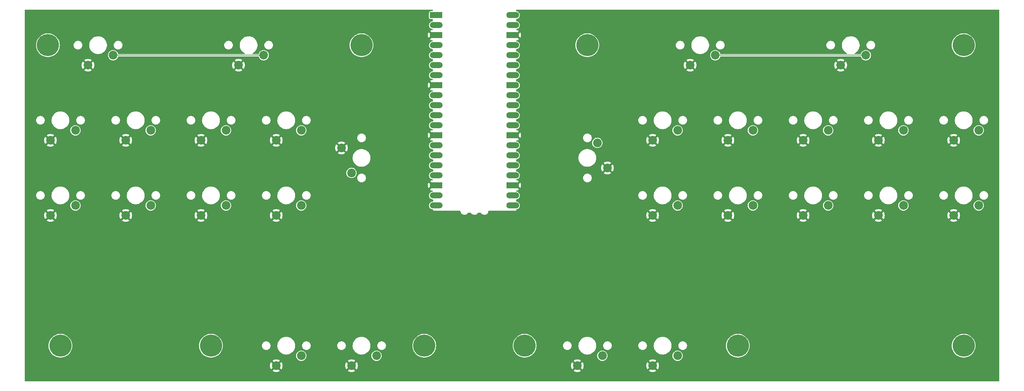
<source format=gtl>
G04 #@! TF.GenerationSoftware,KiCad,Pcbnew,8.0.4*
G04 #@! TF.CreationDate,2024-08-07T22:07:56-04:00*
G04 #@! TF.ProjectId,steno,7374656e-6f2e-46b6-9963-61645f706362,1*
G04 #@! TF.SameCoordinates,Original*
G04 #@! TF.FileFunction,Copper,L1,Top*
G04 #@! TF.FilePolarity,Positive*
%FSLAX46Y46*%
G04 Gerber Fmt 4.6, Leading zero omitted, Abs format (unit mm)*
G04 Created by KiCad (PCBNEW 8.0.4) date 2024-08-07 22:07:56*
%MOMM*%
%LPD*%
G01*
G04 APERTURE LIST*
G04 Aperture macros list*
%AMRoundRect*
0 Rectangle with rounded corners*
0 $1 Rounding radius*
0 $2 $3 $4 $5 $6 $7 $8 $9 X,Y pos of 4 corners*
0 Add a 4 corners polygon primitive as box body*
4,1,4,$2,$3,$4,$5,$6,$7,$8,$9,$2,$3,0*
0 Add four circle primitives for the rounded corners*
1,1,$1+$1,$2,$3*
1,1,$1+$1,$4,$5*
1,1,$1+$1,$6,$7*
1,1,$1+$1,$8,$9*
0 Add four rect primitives between the rounded corners*
20,1,$1+$1,$2,$3,$4,$5,0*
20,1,$1+$1,$4,$5,$6,$7,0*
20,1,$1+$1,$6,$7,$8,$9,0*
20,1,$1+$1,$8,$9,$2,$3,0*%
%AMFreePoly0*
4,1,28,0.178017,0.779942,0.347107,0.720775,0.498792,0.625465,0.625465,0.498792,0.720775,0.347107,0.779942,0.178017,0.800000,0.000000,0.779942,-0.178017,0.720775,-0.347107,0.625465,-0.498792,0.498792,-0.625465,0.347107,-0.720775,0.178017,-0.779942,0.000000,-0.800000,-2.200000,-0.800000,-2.205014,-0.794986,-2.244504,-0.794986,-2.324698,-0.756366,-2.380194,-0.686777,-2.400000,-0.600000,
-2.400000,0.600000,-2.380194,0.686777,-2.324698,0.756366,-2.244504,0.794986,-2.205014,0.794986,-2.200000,0.800000,0.000000,0.800000,0.178017,0.779942,0.178017,0.779942,$1*%
%AMFreePoly1*
4,1,28,0.605014,0.794986,0.644504,0.794986,0.724698,0.756366,0.780194,0.686777,0.800000,0.600000,0.800000,-0.600000,0.780194,-0.686777,0.724698,-0.756366,0.644504,-0.794986,0.605014,-0.794986,0.600000,-0.800000,0.000000,-0.800000,-0.178017,-0.779942,-0.347107,-0.720775,-0.498792,-0.625465,-0.625465,-0.498792,-0.720775,-0.347107,-0.779942,-0.178017,-0.800000,0.000000,-0.779942,0.178017,
-0.720775,0.347107,-0.625465,0.498792,-0.498792,0.625465,-0.347107,0.720775,-0.178017,0.779942,0.000000,0.800000,0.600000,0.800000,0.605014,0.794986,0.605014,0.794986,$1*%
%AMFreePoly2*
4,1,29,0.605014,0.794986,0.644504,0.794986,0.724698,0.756366,0.780194,0.686777,0.800000,0.600000,0.800000,-0.600000,0.780194,-0.686777,0.724698,-0.756366,0.644504,-0.794986,0.605014,-0.794986,0.600000,-0.800000,0.000000,-0.800000,-1.600000,-0.800000,-1.778017,-0.779942,-1.947107,-0.720775,-2.098792,-0.625465,-2.225465,-0.498792,-2.320775,-0.347107,-2.379942,-0.178017,-2.400000,0.000000,
-2.379942,0.178017,-2.320775,0.347107,-2.225465,0.498792,-2.098792,0.625465,-1.947107,0.720775,-1.778017,0.779942,-1.600000,0.800000,0.600000,0.800000,0.605014,0.794986,0.605014,0.794986,$1*%
%AMFreePoly3*
4,1,28,0.178017,0.779942,0.347107,0.720775,0.498792,0.625465,0.625465,0.498792,0.720775,0.347107,0.779942,0.178017,0.800000,0.000000,0.779942,-0.178017,0.720775,-0.347107,0.625465,-0.498792,0.498792,-0.625465,0.347107,-0.720775,0.178017,-0.779942,0.000000,-0.800000,-0.600000,-0.800000,-0.605014,-0.794986,-0.644504,-0.794986,-0.724698,-0.756366,-0.780194,-0.686777,-0.800000,-0.600000,
-0.800000,0.600000,-0.780194,0.686777,-0.724698,0.756366,-0.644504,0.794986,-0.605014,0.794986,-0.600000,0.800000,0.000000,0.800000,0.178017,0.779942,0.178017,0.779942,$1*%
%AMFreePoly4*
4,1,29,1.778017,0.779942,1.947107,0.720775,2.098792,0.625465,2.225465,0.498792,2.320775,0.347107,2.379942,0.178017,2.400000,0.000000,2.379942,-0.178017,2.320775,-0.347107,2.225465,-0.498792,2.098792,-0.625465,1.947107,-0.720775,1.778017,-0.779942,1.600000,-0.800000,0.000000,-0.800000,-0.600000,-0.800000,-0.605014,-0.794986,-0.644504,-0.794986,-0.724698,-0.756366,-0.780194,-0.686777,
-0.800000,-0.600000,-0.800000,0.600000,-0.780194,0.686777,-0.724698,0.756366,-0.644504,0.794986,-0.605014,0.794986,-0.600000,0.800000,1.600000,0.800000,1.778017,0.779942,1.778017,0.779942,$1*%
G04 Aperture macros list end*
G04 #@! TA.AperFunction,Conductor*
%ADD10C,0.500000*%
G04 #@! TD*
G04 #@! TA.AperFunction,ComponentPad*
%ADD11C,2.200000*%
G04 #@! TD*
G04 #@! TA.AperFunction,ComponentPad*
%ADD12C,3.600000*%
G04 #@! TD*
G04 #@! TA.AperFunction,ConnectorPad*
%ADD13C,5.600000*%
G04 #@! TD*
G04 #@! TA.AperFunction,ComponentPad*
%ADD14RoundRect,0.200000X-0.600000X-0.600000X0.600000X-0.600000X0.600000X0.600000X-0.600000X0.600000X0*%
G04 #@! TD*
G04 #@! TA.AperFunction,SMDPad,CuDef*
%ADD15FreePoly0,0.000000*%
G04 #@! TD*
G04 #@! TA.AperFunction,ComponentPad*
%ADD16C,1.600000*%
G04 #@! TD*
G04 #@! TA.AperFunction,SMDPad,CuDef*
%ADD17RoundRect,0.800000X-0.800000X-0.000010X0.800000X-0.000010X0.800000X0.000010X-0.800000X0.000010X0*%
G04 #@! TD*
G04 #@! TA.AperFunction,ComponentPad*
%ADD18FreePoly1,0.000000*%
G04 #@! TD*
G04 #@! TA.AperFunction,SMDPad,CuDef*
%ADD19FreePoly2,0.000000*%
G04 #@! TD*
G04 #@! TA.AperFunction,ComponentPad*
%ADD20FreePoly3,0.000000*%
G04 #@! TD*
G04 #@! TA.AperFunction,SMDPad,CuDef*
%ADD21FreePoly4,0.000000*%
G04 #@! TD*
G04 #@! TA.AperFunction,Conductor*
%ADD22C,0.200000*%
G04 #@! TD*
G04 APERTURE END LIST*
D10*
X140716000Y-83185000D02*
X141986000Y-81915000D01*
X140716000Y-95885000D02*
X141986000Y-97155000D01*
X140716000Y-83185000D02*
X141986000Y-84455000D01*
X119634000Y-57785000D02*
X118364000Y-59055000D01*
X119634000Y-57785000D02*
X118364000Y-56515000D01*
X119634000Y-95885000D02*
X118364000Y-97155000D01*
X119634000Y-83185000D02*
X118364000Y-81915000D01*
X119634000Y-95885000D02*
X118364000Y-94615000D01*
X119634000Y-70485000D02*
X118364000Y-71755000D01*
X140716000Y-95885000D02*
X141986000Y-94615000D01*
X119634000Y-70485000D02*
X118364000Y-69215000D01*
X119634000Y-83185000D02*
X118364000Y-84455000D01*
X140716000Y-57785000D02*
X141986000Y-56515000D01*
X140716000Y-57785000D02*
X141986000Y-59055000D01*
D11*
X175260000Y-103505000D03*
X181610000Y-100965000D03*
X232410000Y-84455000D03*
X238760000Y-81915000D03*
X251460000Y-103505000D03*
X257810000Y-100965000D03*
X22860000Y-103505000D03*
X29210000Y-100965000D03*
X194310000Y-84455000D03*
X200660000Y-81915000D03*
X60960000Y-84455000D03*
X67310000Y-81915000D03*
X80010000Y-84455000D03*
X86360000Y-81915000D03*
X156210000Y-141605000D03*
X162560000Y-139065000D03*
X251460000Y-84455000D03*
X257810000Y-81915000D03*
X60960000Y-103505000D03*
X67310000Y-100965000D03*
X41910000Y-84455000D03*
X48260000Y-81915000D03*
X213360000Y-103505000D03*
X219710000Y-100965000D03*
X232410000Y-103505000D03*
X238760000Y-100965000D03*
X163830000Y-91440000D03*
X161290000Y-85090000D03*
X194310000Y-103505000D03*
X200660000Y-100965000D03*
X96520000Y-86360000D03*
X99060000Y-92710000D03*
X222885000Y-65405000D03*
X229235000Y-62865000D03*
X80010000Y-141605000D03*
X86360000Y-139065000D03*
X175260000Y-84455000D03*
X181610000Y-81915000D03*
X22860000Y-84455000D03*
X29210000Y-81915000D03*
X99060000Y-141605000D03*
X105410000Y-139065000D03*
X184785000Y-65405000D03*
X191135000Y-62865000D03*
X213360000Y-84455000D03*
X219710000Y-81915000D03*
X175260000Y-141605000D03*
X181610000Y-139065000D03*
X80010000Y-103505000D03*
X86360000Y-100965000D03*
X32385000Y-65405000D03*
X38735000Y-62865000D03*
X41910000Y-103505000D03*
X48260000Y-100965000D03*
X70485000Y-65405000D03*
X76835000Y-62865000D03*
D12*
X254000000Y-136525000D03*
D13*
X254000000Y-136525000D03*
D12*
X22225000Y-60325000D03*
D13*
X22225000Y-60325000D03*
D12*
X196850000Y-136525000D03*
D13*
X196850000Y-136525000D03*
D12*
X254000000Y-60325000D03*
D13*
X254000000Y-60325000D03*
D12*
X158750000Y-60325000D03*
D13*
X158750000Y-60325000D03*
D12*
X25400000Y-136525000D03*
D13*
X25400000Y-136525000D03*
D14*
X121285000Y-52705000D03*
D15*
X121285000Y-52705000D03*
D16*
X121285000Y-55245000D03*
D17*
X120485000Y-55245000D03*
D18*
X121285000Y-57785000D03*
D19*
X121285000Y-57785000D03*
D16*
X121285000Y-60325000D03*
D17*
X120485000Y-60325000D03*
D16*
X121285000Y-62865000D03*
D17*
X120485000Y-62865000D03*
D16*
X121285000Y-65405000D03*
D17*
X120485000Y-65405000D03*
D16*
X121285000Y-67945000D03*
D17*
X120485000Y-67945000D03*
D18*
X121285000Y-70485000D03*
D19*
X121285000Y-70485000D03*
D16*
X121285000Y-73025000D03*
D17*
X120485000Y-73025000D03*
D16*
X121285000Y-75565000D03*
D17*
X120485000Y-75565000D03*
D16*
X121285000Y-78105000D03*
D17*
X120485000Y-78105000D03*
D16*
X121285000Y-80645000D03*
D17*
X120485000Y-80645000D03*
D18*
X121285000Y-83185000D03*
D19*
X121285000Y-83185000D03*
D16*
X121285000Y-85725000D03*
D17*
X120485000Y-85725000D03*
D16*
X121285000Y-88265000D03*
D17*
X120485000Y-88265000D03*
D16*
X121285000Y-90805000D03*
D17*
X120485000Y-90805000D03*
D16*
X121285000Y-93345000D03*
D17*
X120485000Y-93345000D03*
D18*
X121285000Y-95885000D03*
D19*
X121285000Y-95885000D03*
D16*
X121285000Y-98425000D03*
D17*
X120485000Y-98425000D03*
D16*
X121285000Y-100965000D03*
D17*
X120485000Y-100965000D03*
D16*
X139065000Y-100965000D03*
D17*
X139865000Y-100965000D03*
D16*
X139065000Y-98425000D03*
D17*
X139865000Y-98425000D03*
D20*
X139065000Y-95885000D03*
D21*
X139065000Y-95885000D03*
D16*
X139065000Y-93345000D03*
D17*
X139865000Y-93345000D03*
D16*
X139065000Y-90805000D03*
D17*
X139865000Y-90805000D03*
D16*
X139065000Y-88265000D03*
D17*
X139865000Y-88265000D03*
D16*
X139065000Y-85725000D03*
D17*
X139865000Y-85725000D03*
D20*
X139065000Y-83185000D03*
D21*
X139065000Y-83185000D03*
D16*
X139065000Y-80645000D03*
D17*
X139865000Y-80645000D03*
D16*
X139065000Y-78105000D03*
D17*
X139865000Y-78105000D03*
D16*
X139065000Y-75565000D03*
D17*
X139865000Y-75565000D03*
D16*
X139065000Y-73025000D03*
D17*
X139865000Y-73025000D03*
D20*
X139065000Y-70485000D03*
D21*
X139065000Y-70485000D03*
D16*
X139065000Y-67945000D03*
D17*
X139865000Y-67945000D03*
D16*
X139065000Y-65405000D03*
D17*
X139865000Y-65405000D03*
D16*
X139065000Y-62865000D03*
D17*
X139865000Y-62865000D03*
D16*
X139065000Y-60325000D03*
D17*
X139865000Y-60325000D03*
D20*
X139065000Y-57785000D03*
D21*
X139065000Y-57785000D03*
D16*
X139065000Y-55245000D03*
D17*
X139865000Y-55245000D03*
D16*
X139065000Y-52705000D03*
D17*
X139865000Y-52705000D03*
D12*
X117475000Y-136525000D03*
D13*
X117475000Y-136525000D03*
D12*
X101600000Y-60325000D03*
D13*
X101600000Y-60325000D03*
D12*
X63500000Y-136525000D03*
D13*
X63500000Y-136525000D03*
D12*
X142875000Y-136525000D03*
D13*
X142875000Y-136525000D03*
D22*
X38735000Y-62865000D02*
X76835000Y-62865000D01*
X191135000Y-62865000D02*
X229235000Y-62865000D01*
G04 #@! TA.AperFunction,Conductor*
G36*
X119581306Y-51320185D02*
G01*
X119627061Y-51372989D01*
X119638266Y-51424198D01*
X119638630Y-51575147D01*
X119638631Y-51575201D01*
X119619108Y-51642288D01*
X119566414Y-51688170D01*
X119514631Y-51699500D01*
X119039348Y-51699500D01*
X118950186Y-51719851D01*
X118859622Y-51763465D01*
X118851458Y-51772601D01*
X118796429Y-51816486D01*
X118796425Y-51816490D01*
X118739506Y-51887866D01*
X118739503Y-51887870D01*
X118699827Y-51970258D01*
X118681838Y-52049072D01*
X118679509Y-52056379D01*
X118679509Y-52076162D01*
X118679500Y-52076192D01*
X118679500Y-53333749D01*
X118679509Y-53333833D01*
X118679509Y-53350720D01*
X118679510Y-53350729D01*
X118699827Y-53439741D01*
X118739503Y-53522129D01*
X118739504Y-53522131D01*
X118739506Y-53522134D01*
X118796428Y-53593513D01*
X118867931Y-53650536D01*
X118950187Y-53690149D01*
X118950188Y-53690149D01*
X118963808Y-53693257D01*
X118963809Y-53693258D01*
X119039346Y-53710499D01*
X119039351Y-53710500D01*
X119520085Y-53710500D01*
X119587124Y-53730185D01*
X119632879Y-53782989D01*
X119644085Y-53834201D01*
X119644796Y-54129151D01*
X119625273Y-54196238D01*
X119572579Y-54242120D01*
X119531777Y-54252963D01*
X119507584Y-54255113D01*
X119311954Y-54311089D01*
X119221772Y-54358196D01*
X119131593Y-54405302D01*
X119131591Y-54405303D01*
X119131590Y-54405304D01*
X118973890Y-54533890D01*
X118845304Y-54691590D01*
X118751089Y-54871954D01*
X118695114Y-55067583D01*
X118695113Y-55067586D01*
X118684500Y-55186966D01*
X118684500Y-55303027D01*
X118684501Y-55303035D01*
X118695113Y-55422415D01*
X118751089Y-55618045D01*
X118751090Y-55618048D01*
X118751091Y-55618049D01*
X118845302Y-55798407D01*
X118845304Y-55798409D01*
X118973890Y-55956109D01*
X119067803Y-56032684D01*
X119131593Y-56084698D01*
X119311951Y-56178909D01*
X119507582Y-56234886D01*
X119537164Y-56237516D01*
X119602197Y-56263060D01*
X119643097Y-56319708D01*
X119650184Y-56360737D01*
X119650193Y-56364558D01*
X119630666Y-56431644D01*
X119577970Y-56477523D01*
X119540078Y-56488070D01*
X119449324Y-56498296D01*
X119449310Y-56498298D01*
X119339072Y-56523459D01*
X119339066Y-56523461D01*
X119168905Y-56583002D01*
X119067023Y-56632066D01*
X118914377Y-56727980D01*
X118825963Y-56798487D01*
X118698487Y-56925963D01*
X118627980Y-57014377D01*
X118532066Y-57167023D01*
X118483002Y-57268905D01*
X118423461Y-57439066D01*
X118423459Y-57439072D01*
X118398298Y-57549310D01*
X118398296Y-57549326D01*
X118378113Y-57728452D01*
X118378113Y-57841547D01*
X118398296Y-58020673D01*
X118398298Y-58020689D01*
X118423459Y-58130927D01*
X118423461Y-58130933D01*
X118483002Y-58301094D01*
X118532066Y-58402976D01*
X118627980Y-58555622D01*
X118698487Y-58644036D01*
X118825963Y-58771512D01*
X118914377Y-58842019D01*
X119067023Y-58937933D01*
X119168905Y-58986997D01*
X119339066Y-59046538D01*
X119339072Y-59046540D01*
X119449310Y-59071701D01*
X119449326Y-59071703D01*
X119546936Y-59082702D01*
X119611350Y-59109769D01*
X119650905Y-59167364D01*
X119657052Y-59205617D01*
X119657058Y-59208055D01*
X119637538Y-59275143D01*
X119584847Y-59321027D01*
X119544038Y-59331873D01*
X119507584Y-59335113D01*
X119311954Y-59391089D01*
X119221772Y-59438196D01*
X119131593Y-59485302D01*
X119131591Y-59485303D01*
X119131590Y-59485304D01*
X118973890Y-59613890D01*
X118845304Y-59771590D01*
X118751089Y-59951954D01*
X118695114Y-60147583D01*
X118695113Y-60147586D01*
X118692454Y-60177500D01*
X118687041Y-60238389D01*
X118684500Y-60266966D01*
X118684500Y-60383027D01*
X118684501Y-60383035D01*
X118695113Y-60502415D01*
X118751089Y-60698045D01*
X118751090Y-60698048D01*
X118751091Y-60698049D01*
X118845302Y-60878407D01*
X118845304Y-60878409D01*
X118973890Y-61036109D01*
X119067803Y-61112684D01*
X119131593Y-61164698D01*
X119311951Y-61258909D01*
X119507582Y-61314886D01*
X119549432Y-61318606D01*
X119614463Y-61344149D01*
X119655363Y-61400797D01*
X119662451Y-61441820D01*
X119663189Y-61747516D01*
X119643666Y-61814602D01*
X119590973Y-61860485D01*
X119550169Y-61871328D01*
X119507584Y-61875113D01*
X119311954Y-61931089D01*
X119224836Y-61976596D01*
X119131593Y-62025302D01*
X119131591Y-62025303D01*
X119131590Y-62025304D01*
X118973890Y-62153890D01*
X118845304Y-62311590D01*
X118751089Y-62491954D01*
X118695114Y-62687583D01*
X118695113Y-62687586D01*
X118684500Y-62806966D01*
X118684500Y-62923027D01*
X118684501Y-62923035D01*
X118695113Y-63042415D01*
X118751089Y-63238045D01*
X118751090Y-63238048D01*
X118751091Y-63238049D01*
X118845302Y-63418407D01*
X118845304Y-63418409D01*
X118973890Y-63576109D01*
X119067803Y-63652684D01*
X119131593Y-63704698D01*
X119311951Y-63798909D01*
X119311953Y-63798909D01*
X119311954Y-63798910D01*
X119331355Y-63804461D01*
X119507582Y-63854886D01*
X119555566Y-63859152D01*
X119620599Y-63884696D01*
X119661498Y-63941344D01*
X119668585Y-63982366D01*
X119669320Y-64286971D01*
X119649797Y-64354058D01*
X119597103Y-64399940D01*
X119556300Y-64410783D01*
X119507584Y-64415113D01*
X119311954Y-64471089D01*
X119221772Y-64518196D01*
X119131593Y-64565302D01*
X119131591Y-64565303D01*
X119131590Y-64565304D01*
X118973890Y-64693890D01*
X118845304Y-64851590D01*
X118751089Y-65031954D01*
X118695114Y-65227583D01*
X118695113Y-65227586D01*
X118684500Y-65346966D01*
X118684500Y-65463027D01*
X118684501Y-65463035D01*
X118695113Y-65582415D01*
X118751089Y-65778045D01*
X118751090Y-65778048D01*
X118751091Y-65778049D01*
X118845302Y-65958407D01*
X118845304Y-65958409D01*
X118973890Y-66116109D01*
X119021587Y-66155000D01*
X119131593Y-66244698D01*
X119311951Y-66338909D01*
X119507582Y-66394886D01*
X119561699Y-66399697D01*
X119626731Y-66425241D01*
X119667631Y-66481889D01*
X119674718Y-66522911D01*
X119675451Y-66826426D01*
X119655928Y-66893512D01*
X119603235Y-66939395D01*
X119562431Y-66950237D01*
X119559368Y-66950510D01*
X119507584Y-66955113D01*
X119311954Y-67011089D01*
X119221772Y-67058196D01*
X119131593Y-67105302D01*
X119131591Y-67105303D01*
X119131590Y-67105304D01*
X118973890Y-67233890D01*
X118845304Y-67391590D01*
X118751089Y-67571954D01*
X118695114Y-67767583D01*
X118695113Y-67767586D01*
X118684500Y-67886966D01*
X118684500Y-68003027D01*
X118684501Y-68003035D01*
X118695113Y-68122415D01*
X118751089Y-68318045D01*
X118751090Y-68318048D01*
X118751091Y-68318049D01*
X118845302Y-68498407D01*
X118845304Y-68498409D01*
X118973890Y-68656109D01*
X119067803Y-68732684D01*
X119131593Y-68784698D01*
X119311951Y-68878909D01*
X119507582Y-68934886D01*
X119556127Y-68939202D01*
X119621158Y-68964744D01*
X119662058Y-69021391D01*
X119665839Y-69091159D01*
X119631301Y-69151895D01*
X119569410Y-69184317D01*
X119559031Y-69185934D01*
X119449325Y-69198296D01*
X119449310Y-69198298D01*
X119339072Y-69223459D01*
X119339066Y-69223461D01*
X119168905Y-69283002D01*
X119067023Y-69332066D01*
X118914377Y-69427980D01*
X118825963Y-69498487D01*
X118698487Y-69625963D01*
X118627980Y-69714377D01*
X118532066Y-69867023D01*
X118483002Y-69968905D01*
X118423461Y-70139066D01*
X118423459Y-70139072D01*
X118398298Y-70249310D01*
X118398296Y-70249326D01*
X118378113Y-70428452D01*
X118378113Y-70541547D01*
X118398296Y-70720673D01*
X118398298Y-70720689D01*
X118423459Y-70830927D01*
X118423461Y-70830933D01*
X118483002Y-71001094D01*
X118532066Y-71102976D01*
X118627980Y-71255622D01*
X118698487Y-71344036D01*
X118825963Y-71471512D01*
X118914377Y-71542019D01*
X119067023Y-71637933D01*
X119168905Y-71686997D01*
X119339066Y-71746538D01*
X119339072Y-71746540D01*
X119449310Y-71771701D01*
X119449326Y-71771703D01*
X119559034Y-71784065D01*
X119623448Y-71811132D01*
X119663003Y-71868726D01*
X119665140Y-71938563D01*
X119629182Y-71998470D01*
X119566544Y-72029425D01*
X119556130Y-72030798D01*
X119507584Y-72035113D01*
X119311954Y-72091089D01*
X119221772Y-72138196D01*
X119131593Y-72185302D01*
X119131591Y-72185303D01*
X119131590Y-72185304D01*
X118973890Y-72313890D01*
X118845304Y-72471590D01*
X118751089Y-72651954D01*
X118695114Y-72847583D01*
X118695113Y-72847586D01*
X118684500Y-72966966D01*
X118684500Y-73083027D01*
X118684501Y-73083035D01*
X118695113Y-73202415D01*
X118751089Y-73398045D01*
X118751090Y-73398048D01*
X118751091Y-73398049D01*
X118845302Y-73578407D01*
X118845304Y-73578409D01*
X118973890Y-73736109D01*
X119067803Y-73812684D01*
X119131593Y-73864698D01*
X119311951Y-73958909D01*
X119507582Y-74014886D01*
X119580100Y-74021333D01*
X119645132Y-74046877D01*
X119686032Y-74103525D01*
X119693119Y-74144547D01*
X119693844Y-74444791D01*
X119674321Y-74511877D01*
X119621628Y-74557760D01*
X119580825Y-74568602D01*
X119567843Y-74569756D01*
X119507584Y-74575113D01*
X119311954Y-74631089D01*
X119221772Y-74678196D01*
X119131593Y-74725302D01*
X119131591Y-74725303D01*
X119131590Y-74725304D01*
X118973890Y-74853890D01*
X118845304Y-75011590D01*
X118751089Y-75191954D01*
X118695114Y-75387583D01*
X118695113Y-75387586D01*
X118684500Y-75506966D01*
X118684500Y-75623027D01*
X118684501Y-75623035D01*
X118695113Y-75742415D01*
X118751089Y-75938045D01*
X118751090Y-75938048D01*
X118751091Y-75938049D01*
X118845302Y-76118407D01*
X118845304Y-76118409D01*
X118973890Y-76276109D01*
X119067803Y-76352684D01*
X119131593Y-76404698D01*
X119311951Y-76498909D01*
X119507582Y-76554886D01*
X119586234Y-76561878D01*
X119651265Y-76587422D01*
X119692165Y-76644070D01*
X119699252Y-76685091D01*
X119699975Y-76984244D01*
X119680452Y-77051331D01*
X119627759Y-77097214D01*
X119586956Y-77108057D01*
X119507584Y-77115113D01*
X119311954Y-77171089D01*
X119221772Y-77218196D01*
X119131593Y-77265302D01*
X119131591Y-77265303D01*
X119131590Y-77265304D01*
X118973890Y-77393890D01*
X118845304Y-77551590D01*
X118751089Y-77731954D01*
X118695114Y-77927583D01*
X118695113Y-77927586D01*
X118684500Y-78046966D01*
X118684500Y-78163027D01*
X118684501Y-78163035D01*
X118695113Y-78282415D01*
X118751089Y-78478045D01*
X118751090Y-78478048D01*
X118751091Y-78478049D01*
X118845302Y-78658407D01*
X118845304Y-78658409D01*
X118973890Y-78816109D01*
X119067803Y-78892684D01*
X119131593Y-78944698D01*
X119311951Y-79038909D01*
X119507582Y-79094886D01*
X119592369Y-79102424D01*
X119657399Y-79127966D01*
X119698298Y-79184614D01*
X119705386Y-79225636D01*
X119706106Y-79523699D01*
X119686583Y-79590786D01*
X119633890Y-79636669D01*
X119593087Y-79647512D01*
X119507584Y-79655113D01*
X119311954Y-79711089D01*
X119221772Y-79758196D01*
X119131593Y-79805302D01*
X119131591Y-79805303D01*
X119131590Y-79805304D01*
X118973890Y-79933890D01*
X118845304Y-80091590D01*
X118845302Y-80091593D01*
X118840936Y-80099952D01*
X118751089Y-80271954D01*
X118695114Y-80467583D01*
X118695113Y-80467586D01*
X118684500Y-80586966D01*
X118684500Y-80703027D01*
X118684501Y-80703035D01*
X118695113Y-80822415D01*
X118751089Y-81018045D01*
X118751090Y-81018048D01*
X118751091Y-81018049D01*
X118845302Y-81198407D01*
X118845304Y-81198409D01*
X118973890Y-81356109D01*
X119067803Y-81432684D01*
X119131593Y-81484698D01*
X119311951Y-81578909D01*
X119507582Y-81634886D01*
X119556127Y-81639202D01*
X119621158Y-81664744D01*
X119662058Y-81721391D01*
X119665839Y-81791159D01*
X119631301Y-81851895D01*
X119569410Y-81884317D01*
X119559031Y-81885934D01*
X119449325Y-81898296D01*
X119449310Y-81898298D01*
X119339072Y-81923459D01*
X119339066Y-81923461D01*
X119168905Y-81983002D01*
X119067023Y-82032066D01*
X118914377Y-82127980D01*
X118825963Y-82198487D01*
X118698487Y-82325963D01*
X118627980Y-82414377D01*
X118532066Y-82567023D01*
X118483002Y-82668905D01*
X118423461Y-82839066D01*
X118423459Y-82839072D01*
X118398298Y-82949310D01*
X118398296Y-82949326D01*
X118378113Y-83128452D01*
X118378113Y-83241547D01*
X118398296Y-83420673D01*
X118398298Y-83420689D01*
X118423459Y-83530927D01*
X118423461Y-83530933D01*
X118483002Y-83701094D01*
X118532066Y-83802976D01*
X118627980Y-83955622D01*
X118698487Y-84044036D01*
X118825963Y-84171512D01*
X118914377Y-84242019D01*
X119067023Y-84337933D01*
X119168905Y-84386997D01*
X119339066Y-84446538D01*
X119339072Y-84446540D01*
X119449310Y-84471701D01*
X119449326Y-84471703D01*
X119559034Y-84484065D01*
X119623448Y-84511132D01*
X119663003Y-84568726D01*
X119665140Y-84638563D01*
X119629182Y-84698470D01*
X119566544Y-84729425D01*
X119556130Y-84730798D01*
X119507584Y-84735113D01*
X119311954Y-84791089D01*
X119230566Y-84833603D01*
X119131593Y-84885302D01*
X119131591Y-84885303D01*
X119131590Y-84885304D01*
X118973890Y-85013890D01*
X118845304Y-85171590D01*
X118751089Y-85351954D01*
X118706332Y-85508376D01*
X118698289Y-85536488D01*
X118695114Y-85547583D01*
X118695113Y-85547586D01*
X118684500Y-85666966D01*
X118684500Y-85783027D01*
X118684501Y-85783035D01*
X118695113Y-85902415D01*
X118751089Y-86098045D01*
X118751090Y-86098048D01*
X118751091Y-86098049D01*
X118845302Y-86278407D01*
X118845304Y-86278409D01*
X118973890Y-86436109D01*
X119067803Y-86512684D01*
X119131593Y-86564698D01*
X119311951Y-86658909D01*
X119507582Y-86714886D01*
X119610770Y-86724060D01*
X119675800Y-86749603D01*
X119716700Y-86806251D01*
X119723787Y-86847273D01*
X119724499Y-87142065D01*
X119704976Y-87209151D01*
X119652283Y-87255034D01*
X119611480Y-87265877D01*
X119507584Y-87275113D01*
X119311954Y-87331089D01*
X119221772Y-87378196D01*
X119131593Y-87425302D01*
X119131591Y-87425303D01*
X119131590Y-87425304D01*
X118973890Y-87553890D01*
X118845304Y-87711590D01*
X118751089Y-87891954D01*
X118695114Y-88087583D01*
X118695113Y-88087586D01*
X118684500Y-88206966D01*
X118684500Y-88323027D01*
X118684501Y-88323035D01*
X118695113Y-88442415D01*
X118751089Y-88638045D01*
X118751090Y-88638048D01*
X118751091Y-88638049D01*
X118845302Y-88818407D01*
X118845304Y-88818409D01*
X118973890Y-88976109D01*
X119061461Y-89047513D01*
X119131593Y-89104698D01*
X119311951Y-89198909D01*
X119507582Y-89254886D01*
X119616903Y-89264605D01*
X119681935Y-89290149D01*
X119722834Y-89346797D01*
X119729921Y-89387819D01*
X119730630Y-89681520D01*
X119711107Y-89748606D01*
X119658414Y-89794489D01*
X119617611Y-89805332D01*
X119507584Y-89815113D01*
X119311954Y-89871089D01*
X119261393Y-89897500D01*
X119131593Y-89965302D01*
X119131591Y-89965303D01*
X119131590Y-89965304D01*
X118973890Y-90093890D01*
X118845304Y-90251590D01*
X118751089Y-90431954D01*
X118706332Y-90588376D01*
X118704254Y-90595641D01*
X118695114Y-90627583D01*
X118695113Y-90627586D01*
X118684500Y-90746966D01*
X118684500Y-90863027D01*
X118684501Y-90863035D01*
X118695113Y-90982415D01*
X118751089Y-91178045D01*
X118751090Y-91178048D01*
X118751091Y-91178049D01*
X118845302Y-91358407D01*
X118845304Y-91358409D01*
X118973890Y-91516109D01*
X119067803Y-91592684D01*
X119131593Y-91644698D01*
X119311951Y-91738909D01*
X119507582Y-91794886D01*
X119623037Y-91805150D01*
X119688067Y-91830694D01*
X119728967Y-91887342D01*
X119736054Y-91928363D01*
X119736761Y-92220974D01*
X119717238Y-92288061D01*
X119664545Y-92333944D01*
X119623742Y-92344787D01*
X119507584Y-92355113D01*
X119311954Y-92411089D01*
X119221772Y-92458196D01*
X119131593Y-92505302D01*
X119131591Y-92505303D01*
X119131590Y-92505304D01*
X118973890Y-92633890D01*
X118845304Y-92791590D01*
X118751089Y-92971954D01*
X118735858Y-93025187D01*
X118698289Y-93156488D01*
X118695114Y-93167583D01*
X118695113Y-93167586D01*
X118684500Y-93286966D01*
X118684500Y-93403027D01*
X118684501Y-93403035D01*
X118695113Y-93522415D01*
X118751089Y-93718045D01*
X118751090Y-93718048D01*
X118751091Y-93718049D01*
X118845302Y-93898407D01*
X118845304Y-93898409D01*
X118973890Y-94056109D01*
X119067803Y-94132684D01*
X119131593Y-94184698D01*
X119311951Y-94278909D01*
X119507582Y-94334886D01*
X119556127Y-94339202D01*
X119621158Y-94364744D01*
X119662058Y-94421391D01*
X119665839Y-94491159D01*
X119631301Y-94551895D01*
X119569410Y-94584317D01*
X119559031Y-94585934D01*
X119449325Y-94598296D01*
X119449310Y-94598298D01*
X119339072Y-94623459D01*
X119339066Y-94623461D01*
X119168905Y-94683002D01*
X119067023Y-94732066D01*
X118914377Y-94827980D01*
X118825963Y-94898487D01*
X118698487Y-95025963D01*
X118627980Y-95114377D01*
X118532066Y-95267023D01*
X118483002Y-95368905D01*
X118423461Y-95539066D01*
X118423459Y-95539072D01*
X118398298Y-95649310D01*
X118398296Y-95649326D01*
X118378113Y-95828452D01*
X118378113Y-95941547D01*
X118398296Y-96120673D01*
X118398298Y-96120689D01*
X118423459Y-96230927D01*
X118423461Y-96230933D01*
X118483002Y-96401094D01*
X118532066Y-96502976D01*
X118627980Y-96655622D01*
X118698487Y-96744036D01*
X118825963Y-96871512D01*
X118914377Y-96942019D01*
X119067023Y-97037933D01*
X119168905Y-97086997D01*
X119339066Y-97146538D01*
X119339072Y-97146540D01*
X119449310Y-97171701D01*
X119449326Y-97171703D01*
X119559034Y-97184065D01*
X119623448Y-97211132D01*
X119663003Y-97268726D01*
X119665140Y-97338563D01*
X119629182Y-97398470D01*
X119566544Y-97429425D01*
X119556130Y-97430798D01*
X119507584Y-97435113D01*
X119311954Y-97491089D01*
X119221772Y-97538196D01*
X119131593Y-97585302D01*
X119131591Y-97585303D01*
X119131590Y-97585304D01*
X118973890Y-97713890D01*
X118845304Y-97871590D01*
X118751089Y-98051954D01*
X118695114Y-98247583D01*
X118695113Y-98247586D01*
X118692454Y-98277500D01*
X118687041Y-98338389D01*
X118684500Y-98366966D01*
X118684500Y-98483027D01*
X118684501Y-98483035D01*
X118695113Y-98602415D01*
X118751089Y-98798045D01*
X118751090Y-98798048D01*
X118751091Y-98798049D01*
X118845302Y-98978407D01*
X118845304Y-98978409D01*
X118973890Y-99136109D01*
X119067803Y-99212684D01*
X119131593Y-99264698D01*
X119311951Y-99358909D01*
X119507582Y-99414886D01*
X119626963Y-99425500D01*
X119630436Y-99425499D01*
X119697476Y-99445173D01*
X119743239Y-99497969D01*
X119754453Y-99549199D01*
X119755156Y-99840200D01*
X119735633Y-99907287D01*
X119682940Y-99953170D01*
X119631174Y-99964500D01*
X119626980Y-99964500D01*
X119626964Y-99964501D01*
X119507584Y-99975113D01*
X119311954Y-100031089D01*
X119221772Y-100078196D01*
X119131593Y-100125302D01*
X119131591Y-100125303D01*
X119131590Y-100125304D01*
X118973890Y-100253890D01*
X118845304Y-100411590D01*
X118751089Y-100591954D01*
X118695114Y-100787583D01*
X118695113Y-100787586D01*
X118684500Y-100906966D01*
X118684500Y-101023027D01*
X118684501Y-101023035D01*
X118695113Y-101142415D01*
X118751089Y-101338045D01*
X118751090Y-101338048D01*
X118751091Y-101338049D01*
X118845302Y-101518407D01*
X118845304Y-101518409D01*
X118973890Y-101676109D01*
X119067803Y-101752684D01*
X119131593Y-101804698D01*
X119311951Y-101898909D01*
X119311953Y-101898909D01*
X119311954Y-101898910D01*
X119331355Y-101904461D01*
X119507582Y-101954886D01*
X119626963Y-101965500D01*
X119636579Y-101965499D01*
X119703617Y-101985178D01*
X119749376Y-102037978D01*
X119760586Y-102089199D01*
X119761000Y-102260400D01*
X126512173Y-102260400D01*
X126579212Y-102280085D01*
X126624967Y-102332889D01*
X126636136Y-102381363D01*
X126637407Y-102433252D01*
X126637408Y-102433261D01*
X126675742Y-102625979D01*
X126675744Y-102625987D01*
X126750943Y-102807533D01*
X126750948Y-102807543D01*
X126860118Y-102970927D01*
X126860121Y-102970931D01*
X126999068Y-103109878D01*
X126999072Y-103109881D01*
X127162456Y-103219051D01*
X127162460Y-103219053D01*
X127162463Y-103219055D01*
X127344013Y-103294256D01*
X127536746Y-103332593D01*
X127635000Y-103335000D01*
X127733254Y-103332593D01*
X127925987Y-103294256D01*
X128107537Y-103219055D01*
X128270928Y-103109881D01*
X128409881Y-102970928D01*
X128442282Y-102922437D01*
X128463883Y-102890109D01*
X128517495Y-102845304D01*
X128566985Y-102835000D01*
X129243015Y-102835000D01*
X129310054Y-102854685D01*
X129346117Y-102890109D01*
X129400118Y-102970927D01*
X129400121Y-102970931D01*
X129539068Y-103109878D01*
X129539072Y-103109881D01*
X129702456Y-103219051D01*
X129702460Y-103219053D01*
X129702463Y-103219055D01*
X129884013Y-103294256D01*
X130076746Y-103332593D01*
X130175000Y-103335000D01*
X130273254Y-103332593D01*
X130465987Y-103294256D01*
X130647537Y-103219055D01*
X130810928Y-103109881D01*
X130949881Y-102970928D01*
X130982282Y-102922437D01*
X131003883Y-102890109D01*
X131057495Y-102845304D01*
X131106985Y-102835000D01*
X131783041Y-102835000D01*
X131850080Y-102854685D01*
X131886141Y-102890107D01*
X131940143Y-102970922D01*
X131940144Y-102970924D01*
X131940147Y-102970927D01*
X131940148Y-102970928D01*
X132079123Y-103109894D01*
X132242539Y-103219076D01*
X132424115Y-103294280D01*
X132616874Y-103332614D01*
X132715141Y-103334925D01*
X132813394Y-103332514D01*
X133006122Y-103294171D01*
X133187667Y-103218967D01*
X133351053Y-103109792D01*
X133490003Y-102970841D01*
X133599175Y-102807453D01*
X133674376Y-102625906D01*
X133712715Y-102433178D01*
X133713995Y-102381340D01*
X133735328Y-102314807D01*
X133789245Y-102270369D01*
X133837957Y-102260400D01*
X140716000Y-102260400D01*
X140716000Y-102079590D01*
X140735685Y-102012551D01*
X140788489Y-101966796D01*
X140829019Y-101956077D01*
X140842418Y-101954886D01*
X141038049Y-101898909D01*
X141218407Y-101804698D01*
X141376109Y-101676109D01*
X141504698Y-101518407D01*
X141598909Y-101338049D01*
X141654886Y-101142418D01*
X141665500Y-101023037D01*
X141665499Y-100964998D01*
X180304532Y-100964998D01*
X180304532Y-100965001D01*
X180324364Y-101191686D01*
X180324366Y-101191697D01*
X180383258Y-101411488D01*
X180383261Y-101411497D01*
X180479431Y-101617732D01*
X180479432Y-101617734D01*
X180609954Y-101804141D01*
X180770858Y-101965045D01*
X180771508Y-101965500D01*
X180957266Y-102095568D01*
X181163504Y-102191739D01*
X181383308Y-102250635D01*
X181545230Y-102264801D01*
X181609998Y-102270468D01*
X181610000Y-102270468D01*
X181610002Y-102270468D01*
X181666673Y-102265509D01*
X181836692Y-102250635D01*
X182056496Y-102191739D01*
X182262734Y-102095568D01*
X182449139Y-101965047D01*
X182610047Y-101804139D01*
X182740568Y-101617734D01*
X182836739Y-101411496D01*
X182895635Y-101191692D01*
X182915468Y-100965000D01*
X182915468Y-100964998D01*
X199354532Y-100964998D01*
X199354532Y-100965001D01*
X199374364Y-101191686D01*
X199374366Y-101191697D01*
X199433258Y-101411488D01*
X199433261Y-101411497D01*
X199529431Y-101617732D01*
X199529432Y-101617734D01*
X199659954Y-101804141D01*
X199820858Y-101965045D01*
X199821508Y-101965500D01*
X200007266Y-102095568D01*
X200213504Y-102191739D01*
X200433308Y-102250635D01*
X200595230Y-102264801D01*
X200659998Y-102270468D01*
X200660000Y-102270468D01*
X200660002Y-102270468D01*
X200716673Y-102265509D01*
X200886692Y-102250635D01*
X201106496Y-102191739D01*
X201312734Y-102095568D01*
X201499139Y-101965047D01*
X201660047Y-101804139D01*
X201790568Y-101617734D01*
X201886739Y-101411496D01*
X201945635Y-101191692D01*
X201965468Y-100965000D01*
X201965468Y-100964998D01*
X218404532Y-100964998D01*
X218404532Y-100965001D01*
X218424364Y-101191686D01*
X218424366Y-101191697D01*
X218483258Y-101411488D01*
X218483261Y-101411497D01*
X218579431Y-101617732D01*
X218579432Y-101617734D01*
X218709954Y-101804141D01*
X218870858Y-101965045D01*
X218871508Y-101965500D01*
X219057266Y-102095568D01*
X219263504Y-102191739D01*
X219483308Y-102250635D01*
X219645230Y-102264801D01*
X219709998Y-102270468D01*
X219710000Y-102270468D01*
X219710002Y-102270468D01*
X219766673Y-102265509D01*
X219936692Y-102250635D01*
X220156496Y-102191739D01*
X220362734Y-102095568D01*
X220549139Y-101965047D01*
X220710047Y-101804139D01*
X220840568Y-101617734D01*
X220936739Y-101411496D01*
X220995635Y-101191692D01*
X221015468Y-100965000D01*
X221015468Y-100964998D01*
X237454532Y-100964998D01*
X237454532Y-100965001D01*
X237474364Y-101191686D01*
X237474366Y-101191697D01*
X237533258Y-101411488D01*
X237533261Y-101411497D01*
X237629431Y-101617732D01*
X237629432Y-101617734D01*
X237759954Y-101804141D01*
X237920858Y-101965045D01*
X237921508Y-101965500D01*
X238107266Y-102095568D01*
X238313504Y-102191739D01*
X238533308Y-102250635D01*
X238695230Y-102264801D01*
X238759998Y-102270468D01*
X238760000Y-102270468D01*
X238760002Y-102270468D01*
X238816673Y-102265509D01*
X238986692Y-102250635D01*
X239206496Y-102191739D01*
X239412734Y-102095568D01*
X239599139Y-101965047D01*
X239760047Y-101804139D01*
X239890568Y-101617734D01*
X239986739Y-101411496D01*
X240045635Y-101191692D01*
X240065468Y-100965000D01*
X240065468Y-100964998D01*
X256504532Y-100964998D01*
X256504532Y-100965001D01*
X256524364Y-101191686D01*
X256524366Y-101191697D01*
X256583258Y-101411488D01*
X256583261Y-101411497D01*
X256679431Y-101617732D01*
X256679432Y-101617734D01*
X256809954Y-101804141D01*
X256970858Y-101965045D01*
X256971508Y-101965500D01*
X257157266Y-102095568D01*
X257363504Y-102191739D01*
X257583308Y-102250635D01*
X257745230Y-102264801D01*
X257809998Y-102270468D01*
X257810000Y-102270468D01*
X257810002Y-102270468D01*
X257866673Y-102265509D01*
X258036692Y-102250635D01*
X258256496Y-102191739D01*
X258462734Y-102095568D01*
X258649139Y-101965047D01*
X258810047Y-101804139D01*
X258940568Y-101617734D01*
X259036739Y-101411496D01*
X259095635Y-101191692D01*
X259115468Y-100965000D01*
X259095635Y-100738308D01*
X259036739Y-100518504D01*
X258940568Y-100312266D01*
X258810047Y-100125861D01*
X258810045Y-100125858D01*
X258649141Y-99964954D01*
X258462734Y-99834432D01*
X258462732Y-99834431D01*
X258256497Y-99738261D01*
X258256488Y-99738258D01*
X258036697Y-99679366D01*
X258036693Y-99679365D01*
X258036692Y-99679365D01*
X258036691Y-99679364D01*
X258036686Y-99679364D01*
X257810002Y-99659532D01*
X257809998Y-99659532D01*
X257583313Y-99679364D01*
X257583302Y-99679366D01*
X257363511Y-99738258D01*
X257363502Y-99738261D01*
X257157267Y-99834431D01*
X257157265Y-99834432D01*
X256970858Y-99964954D01*
X256809954Y-100125858D01*
X256679432Y-100312265D01*
X256679431Y-100312267D01*
X256583261Y-100518502D01*
X256583258Y-100518511D01*
X256524366Y-100738302D01*
X256524364Y-100738313D01*
X256504532Y-100964998D01*
X240065468Y-100964998D01*
X240045635Y-100738308D01*
X239986739Y-100518504D01*
X239890568Y-100312266D01*
X239760047Y-100125861D01*
X239760045Y-100125858D01*
X239599141Y-99964954D01*
X239412734Y-99834432D01*
X239412732Y-99834431D01*
X239206497Y-99738261D01*
X239206488Y-99738258D01*
X238986697Y-99679366D01*
X238986693Y-99679365D01*
X238986692Y-99679365D01*
X238986691Y-99679364D01*
X238986686Y-99679364D01*
X238760002Y-99659532D01*
X238759998Y-99659532D01*
X238533313Y-99679364D01*
X238533302Y-99679366D01*
X238313511Y-99738258D01*
X238313502Y-99738261D01*
X238107267Y-99834431D01*
X238107265Y-99834432D01*
X237920858Y-99964954D01*
X237759954Y-100125858D01*
X237629432Y-100312265D01*
X237629431Y-100312267D01*
X237533261Y-100518502D01*
X237533258Y-100518511D01*
X237474366Y-100738302D01*
X237474364Y-100738313D01*
X237454532Y-100964998D01*
X221015468Y-100964998D01*
X220995635Y-100738308D01*
X220936739Y-100518504D01*
X220840568Y-100312266D01*
X220710047Y-100125861D01*
X220710045Y-100125858D01*
X220549141Y-99964954D01*
X220362734Y-99834432D01*
X220362732Y-99834431D01*
X220156497Y-99738261D01*
X220156488Y-99738258D01*
X219936697Y-99679366D01*
X219936693Y-99679365D01*
X219936692Y-99679365D01*
X219936691Y-99679364D01*
X219936686Y-99679364D01*
X219710002Y-99659532D01*
X219709998Y-99659532D01*
X219483313Y-99679364D01*
X219483302Y-99679366D01*
X219263511Y-99738258D01*
X219263502Y-99738261D01*
X219057267Y-99834431D01*
X219057265Y-99834432D01*
X218870858Y-99964954D01*
X218709954Y-100125858D01*
X218579432Y-100312265D01*
X218579431Y-100312267D01*
X218483261Y-100518502D01*
X218483258Y-100518511D01*
X218424366Y-100738302D01*
X218424364Y-100738313D01*
X218404532Y-100964998D01*
X201965468Y-100964998D01*
X201945635Y-100738308D01*
X201886739Y-100518504D01*
X201790568Y-100312266D01*
X201660047Y-100125861D01*
X201660045Y-100125858D01*
X201499141Y-99964954D01*
X201312734Y-99834432D01*
X201312732Y-99834431D01*
X201106497Y-99738261D01*
X201106488Y-99738258D01*
X200886697Y-99679366D01*
X200886693Y-99679365D01*
X200886692Y-99679365D01*
X200886691Y-99679364D01*
X200886686Y-99679364D01*
X200660002Y-99659532D01*
X200659998Y-99659532D01*
X200433313Y-99679364D01*
X200433302Y-99679366D01*
X200213511Y-99738258D01*
X200213502Y-99738261D01*
X200007267Y-99834431D01*
X200007265Y-99834432D01*
X199820858Y-99964954D01*
X199659954Y-100125858D01*
X199529432Y-100312265D01*
X199529431Y-100312267D01*
X199433261Y-100518502D01*
X199433258Y-100518511D01*
X199374366Y-100738302D01*
X199374364Y-100738313D01*
X199354532Y-100964998D01*
X182915468Y-100964998D01*
X182895635Y-100738308D01*
X182836739Y-100518504D01*
X182740568Y-100312266D01*
X182610047Y-100125861D01*
X182610045Y-100125858D01*
X182449141Y-99964954D01*
X182262734Y-99834432D01*
X182262732Y-99834431D01*
X182056497Y-99738261D01*
X182056488Y-99738258D01*
X181836697Y-99679366D01*
X181836693Y-99679365D01*
X181836692Y-99679365D01*
X181836691Y-99679364D01*
X181836686Y-99679364D01*
X181610002Y-99659532D01*
X181609998Y-99659532D01*
X181383313Y-99679364D01*
X181383302Y-99679366D01*
X181163511Y-99738258D01*
X181163502Y-99738261D01*
X180957267Y-99834431D01*
X180957265Y-99834432D01*
X180770858Y-99964954D01*
X180609954Y-100125858D01*
X180479432Y-100312265D01*
X180479431Y-100312267D01*
X180383261Y-100518502D01*
X180383258Y-100518511D01*
X180324366Y-100738302D01*
X180324364Y-100738313D01*
X180304532Y-100964998D01*
X141665499Y-100964998D01*
X141665499Y-100906964D01*
X141654886Y-100787582D01*
X141598909Y-100591951D01*
X141504698Y-100411593D01*
X141452684Y-100347803D01*
X141376109Y-100253890D01*
X141260933Y-100159977D01*
X141218407Y-100125302D01*
X141038049Y-100031091D01*
X141038048Y-100031090D01*
X141038045Y-100031089D01*
X140920829Y-99997550D01*
X140842418Y-99975114D01*
X140842414Y-99975113D01*
X140842404Y-99975111D01*
X140829015Y-99973921D01*
X140763983Y-99948375D01*
X140723086Y-99891725D01*
X140716000Y-99850409D01*
X140716000Y-99539590D01*
X140735685Y-99472551D01*
X140788489Y-99426796D01*
X140829019Y-99416077D01*
X140842418Y-99414886D01*
X141038049Y-99358909D01*
X141218407Y-99264698D01*
X141376109Y-99136109D01*
X141504698Y-98978407D01*
X141598909Y-98798049D01*
X141654886Y-98602418D01*
X141665500Y-98483037D01*
X141665499Y-98366964D01*
X141662959Y-98338389D01*
X171619500Y-98338389D01*
X171619500Y-98511611D01*
X171646598Y-98682701D01*
X171700127Y-98847445D01*
X171778768Y-99001788D01*
X171880586Y-99141928D01*
X172003072Y-99264414D01*
X172143212Y-99366232D01*
X172297555Y-99444873D01*
X172462299Y-99498402D01*
X172633389Y-99525500D01*
X172633390Y-99525500D01*
X172806610Y-99525500D01*
X172806611Y-99525500D01*
X172977701Y-99498402D01*
X173142445Y-99444873D01*
X173296788Y-99366232D01*
X173436928Y-99264414D01*
X173559414Y-99141928D01*
X173661232Y-99001788D01*
X173739873Y-98847445D01*
X173793402Y-98682701D01*
X173820500Y-98511611D01*
X173820500Y-98338389D01*
X173810854Y-98277486D01*
X175549500Y-98277486D01*
X175549500Y-98572513D01*
X175579193Y-98798045D01*
X175588007Y-98864993D01*
X175662212Y-99141930D01*
X175664361Y-99149951D01*
X175664364Y-99149961D01*
X175777254Y-99422500D01*
X175777258Y-99422510D01*
X175924761Y-99677993D01*
X176104352Y-99912040D01*
X176104358Y-99912047D01*
X176312952Y-100120641D01*
X176312959Y-100120647D01*
X176547006Y-100300238D01*
X176802489Y-100447741D01*
X176802490Y-100447741D01*
X176802493Y-100447743D01*
X177075048Y-100560639D01*
X177360007Y-100636993D01*
X177652494Y-100675500D01*
X177652501Y-100675500D01*
X177947499Y-100675500D01*
X177947506Y-100675500D01*
X178239993Y-100636993D01*
X178524952Y-100560639D01*
X178797507Y-100447743D01*
X179052994Y-100300238D01*
X179287042Y-100120646D01*
X179495646Y-99912042D01*
X179675238Y-99677994D01*
X179822743Y-99422507D01*
X179935639Y-99149952D01*
X180011993Y-98864993D01*
X180050500Y-98572506D01*
X180050500Y-98338389D01*
X181779500Y-98338389D01*
X181779500Y-98511611D01*
X181806598Y-98682701D01*
X181860127Y-98847445D01*
X181938768Y-99001788D01*
X182040586Y-99141928D01*
X182163072Y-99264414D01*
X182303212Y-99366232D01*
X182457555Y-99444873D01*
X182622299Y-99498402D01*
X182793389Y-99525500D01*
X182793390Y-99525500D01*
X182966610Y-99525500D01*
X182966611Y-99525500D01*
X183137701Y-99498402D01*
X183302445Y-99444873D01*
X183456788Y-99366232D01*
X183596928Y-99264414D01*
X183719414Y-99141928D01*
X183821232Y-99001788D01*
X183899873Y-98847445D01*
X183953402Y-98682701D01*
X183980500Y-98511611D01*
X183980500Y-98338389D01*
X190669500Y-98338389D01*
X190669500Y-98511611D01*
X190696598Y-98682701D01*
X190750127Y-98847445D01*
X190828768Y-99001788D01*
X190930586Y-99141928D01*
X191053072Y-99264414D01*
X191193212Y-99366232D01*
X191347555Y-99444873D01*
X191512299Y-99498402D01*
X191683389Y-99525500D01*
X191683390Y-99525500D01*
X191856610Y-99525500D01*
X191856611Y-99525500D01*
X192027701Y-99498402D01*
X192192445Y-99444873D01*
X192346788Y-99366232D01*
X192486928Y-99264414D01*
X192609414Y-99141928D01*
X192711232Y-99001788D01*
X192789873Y-98847445D01*
X192843402Y-98682701D01*
X192870500Y-98511611D01*
X192870500Y-98338389D01*
X192860854Y-98277486D01*
X194599500Y-98277486D01*
X194599500Y-98572513D01*
X194629193Y-98798045D01*
X194638007Y-98864993D01*
X194712212Y-99141930D01*
X194714361Y-99149951D01*
X194714364Y-99149961D01*
X194827254Y-99422500D01*
X194827258Y-99422510D01*
X194974761Y-99677993D01*
X195154352Y-99912040D01*
X195154358Y-99912047D01*
X195362952Y-100120641D01*
X195362959Y-100120647D01*
X195597006Y-100300238D01*
X195852489Y-100447741D01*
X195852490Y-100447741D01*
X195852493Y-100447743D01*
X196125048Y-100560639D01*
X196410007Y-100636993D01*
X196702494Y-100675500D01*
X196702501Y-100675500D01*
X196997499Y-100675500D01*
X196997506Y-100675500D01*
X197289993Y-100636993D01*
X197574952Y-100560639D01*
X197847507Y-100447743D01*
X198102994Y-100300238D01*
X198337042Y-100120646D01*
X198545646Y-99912042D01*
X198725238Y-99677994D01*
X198872743Y-99422507D01*
X198985639Y-99149952D01*
X199061993Y-98864993D01*
X199100500Y-98572506D01*
X199100500Y-98338389D01*
X200829500Y-98338389D01*
X200829500Y-98511611D01*
X200856598Y-98682701D01*
X200910127Y-98847445D01*
X200988768Y-99001788D01*
X201090586Y-99141928D01*
X201213072Y-99264414D01*
X201353212Y-99366232D01*
X201507555Y-99444873D01*
X201672299Y-99498402D01*
X201843389Y-99525500D01*
X201843390Y-99525500D01*
X202016610Y-99525500D01*
X202016611Y-99525500D01*
X202187701Y-99498402D01*
X202352445Y-99444873D01*
X202506788Y-99366232D01*
X202646928Y-99264414D01*
X202769414Y-99141928D01*
X202871232Y-99001788D01*
X202949873Y-98847445D01*
X203003402Y-98682701D01*
X203030500Y-98511611D01*
X203030500Y-98338389D01*
X209719500Y-98338389D01*
X209719500Y-98511611D01*
X209746598Y-98682701D01*
X209800127Y-98847445D01*
X209878768Y-99001788D01*
X209980586Y-99141928D01*
X210103072Y-99264414D01*
X210243212Y-99366232D01*
X210397555Y-99444873D01*
X210562299Y-99498402D01*
X210733389Y-99525500D01*
X210733390Y-99525500D01*
X210906610Y-99525500D01*
X210906611Y-99525500D01*
X211077701Y-99498402D01*
X211242445Y-99444873D01*
X211396788Y-99366232D01*
X211536928Y-99264414D01*
X211659414Y-99141928D01*
X211761232Y-99001788D01*
X211839873Y-98847445D01*
X211893402Y-98682701D01*
X211920500Y-98511611D01*
X211920500Y-98338389D01*
X211910854Y-98277486D01*
X213649500Y-98277486D01*
X213649500Y-98572513D01*
X213679193Y-98798045D01*
X213688007Y-98864993D01*
X213762212Y-99141930D01*
X213764361Y-99149951D01*
X213764364Y-99149961D01*
X213877254Y-99422500D01*
X213877258Y-99422510D01*
X214024761Y-99677993D01*
X214204352Y-99912040D01*
X214204358Y-99912047D01*
X214412952Y-100120641D01*
X214412959Y-100120647D01*
X214647006Y-100300238D01*
X214902489Y-100447741D01*
X214902490Y-100447741D01*
X214902493Y-100447743D01*
X215175048Y-100560639D01*
X215460007Y-100636993D01*
X215752494Y-100675500D01*
X215752501Y-100675500D01*
X216047499Y-100675500D01*
X216047506Y-100675500D01*
X216339993Y-100636993D01*
X216624952Y-100560639D01*
X216897507Y-100447743D01*
X217152994Y-100300238D01*
X217387042Y-100120646D01*
X217595646Y-99912042D01*
X217775238Y-99677994D01*
X217922743Y-99422507D01*
X218035639Y-99149952D01*
X218111993Y-98864993D01*
X218150500Y-98572506D01*
X218150500Y-98338389D01*
X219879500Y-98338389D01*
X219879500Y-98511611D01*
X219906598Y-98682701D01*
X219960127Y-98847445D01*
X220038768Y-99001788D01*
X220140586Y-99141928D01*
X220263072Y-99264414D01*
X220403212Y-99366232D01*
X220557555Y-99444873D01*
X220722299Y-99498402D01*
X220893389Y-99525500D01*
X220893390Y-99525500D01*
X221066610Y-99525500D01*
X221066611Y-99525500D01*
X221237701Y-99498402D01*
X221402445Y-99444873D01*
X221556788Y-99366232D01*
X221696928Y-99264414D01*
X221819414Y-99141928D01*
X221921232Y-99001788D01*
X221999873Y-98847445D01*
X222053402Y-98682701D01*
X222080500Y-98511611D01*
X222080500Y-98338389D01*
X228769500Y-98338389D01*
X228769500Y-98511611D01*
X228796598Y-98682701D01*
X228850127Y-98847445D01*
X228928768Y-99001788D01*
X229030586Y-99141928D01*
X229153072Y-99264414D01*
X229293212Y-99366232D01*
X229447555Y-99444873D01*
X229612299Y-99498402D01*
X229783389Y-99525500D01*
X229783390Y-99525500D01*
X229956610Y-99525500D01*
X229956611Y-99525500D01*
X230127701Y-99498402D01*
X230292445Y-99444873D01*
X230446788Y-99366232D01*
X230586928Y-99264414D01*
X230709414Y-99141928D01*
X230811232Y-99001788D01*
X230889873Y-98847445D01*
X230943402Y-98682701D01*
X230970500Y-98511611D01*
X230970500Y-98338389D01*
X230960854Y-98277486D01*
X232699500Y-98277486D01*
X232699500Y-98572513D01*
X232729193Y-98798045D01*
X232738007Y-98864993D01*
X232812212Y-99141930D01*
X232814361Y-99149951D01*
X232814364Y-99149961D01*
X232927254Y-99422500D01*
X232927258Y-99422510D01*
X233074761Y-99677993D01*
X233254352Y-99912040D01*
X233254358Y-99912047D01*
X233462952Y-100120641D01*
X233462959Y-100120647D01*
X233697006Y-100300238D01*
X233952489Y-100447741D01*
X233952490Y-100447741D01*
X233952493Y-100447743D01*
X234225048Y-100560639D01*
X234510007Y-100636993D01*
X234802494Y-100675500D01*
X234802501Y-100675500D01*
X235097499Y-100675500D01*
X235097506Y-100675500D01*
X235389993Y-100636993D01*
X235674952Y-100560639D01*
X235947507Y-100447743D01*
X236202994Y-100300238D01*
X236437042Y-100120646D01*
X236645646Y-99912042D01*
X236825238Y-99677994D01*
X236972743Y-99422507D01*
X237085639Y-99149952D01*
X237161993Y-98864993D01*
X237200500Y-98572506D01*
X237200500Y-98338389D01*
X238929500Y-98338389D01*
X238929500Y-98511611D01*
X238956598Y-98682701D01*
X239010127Y-98847445D01*
X239088768Y-99001788D01*
X239190586Y-99141928D01*
X239313072Y-99264414D01*
X239453212Y-99366232D01*
X239607555Y-99444873D01*
X239772299Y-99498402D01*
X239943389Y-99525500D01*
X239943390Y-99525500D01*
X240116610Y-99525500D01*
X240116611Y-99525500D01*
X240287701Y-99498402D01*
X240452445Y-99444873D01*
X240606788Y-99366232D01*
X240746928Y-99264414D01*
X240869414Y-99141928D01*
X240971232Y-99001788D01*
X241049873Y-98847445D01*
X241103402Y-98682701D01*
X241130500Y-98511611D01*
X241130500Y-98338389D01*
X247819500Y-98338389D01*
X247819500Y-98511611D01*
X247846598Y-98682701D01*
X247900127Y-98847445D01*
X247978768Y-99001788D01*
X248080586Y-99141928D01*
X248203072Y-99264414D01*
X248343212Y-99366232D01*
X248497555Y-99444873D01*
X248662299Y-99498402D01*
X248833389Y-99525500D01*
X248833390Y-99525500D01*
X249006610Y-99525500D01*
X249006611Y-99525500D01*
X249177701Y-99498402D01*
X249342445Y-99444873D01*
X249496788Y-99366232D01*
X249636928Y-99264414D01*
X249759414Y-99141928D01*
X249861232Y-99001788D01*
X249939873Y-98847445D01*
X249993402Y-98682701D01*
X250020500Y-98511611D01*
X250020500Y-98338389D01*
X250010854Y-98277486D01*
X251749500Y-98277486D01*
X251749500Y-98572513D01*
X251779193Y-98798045D01*
X251788007Y-98864993D01*
X251862212Y-99141930D01*
X251864361Y-99149951D01*
X251864364Y-99149961D01*
X251977254Y-99422500D01*
X251977258Y-99422510D01*
X252124761Y-99677993D01*
X252304352Y-99912040D01*
X252304358Y-99912047D01*
X252512952Y-100120641D01*
X252512959Y-100120647D01*
X252747006Y-100300238D01*
X253002489Y-100447741D01*
X253002490Y-100447741D01*
X253002493Y-100447743D01*
X253275048Y-100560639D01*
X253560007Y-100636993D01*
X253852494Y-100675500D01*
X253852501Y-100675500D01*
X254147499Y-100675500D01*
X254147506Y-100675500D01*
X254439993Y-100636993D01*
X254724952Y-100560639D01*
X254997507Y-100447743D01*
X255252994Y-100300238D01*
X255487042Y-100120646D01*
X255695646Y-99912042D01*
X255875238Y-99677994D01*
X256022743Y-99422507D01*
X256135639Y-99149952D01*
X256211993Y-98864993D01*
X256250500Y-98572506D01*
X256250500Y-98338389D01*
X257979500Y-98338389D01*
X257979500Y-98511611D01*
X258006598Y-98682701D01*
X258060127Y-98847445D01*
X258138768Y-99001788D01*
X258240586Y-99141928D01*
X258363072Y-99264414D01*
X258503212Y-99366232D01*
X258657555Y-99444873D01*
X258822299Y-99498402D01*
X258993389Y-99525500D01*
X258993390Y-99525500D01*
X259166610Y-99525500D01*
X259166611Y-99525500D01*
X259337701Y-99498402D01*
X259502445Y-99444873D01*
X259656788Y-99366232D01*
X259796928Y-99264414D01*
X259919414Y-99141928D01*
X260021232Y-99001788D01*
X260099873Y-98847445D01*
X260153402Y-98682701D01*
X260180500Y-98511611D01*
X260180500Y-98338389D01*
X260153402Y-98167299D01*
X260099873Y-98002555D01*
X260021232Y-97848212D01*
X259919414Y-97708072D01*
X259796928Y-97585586D01*
X259656788Y-97483768D01*
X259502445Y-97405127D01*
X259337701Y-97351598D01*
X259337699Y-97351597D01*
X259337698Y-97351597D01*
X259206271Y-97330781D01*
X259166611Y-97324500D01*
X258993389Y-97324500D01*
X258953728Y-97330781D01*
X258822302Y-97351597D01*
X258657552Y-97405128D01*
X258503211Y-97483768D01*
X258423256Y-97541859D01*
X258363072Y-97585586D01*
X258363070Y-97585588D01*
X258363069Y-97585588D01*
X258240588Y-97708069D01*
X258240588Y-97708070D01*
X258240586Y-97708072D01*
X258196859Y-97768256D01*
X258138768Y-97848211D01*
X258060128Y-98002552D01*
X258006597Y-98167302D01*
X257993882Y-98247582D01*
X257979500Y-98338389D01*
X256250500Y-98338389D01*
X256250500Y-98277494D01*
X256211993Y-97985007D01*
X256135639Y-97700048D01*
X256022743Y-97427493D01*
X256011705Y-97408375D01*
X255875238Y-97172006D01*
X255695647Y-96937959D01*
X255695641Y-96937952D01*
X255487047Y-96729358D01*
X255487040Y-96729352D01*
X255252993Y-96549761D01*
X254997510Y-96402258D01*
X254997500Y-96402254D01*
X254724961Y-96289364D01*
X254724954Y-96289362D01*
X254724952Y-96289361D01*
X254439993Y-96213007D01*
X254391113Y-96206571D01*
X254147513Y-96174500D01*
X254147506Y-96174500D01*
X253852494Y-96174500D01*
X253852486Y-96174500D01*
X253574085Y-96211153D01*
X253560007Y-96213007D01*
X253493106Y-96230933D01*
X253275048Y-96289361D01*
X253275038Y-96289364D01*
X253002499Y-96402254D01*
X253002489Y-96402258D01*
X252747006Y-96549761D01*
X252512959Y-96729352D01*
X252512952Y-96729358D01*
X252304358Y-96937952D01*
X252304352Y-96937959D01*
X252124761Y-97172006D01*
X251977258Y-97427489D01*
X251977254Y-97427499D01*
X251864364Y-97700038D01*
X251864361Y-97700048D01*
X251788008Y-97985004D01*
X251788006Y-97985015D01*
X251749500Y-98277486D01*
X250010854Y-98277486D01*
X249993402Y-98167299D01*
X249939873Y-98002555D01*
X249861232Y-97848212D01*
X249759414Y-97708072D01*
X249636928Y-97585586D01*
X249496788Y-97483768D01*
X249342445Y-97405127D01*
X249177701Y-97351598D01*
X249177699Y-97351597D01*
X249177698Y-97351597D01*
X249046271Y-97330781D01*
X249006611Y-97324500D01*
X248833389Y-97324500D01*
X248793728Y-97330781D01*
X248662302Y-97351597D01*
X248497552Y-97405128D01*
X248343211Y-97483768D01*
X248263256Y-97541859D01*
X248203072Y-97585586D01*
X248203070Y-97585588D01*
X248203069Y-97585588D01*
X248080588Y-97708069D01*
X248080588Y-97708070D01*
X248080586Y-97708072D01*
X248036859Y-97768256D01*
X247978768Y-97848211D01*
X247900128Y-98002552D01*
X247846597Y-98167302D01*
X247833882Y-98247582D01*
X247819500Y-98338389D01*
X241130500Y-98338389D01*
X241103402Y-98167299D01*
X241049873Y-98002555D01*
X240971232Y-97848212D01*
X240869414Y-97708072D01*
X240746928Y-97585586D01*
X240606788Y-97483768D01*
X240452445Y-97405127D01*
X240287701Y-97351598D01*
X240287699Y-97351597D01*
X240287698Y-97351597D01*
X240156271Y-97330781D01*
X240116611Y-97324500D01*
X239943389Y-97324500D01*
X239903728Y-97330781D01*
X239772302Y-97351597D01*
X239607552Y-97405128D01*
X239453211Y-97483768D01*
X239373256Y-97541859D01*
X239313072Y-97585586D01*
X239313070Y-97585588D01*
X239313069Y-97585588D01*
X239190588Y-97708069D01*
X239190588Y-97708070D01*
X239190586Y-97708072D01*
X239146859Y-97768256D01*
X239088768Y-97848211D01*
X239010128Y-98002552D01*
X238956597Y-98167302D01*
X238943882Y-98247582D01*
X238929500Y-98338389D01*
X237200500Y-98338389D01*
X237200500Y-98277494D01*
X237161993Y-97985007D01*
X237085639Y-97700048D01*
X236972743Y-97427493D01*
X236961705Y-97408375D01*
X236825238Y-97172006D01*
X236645647Y-96937959D01*
X236645641Y-96937952D01*
X236437047Y-96729358D01*
X236437040Y-96729352D01*
X236202993Y-96549761D01*
X235947510Y-96402258D01*
X235947500Y-96402254D01*
X235674961Y-96289364D01*
X235674954Y-96289362D01*
X235674952Y-96289361D01*
X235389993Y-96213007D01*
X235341113Y-96206571D01*
X235097513Y-96174500D01*
X235097506Y-96174500D01*
X234802494Y-96174500D01*
X234802486Y-96174500D01*
X234524085Y-96211153D01*
X234510007Y-96213007D01*
X234443106Y-96230933D01*
X234225048Y-96289361D01*
X234225038Y-96289364D01*
X233952499Y-96402254D01*
X233952489Y-96402258D01*
X233697006Y-96549761D01*
X233462959Y-96729352D01*
X233462952Y-96729358D01*
X233254358Y-96937952D01*
X233254352Y-96937959D01*
X233074761Y-97172006D01*
X232927258Y-97427489D01*
X232927254Y-97427499D01*
X232814364Y-97700038D01*
X232814361Y-97700048D01*
X232738008Y-97985004D01*
X232738006Y-97985015D01*
X232699500Y-98277486D01*
X230960854Y-98277486D01*
X230943402Y-98167299D01*
X230889873Y-98002555D01*
X230811232Y-97848212D01*
X230709414Y-97708072D01*
X230586928Y-97585586D01*
X230446788Y-97483768D01*
X230292445Y-97405127D01*
X230127701Y-97351598D01*
X230127699Y-97351597D01*
X230127698Y-97351597D01*
X229996271Y-97330781D01*
X229956611Y-97324500D01*
X229783389Y-97324500D01*
X229743728Y-97330781D01*
X229612302Y-97351597D01*
X229447552Y-97405128D01*
X229293211Y-97483768D01*
X229213256Y-97541859D01*
X229153072Y-97585586D01*
X229153070Y-97585588D01*
X229153069Y-97585588D01*
X229030588Y-97708069D01*
X229030588Y-97708070D01*
X229030586Y-97708072D01*
X228986859Y-97768256D01*
X228928768Y-97848211D01*
X228850128Y-98002552D01*
X228796597Y-98167302D01*
X228783882Y-98247582D01*
X228769500Y-98338389D01*
X222080500Y-98338389D01*
X222053402Y-98167299D01*
X221999873Y-98002555D01*
X221921232Y-97848212D01*
X221819414Y-97708072D01*
X221696928Y-97585586D01*
X221556788Y-97483768D01*
X221402445Y-97405127D01*
X221237701Y-97351598D01*
X221237699Y-97351597D01*
X221237698Y-97351597D01*
X221106271Y-97330781D01*
X221066611Y-97324500D01*
X220893389Y-97324500D01*
X220853728Y-97330781D01*
X220722302Y-97351597D01*
X220557552Y-97405128D01*
X220403211Y-97483768D01*
X220323256Y-97541859D01*
X220263072Y-97585586D01*
X220263070Y-97585588D01*
X220263069Y-97585588D01*
X220140588Y-97708069D01*
X220140588Y-97708070D01*
X220140586Y-97708072D01*
X220096859Y-97768256D01*
X220038768Y-97848211D01*
X219960128Y-98002552D01*
X219906597Y-98167302D01*
X219893882Y-98247582D01*
X219879500Y-98338389D01*
X218150500Y-98338389D01*
X218150500Y-98277494D01*
X218111993Y-97985007D01*
X218035639Y-97700048D01*
X217922743Y-97427493D01*
X217911705Y-97408375D01*
X217775238Y-97172006D01*
X217595647Y-96937959D01*
X217595641Y-96937952D01*
X217387047Y-96729358D01*
X217387040Y-96729352D01*
X217152993Y-96549761D01*
X216897510Y-96402258D01*
X216897500Y-96402254D01*
X216624961Y-96289364D01*
X216624954Y-96289362D01*
X216624952Y-96289361D01*
X216339993Y-96213007D01*
X216291113Y-96206571D01*
X216047513Y-96174500D01*
X216047506Y-96174500D01*
X215752494Y-96174500D01*
X215752486Y-96174500D01*
X215474085Y-96211153D01*
X215460007Y-96213007D01*
X215393106Y-96230933D01*
X215175048Y-96289361D01*
X215175038Y-96289364D01*
X214902499Y-96402254D01*
X214902489Y-96402258D01*
X214647006Y-96549761D01*
X214412959Y-96729352D01*
X214412952Y-96729358D01*
X214204358Y-96937952D01*
X214204352Y-96937959D01*
X214024761Y-97172006D01*
X213877258Y-97427489D01*
X213877254Y-97427499D01*
X213764364Y-97700038D01*
X213764361Y-97700048D01*
X213688008Y-97985004D01*
X213688006Y-97985015D01*
X213649500Y-98277486D01*
X211910854Y-98277486D01*
X211893402Y-98167299D01*
X211839873Y-98002555D01*
X211761232Y-97848212D01*
X211659414Y-97708072D01*
X211536928Y-97585586D01*
X211396788Y-97483768D01*
X211242445Y-97405127D01*
X211077701Y-97351598D01*
X211077699Y-97351597D01*
X211077698Y-97351597D01*
X210946271Y-97330781D01*
X210906611Y-97324500D01*
X210733389Y-97324500D01*
X210693728Y-97330781D01*
X210562302Y-97351597D01*
X210397552Y-97405128D01*
X210243211Y-97483768D01*
X210163256Y-97541859D01*
X210103072Y-97585586D01*
X210103070Y-97585588D01*
X210103069Y-97585588D01*
X209980588Y-97708069D01*
X209980588Y-97708070D01*
X209980586Y-97708072D01*
X209936859Y-97768256D01*
X209878768Y-97848211D01*
X209800128Y-98002552D01*
X209746597Y-98167302D01*
X209733882Y-98247582D01*
X209719500Y-98338389D01*
X203030500Y-98338389D01*
X203003402Y-98167299D01*
X202949873Y-98002555D01*
X202871232Y-97848212D01*
X202769414Y-97708072D01*
X202646928Y-97585586D01*
X202506788Y-97483768D01*
X202352445Y-97405127D01*
X202187701Y-97351598D01*
X202187699Y-97351597D01*
X202187698Y-97351597D01*
X202056271Y-97330781D01*
X202016611Y-97324500D01*
X201843389Y-97324500D01*
X201803728Y-97330781D01*
X201672302Y-97351597D01*
X201507552Y-97405128D01*
X201353211Y-97483768D01*
X201273256Y-97541859D01*
X201213072Y-97585586D01*
X201213070Y-97585588D01*
X201213069Y-97585588D01*
X201090588Y-97708069D01*
X201090588Y-97708070D01*
X201090586Y-97708072D01*
X201046859Y-97768256D01*
X200988768Y-97848211D01*
X200910128Y-98002552D01*
X200856597Y-98167302D01*
X200843882Y-98247582D01*
X200829500Y-98338389D01*
X199100500Y-98338389D01*
X199100500Y-98277494D01*
X199061993Y-97985007D01*
X198985639Y-97700048D01*
X198872743Y-97427493D01*
X198861705Y-97408375D01*
X198725238Y-97172006D01*
X198545647Y-96937959D01*
X198545641Y-96937952D01*
X198337047Y-96729358D01*
X198337040Y-96729352D01*
X198102993Y-96549761D01*
X197847510Y-96402258D01*
X197847500Y-96402254D01*
X197574961Y-96289364D01*
X197574954Y-96289362D01*
X197574952Y-96289361D01*
X197289993Y-96213007D01*
X197241113Y-96206571D01*
X196997513Y-96174500D01*
X196997506Y-96174500D01*
X196702494Y-96174500D01*
X196702486Y-96174500D01*
X196424085Y-96211153D01*
X196410007Y-96213007D01*
X196343106Y-96230933D01*
X196125048Y-96289361D01*
X196125038Y-96289364D01*
X195852499Y-96402254D01*
X195852489Y-96402258D01*
X195597006Y-96549761D01*
X195362959Y-96729352D01*
X195362952Y-96729358D01*
X195154358Y-96937952D01*
X195154352Y-96937959D01*
X194974761Y-97172006D01*
X194827258Y-97427489D01*
X194827254Y-97427499D01*
X194714364Y-97700038D01*
X194714361Y-97700048D01*
X194638008Y-97985004D01*
X194638006Y-97985015D01*
X194599500Y-98277486D01*
X192860854Y-98277486D01*
X192843402Y-98167299D01*
X192789873Y-98002555D01*
X192711232Y-97848212D01*
X192609414Y-97708072D01*
X192486928Y-97585586D01*
X192346788Y-97483768D01*
X192192445Y-97405127D01*
X192027701Y-97351598D01*
X192027699Y-97351597D01*
X192027698Y-97351597D01*
X191896271Y-97330781D01*
X191856611Y-97324500D01*
X191683389Y-97324500D01*
X191643728Y-97330781D01*
X191512302Y-97351597D01*
X191347552Y-97405128D01*
X191193211Y-97483768D01*
X191113256Y-97541859D01*
X191053072Y-97585586D01*
X191053070Y-97585588D01*
X191053069Y-97585588D01*
X190930588Y-97708069D01*
X190930588Y-97708070D01*
X190930586Y-97708072D01*
X190886859Y-97768256D01*
X190828768Y-97848211D01*
X190750128Y-98002552D01*
X190696597Y-98167302D01*
X190683882Y-98247582D01*
X190669500Y-98338389D01*
X183980500Y-98338389D01*
X183953402Y-98167299D01*
X183899873Y-98002555D01*
X183821232Y-97848212D01*
X183719414Y-97708072D01*
X183596928Y-97585586D01*
X183456788Y-97483768D01*
X183302445Y-97405127D01*
X183137701Y-97351598D01*
X183137699Y-97351597D01*
X183137698Y-97351597D01*
X183006271Y-97330781D01*
X182966611Y-97324500D01*
X182793389Y-97324500D01*
X182753728Y-97330781D01*
X182622302Y-97351597D01*
X182457552Y-97405128D01*
X182303211Y-97483768D01*
X182223256Y-97541859D01*
X182163072Y-97585586D01*
X182163070Y-97585588D01*
X182163069Y-97585588D01*
X182040588Y-97708069D01*
X182040588Y-97708070D01*
X182040586Y-97708072D01*
X181996859Y-97768256D01*
X181938768Y-97848211D01*
X181860128Y-98002552D01*
X181806597Y-98167302D01*
X181793882Y-98247582D01*
X181779500Y-98338389D01*
X180050500Y-98338389D01*
X180050500Y-98277494D01*
X180011993Y-97985007D01*
X179935639Y-97700048D01*
X179822743Y-97427493D01*
X179811705Y-97408375D01*
X179675238Y-97172006D01*
X179495647Y-96937959D01*
X179495641Y-96937952D01*
X179287047Y-96729358D01*
X179287040Y-96729352D01*
X179052993Y-96549761D01*
X178797510Y-96402258D01*
X178797500Y-96402254D01*
X178524961Y-96289364D01*
X178524954Y-96289362D01*
X178524952Y-96289361D01*
X178239993Y-96213007D01*
X178191113Y-96206571D01*
X177947513Y-96174500D01*
X177947506Y-96174500D01*
X177652494Y-96174500D01*
X177652486Y-96174500D01*
X177374085Y-96211153D01*
X177360007Y-96213007D01*
X177293106Y-96230933D01*
X177075048Y-96289361D01*
X177075038Y-96289364D01*
X176802499Y-96402254D01*
X176802489Y-96402258D01*
X176547006Y-96549761D01*
X176312959Y-96729352D01*
X176312952Y-96729358D01*
X176104358Y-96937952D01*
X176104352Y-96937959D01*
X175924761Y-97172006D01*
X175777258Y-97427489D01*
X175777254Y-97427499D01*
X175664364Y-97700038D01*
X175664361Y-97700048D01*
X175588008Y-97985004D01*
X175588006Y-97985015D01*
X175549500Y-98277486D01*
X173810854Y-98277486D01*
X173793402Y-98167299D01*
X173739873Y-98002555D01*
X173661232Y-97848212D01*
X173559414Y-97708072D01*
X173436928Y-97585586D01*
X173296788Y-97483768D01*
X173142445Y-97405127D01*
X172977701Y-97351598D01*
X172977699Y-97351597D01*
X172977698Y-97351597D01*
X172846271Y-97330781D01*
X172806611Y-97324500D01*
X172633389Y-97324500D01*
X172593728Y-97330781D01*
X172462302Y-97351597D01*
X172297552Y-97405128D01*
X172143211Y-97483768D01*
X172063256Y-97541859D01*
X172003072Y-97585586D01*
X172003070Y-97585588D01*
X172003069Y-97585588D01*
X171880588Y-97708069D01*
X171880588Y-97708070D01*
X171880586Y-97708072D01*
X171836859Y-97768256D01*
X171778768Y-97848211D01*
X171700128Y-98002552D01*
X171646597Y-98167302D01*
X171633882Y-98247582D01*
X171619500Y-98338389D01*
X141662959Y-98338389D01*
X141654886Y-98247582D01*
X141598909Y-98051951D01*
X141504698Y-97871593D01*
X141452684Y-97807803D01*
X141376109Y-97713890D01*
X141260933Y-97619977D01*
X141218407Y-97585302D01*
X141038049Y-97491091D01*
X141038048Y-97491090D01*
X141038045Y-97491089D01*
X140920829Y-97457550D01*
X140842418Y-97435114D01*
X140842414Y-97435113D01*
X140842404Y-97435111D01*
X140829015Y-97433921D01*
X140763983Y-97408375D01*
X140723086Y-97351725D01*
X140716000Y-97310409D01*
X140716000Y-97303324D01*
X140735685Y-97236285D01*
X140788489Y-97190530D01*
X140826117Y-97180104D01*
X140900672Y-97171704D01*
X140900689Y-97171701D01*
X141010927Y-97146540D01*
X141010933Y-97146538D01*
X141181094Y-97086997D01*
X141282976Y-97037933D01*
X141435622Y-96942019D01*
X141524036Y-96871512D01*
X141651512Y-96744036D01*
X141722019Y-96655622D01*
X141817933Y-96502976D01*
X141866997Y-96401094D01*
X141926538Y-96230933D01*
X141926540Y-96230927D01*
X141951701Y-96120689D01*
X141951703Y-96120673D01*
X141971886Y-95941547D01*
X141971887Y-95941547D01*
X141971887Y-95828453D01*
X141971886Y-95828452D01*
X141951703Y-95649326D01*
X141951701Y-95649310D01*
X141926540Y-95539072D01*
X141926538Y-95539066D01*
X141866997Y-95368905D01*
X141817933Y-95267023D01*
X141722019Y-95114377D01*
X141651512Y-95025963D01*
X141524036Y-94898487D01*
X141435622Y-94827980D01*
X141282976Y-94732066D01*
X141181094Y-94683002D01*
X141010933Y-94623461D01*
X141010927Y-94623459D01*
X140900689Y-94598298D01*
X140900673Y-94598296D01*
X140826116Y-94589895D01*
X140761702Y-94562828D01*
X140722147Y-94505233D01*
X140716000Y-94466675D01*
X140716000Y-94459590D01*
X140735685Y-94392551D01*
X140788489Y-94346796D01*
X140829019Y-94336077D01*
X140842418Y-94334886D01*
X141038049Y-94278909D01*
X141218407Y-94184698D01*
X141376109Y-94056109D01*
X141504698Y-93898407D01*
X141507319Y-93893389D01*
X157649500Y-93893389D01*
X157649500Y-94066610D01*
X157668202Y-94184695D01*
X157676598Y-94237701D01*
X157730127Y-94402445D01*
X157808768Y-94556788D01*
X157910586Y-94696928D01*
X158033072Y-94819414D01*
X158173212Y-94921232D01*
X158327555Y-94999873D01*
X158492299Y-95053402D01*
X158663389Y-95080500D01*
X158663390Y-95080500D01*
X158836610Y-95080500D01*
X158836611Y-95080500D01*
X159007701Y-95053402D01*
X159172445Y-94999873D01*
X159326788Y-94921232D01*
X159466928Y-94819414D01*
X159589414Y-94696928D01*
X159691232Y-94556788D01*
X159769873Y-94402445D01*
X159823402Y-94237701D01*
X159850500Y-94066611D01*
X159850500Y-93893389D01*
X159823402Y-93722299D01*
X159769873Y-93557555D01*
X159691232Y-93403212D01*
X159589414Y-93263072D01*
X159466928Y-93140586D01*
X159326788Y-93038768D01*
X159172445Y-92960127D01*
X159007701Y-92906598D01*
X159007699Y-92906597D01*
X159007698Y-92906597D01*
X158876271Y-92885781D01*
X158836611Y-92879500D01*
X158663389Y-92879500D01*
X158623728Y-92885781D01*
X158492302Y-92906597D01*
X158327552Y-92960128D01*
X158173211Y-93038768D01*
X158093256Y-93096859D01*
X158033072Y-93140586D01*
X158033070Y-93140588D01*
X158033069Y-93140588D01*
X157910588Y-93263069D01*
X157910588Y-93263070D01*
X157910586Y-93263072D01*
X157893226Y-93286966D01*
X157808768Y-93403211D01*
X157730128Y-93557552D01*
X157676597Y-93722302D01*
X157649500Y-93893389D01*
X141507319Y-93893389D01*
X141598909Y-93718049D01*
X141654886Y-93522418D01*
X141665500Y-93403037D01*
X141665499Y-93286964D01*
X141654886Y-93167582D01*
X141598909Y-92971951D01*
X141504698Y-92791593D01*
X141438166Y-92709998D01*
X141376109Y-92633890D01*
X141218409Y-92505304D01*
X141218410Y-92505304D01*
X141218407Y-92505302D01*
X141038049Y-92411091D01*
X141038048Y-92411090D01*
X141038045Y-92411089D01*
X140920829Y-92377550D01*
X140842418Y-92355114D01*
X140842414Y-92355113D01*
X140842404Y-92355111D01*
X140829015Y-92353921D01*
X140763983Y-92328375D01*
X140723086Y-92271725D01*
X140716000Y-92230409D01*
X140716000Y-91919590D01*
X140735685Y-91852551D01*
X140788489Y-91806796D01*
X140829019Y-91796077D01*
X140842418Y-91794886D01*
X141038049Y-91738909D01*
X141218407Y-91644698D01*
X141376109Y-91516109D01*
X141438168Y-91440000D01*
X162225052Y-91440000D01*
X162244812Y-91691072D01*
X162303603Y-91935956D01*
X162399980Y-92168631D01*
X162531568Y-92383362D01*
X162532266Y-92384179D01*
X163152421Y-91764024D01*
X163165359Y-91795258D01*
X163247437Y-91918097D01*
X163351903Y-92022563D01*
X163474742Y-92104641D01*
X163505974Y-92117577D01*
X162885819Y-92737732D01*
X162885819Y-92737733D01*
X162886634Y-92738429D01*
X163101368Y-92870019D01*
X163334043Y-92966396D01*
X163578927Y-93025187D01*
X163830000Y-93044947D01*
X164081072Y-93025187D01*
X164325956Y-92966396D01*
X164558631Y-92870019D01*
X164773361Y-92738432D01*
X164773363Y-92738430D01*
X164774180Y-92737732D01*
X164154025Y-92117578D01*
X164185258Y-92104641D01*
X164308097Y-92022563D01*
X164412563Y-91918097D01*
X164494641Y-91795258D01*
X164507578Y-91764025D01*
X165127732Y-92384180D01*
X165128430Y-92383363D01*
X165128432Y-92383361D01*
X165260019Y-92168631D01*
X165356396Y-91935956D01*
X165415187Y-91691072D01*
X165434947Y-91440000D01*
X165415187Y-91188927D01*
X165356396Y-90944043D01*
X165260019Y-90711368D01*
X165128429Y-90496634D01*
X165127733Y-90495819D01*
X165127732Y-90495819D01*
X164507577Y-91115973D01*
X164494641Y-91084742D01*
X164412563Y-90961903D01*
X164308097Y-90857437D01*
X164185258Y-90775359D01*
X164154025Y-90762421D01*
X164774179Y-90142266D01*
X164773362Y-90141568D01*
X164558631Y-90009980D01*
X164325956Y-89913603D01*
X164081072Y-89854812D01*
X163830000Y-89835052D01*
X163578927Y-89854812D01*
X163334043Y-89913603D01*
X163101368Y-90009980D01*
X162886637Y-90141567D01*
X162885819Y-90142266D01*
X163505974Y-90762421D01*
X163474742Y-90775359D01*
X163351903Y-90857437D01*
X163247437Y-90961903D01*
X163165359Y-91084742D01*
X163152421Y-91115974D01*
X162532266Y-90495819D01*
X162531567Y-90496637D01*
X162399980Y-90711368D01*
X162303603Y-90944043D01*
X162244812Y-91188927D01*
X162225052Y-91440000D01*
X141438168Y-91440000D01*
X141504698Y-91358407D01*
X141598909Y-91178049D01*
X141654886Y-90982418D01*
X141665500Y-90863037D01*
X141665499Y-90746964D01*
X141654886Y-90627582D01*
X141598909Y-90431951D01*
X141504698Y-90251593D01*
X141424301Y-90152994D01*
X141376109Y-90093890D01*
X141218409Y-89965304D01*
X141218410Y-89965304D01*
X141218407Y-89965302D01*
X141038049Y-89871091D01*
X141038048Y-89871090D01*
X141038045Y-89871089D01*
X140912098Y-89835052D01*
X140842418Y-89815114D01*
X140842414Y-89815113D01*
X140842404Y-89815111D01*
X140829015Y-89813921D01*
X140763983Y-89788375D01*
X140723086Y-89731725D01*
X140716000Y-89690409D01*
X140716000Y-89379590D01*
X140735685Y-89312551D01*
X140788489Y-89266796D01*
X140829019Y-89256077D01*
X140842418Y-89254886D01*
X141038049Y-89198909D01*
X141218407Y-89104698D01*
X141376109Y-88976109D01*
X141504698Y-88818407D01*
X141539132Y-88752486D01*
X156499500Y-88752486D01*
X156499500Y-89047513D01*
X156528200Y-89265500D01*
X156538007Y-89339993D01*
X156548617Y-89379590D01*
X156614361Y-89624951D01*
X156614364Y-89624961D01*
X156727254Y-89897500D01*
X156727258Y-89897510D01*
X156874761Y-90152993D01*
X157054352Y-90387040D01*
X157054358Y-90387047D01*
X157262952Y-90595641D01*
X157262959Y-90595647D01*
X157497006Y-90775238D01*
X157752489Y-90922741D01*
X157752490Y-90922741D01*
X157752493Y-90922743D01*
X158025048Y-91035639D01*
X158310007Y-91111993D01*
X158602494Y-91150500D01*
X158602501Y-91150500D01*
X158897499Y-91150500D01*
X158897506Y-91150500D01*
X159189993Y-91111993D01*
X159474952Y-91035639D01*
X159747507Y-90922743D01*
X160002994Y-90775238D01*
X160237042Y-90595646D01*
X160445646Y-90387042D01*
X160625238Y-90152994D01*
X160772743Y-89897507D01*
X160885639Y-89624952D01*
X160961993Y-89339993D01*
X161000500Y-89047506D01*
X161000500Y-88752494D01*
X160961993Y-88460007D01*
X160885639Y-88175048D01*
X160772743Y-87902493D01*
X160766658Y-87891954D01*
X160625238Y-87647006D01*
X160445647Y-87412959D01*
X160445641Y-87412952D01*
X160237047Y-87204358D01*
X160237040Y-87204352D01*
X160002993Y-87024761D01*
X159747510Y-86877258D01*
X159747500Y-86877254D01*
X159474961Y-86764364D01*
X159474954Y-86764362D01*
X159474952Y-86764361D01*
X159189993Y-86688007D01*
X159141113Y-86681571D01*
X158897513Y-86649500D01*
X158897506Y-86649500D01*
X158602494Y-86649500D01*
X158602486Y-86649500D01*
X158324085Y-86686153D01*
X158310007Y-86688007D01*
X158080126Y-86749603D01*
X158025048Y-86764361D01*
X158025038Y-86764364D01*
X157752499Y-86877254D01*
X157752489Y-86877258D01*
X157497006Y-87024761D01*
X157262959Y-87204352D01*
X157262952Y-87204358D01*
X157054358Y-87412952D01*
X157054352Y-87412959D01*
X156874761Y-87647006D01*
X156727258Y-87902489D01*
X156727254Y-87902499D01*
X156614364Y-88175038D01*
X156614361Y-88175048D01*
X156542721Y-88442416D01*
X156538008Y-88460004D01*
X156538006Y-88460015D01*
X156499500Y-88752486D01*
X141539132Y-88752486D01*
X141598909Y-88638049D01*
X141654886Y-88442418D01*
X141665500Y-88323037D01*
X141665499Y-88206964D01*
X141654886Y-88087582D01*
X141601927Y-87902499D01*
X141598910Y-87891954D01*
X141598909Y-87891953D01*
X141598909Y-87891951D01*
X141504698Y-87711593D01*
X141452034Y-87647006D01*
X141376109Y-87553890D01*
X141218409Y-87425304D01*
X141218410Y-87425304D01*
X141218407Y-87425302D01*
X141038049Y-87331091D01*
X141038048Y-87331090D01*
X141038045Y-87331089D01*
X140920829Y-87297550D01*
X140842418Y-87275114D01*
X140842414Y-87275113D01*
X140842404Y-87275111D01*
X140829015Y-87273921D01*
X140763983Y-87248375D01*
X140723086Y-87191725D01*
X140716000Y-87150409D01*
X140716000Y-86839590D01*
X140735685Y-86772551D01*
X140788489Y-86726796D01*
X140829019Y-86716077D01*
X140842418Y-86714886D01*
X141038049Y-86658909D01*
X141218407Y-86564698D01*
X141376109Y-86436109D01*
X141504698Y-86278407D01*
X141598909Y-86098049D01*
X141654886Y-85902418D01*
X141665500Y-85783037D01*
X141665499Y-85666964D01*
X141654886Y-85547582D01*
X141598909Y-85351951D01*
X141504698Y-85171593D01*
X141438166Y-85089998D01*
X159984532Y-85089998D01*
X159984532Y-85090001D01*
X160004364Y-85316686D01*
X160004366Y-85316697D01*
X160063258Y-85536488D01*
X160063261Y-85536497D01*
X160159431Y-85742732D01*
X160159432Y-85742734D01*
X160289954Y-85929141D01*
X160450858Y-86090045D01*
X160450861Y-86090047D01*
X160637266Y-86220568D01*
X160843504Y-86316739D01*
X161063308Y-86375635D01*
X161225230Y-86389801D01*
X161289998Y-86395468D01*
X161290000Y-86395468D01*
X161290002Y-86395468D01*
X161346673Y-86390509D01*
X161516692Y-86375635D01*
X161736496Y-86316739D01*
X161942734Y-86220568D01*
X162129139Y-86090047D01*
X162290047Y-85929139D01*
X162420568Y-85742734D01*
X162516739Y-85536496D01*
X162575635Y-85316692D01*
X162595468Y-85090000D01*
X162592980Y-85061567D01*
X162581468Y-84929980D01*
X162575635Y-84863308D01*
X162516739Y-84643504D01*
X162428838Y-84455000D01*
X173655052Y-84455000D01*
X173674812Y-84706072D01*
X173733603Y-84950956D01*
X173829980Y-85183631D01*
X173961568Y-85398362D01*
X173962266Y-85399179D01*
X174582421Y-84779024D01*
X174595359Y-84810258D01*
X174677437Y-84933097D01*
X174781903Y-85037563D01*
X174904742Y-85119641D01*
X174935974Y-85132577D01*
X174315819Y-85752732D01*
X174315819Y-85752733D01*
X174316634Y-85753429D01*
X174531368Y-85885019D01*
X174764043Y-85981396D01*
X175008927Y-86040187D01*
X175260000Y-86059947D01*
X175511072Y-86040187D01*
X175755956Y-85981396D01*
X175988631Y-85885019D01*
X176203361Y-85753432D01*
X176203363Y-85753430D01*
X176204180Y-85752732D01*
X175584025Y-85132578D01*
X175615258Y-85119641D01*
X175738097Y-85037563D01*
X175842563Y-84933097D01*
X175924641Y-84810258D01*
X175937578Y-84779025D01*
X176557732Y-85399180D01*
X176558430Y-85398363D01*
X176558432Y-85398361D01*
X176690019Y-85183631D01*
X176786396Y-84950956D01*
X176845187Y-84706072D01*
X176864947Y-84455000D01*
X192705052Y-84455000D01*
X192724812Y-84706072D01*
X192783603Y-84950956D01*
X192879980Y-85183631D01*
X193011568Y-85398362D01*
X193012266Y-85399179D01*
X193632421Y-84779024D01*
X193645359Y-84810258D01*
X193727437Y-84933097D01*
X193831903Y-85037563D01*
X193954742Y-85119641D01*
X193985974Y-85132577D01*
X193365819Y-85752732D01*
X193365819Y-85752733D01*
X193366634Y-85753429D01*
X193581368Y-85885019D01*
X193814043Y-85981396D01*
X194058927Y-86040187D01*
X194310000Y-86059947D01*
X194561072Y-86040187D01*
X194805956Y-85981396D01*
X195038631Y-85885019D01*
X195253361Y-85753432D01*
X195253363Y-85753430D01*
X195254180Y-85752732D01*
X194634025Y-85132578D01*
X194665258Y-85119641D01*
X194788097Y-85037563D01*
X194892563Y-84933097D01*
X194974641Y-84810258D01*
X194987578Y-84779025D01*
X195607732Y-85399180D01*
X195608430Y-85398363D01*
X195608432Y-85398361D01*
X195740019Y-85183631D01*
X195836396Y-84950956D01*
X195895187Y-84706072D01*
X195914947Y-84455000D01*
X211755052Y-84455000D01*
X211774812Y-84706072D01*
X211833603Y-84950956D01*
X211929980Y-85183631D01*
X212061568Y-85398362D01*
X212062266Y-85399179D01*
X212682421Y-84779023D01*
X212695359Y-84810258D01*
X212777437Y-84933097D01*
X212881903Y-85037563D01*
X213004742Y-85119641D01*
X213035974Y-85132577D01*
X212415819Y-85752732D01*
X212415819Y-85752733D01*
X212416634Y-85753429D01*
X212631368Y-85885019D01*
X212864043Y-85981396D01*
X213108927Y-86040187D01*
X213360000Y-86059947D01*
X213611072Y-86040187D01*
X213855956Y-85981396D01*
X214088631Y-85885019D01*
X214303361Y-85753432D01*
X214303363Y-85753430D01*
X214304180Y-85752732D01*
X213684025Y-85132578D01*
X213715258Y-85119641D01*
X213838097Y-85037563D01*
X213942563Y-84933097D01*
X214024641Y-84810258D01*
X214037578Y-84779025D01*
X214657732Y-85399180D01*
X214658430Y-85398363D01*
X214658432Y-85398361D01*
X214790019Y-85183631D01*
X214886396Y-84950956D01*
X214945187Y-84706072D01*
X214964947Y-84455000D01*
X230805052Y-84455000D01*
X230824812Y-84706072D01*
X230883603Y-84950956D01*
X230979980Y-85183631D01*
X231111568Y-85398362D01*
X231112266Y-85399179D01*
X231732421Y-84779024D01*
X231745359Y-84810258D01*
X231827437Y-84933097D01*
X231931903Y-85037563D01*
X232054742Y-85119641D01*
X232085974Y-85132577D01*
X231465819Y-85752732D01*
X231465819Y-85752733D01*
X231466634Y-85753429D01*
X231681368Y-85885019D01*
X231914043Y-85981396D01*
X232158927Y-86040187D01*
X232410000Y-86059947D01*
X232661072Y-86040187D01*
X232905956Y-85981396D01*
X233138631Y-85885019D01*
X233353361Y-85753432D01*
X233353363Y-85753430D01*
X233354180Y-85752732D01*
X232734025Y-85132578D01*
X232765258Y-85119641D01*
X232888097Y-85037563D01*
X232992563Y-84933097D01*
X233074641Y-84810258D01*
X233087578Y-84779025D01*
X233707732Y-85399180D01*
X233708430Y-85398363D01*
X233708432Y-85398361D01*
X233840019Y-85183631D01*
X233936396Y-84950956D01*
X233995187Y-84706072D01*
X234014947Y-84455000D01*
X249855052Y-84455000D01*
X249874812Y-84706072D01*
X249933603Y-84950956D01*
X250029980Y-85183631D01*
X250161568Y-85398362D01*
X250162266Y-85399179D01*
X250782421Y-84779023D01*
X250795359Y-84810258D01*
X250877437Y-84933097D01*
X250981903Y-85037563D01*
X251104742Y-85119641D01*
X251135974Y-85132577D01*
X250515819Y-85752732D01*
X250515819Y-85752733D01*
X250516634Y-85753429D01*
X250731368Y-85885019D01*
X250964043Y-85981396D01*
X251208927Y-86040187D01*
X251460000Y-86059947D01*
X251711072Y-86040187D01*
X251955956Y-85981396D01*
X252188631Y-85885019D01*
X252403361Y-85753432D01*
X252403363Y-85753430D01*
X252404180Y-85752732D01*
X251784025Y-85132578D01*
X251815258Y-85119641D01*
X251938097Y-85037563D01*
X252042563Y-84933097D01*
X252124641Y-84810258D01*
X252137578Y-84779025D01*
X252757732Y-85399180D01*
X252758430Y-85398363D01*
X252758432Y-85398361D01*
X252890019Y-85183631D01*
X252986396Y-84950956D01*
X253045187Y-84706072D01*
X253064947Y-84455000D01*
X253045187Y-84203927D01*
X252986396Y-83959043D01*
X252890019Y-83726368D01*
X252758429Y-83511634D01*
X252757733Y-83510819D01*
X252757732Y-83510819D01*
X252137577Y-84130973D01*
X252124641Y-84099742D01*
X252042563Y-83976903D01*
X251938097Y-83872437D01*
X251815258Y-83790359D01*
X251784025Y-83777421D01*
X252404179Y-83157266D01*
X252403362Y-83156568D01*
X252188631Y-83024980D01*
X251955956Y-82928603D01*
X251711072Y-82869812D01*
X251460000Y-82850052D01*
X251208927Y-82869812D01*
X250964043Y-82928603D01*
X250731368Y-83024980D01*
X250516637Y-83156567D01*
X250515819Y-83157266D01*
X251135974Y-83777421D01*
X251104742Y-83790359D01*
X250981903Y-83872437D01*
X250877437Y-83976903D01*
X250795359Y-84099742D01*
X250782421Y-84130974D01*
X250162266Y-83510819D01*
X250161567Y-83511637D01*
X250029980Y-83726368D01*
X249933603Y-83959043D01*
X249874812Y-84203927D01*
X249855052Y-84455000D01*
X234014947Y-84455000D01*
X233995187Y-84203927D01*
X233936396Y-83959043D01*
X233840019Y-83726368D01*
X233708429Y-83511634D01*
X233707733Y-83510819D01*
X233707732Y-83510819D01*
X233087577Y-84130973D01*
X233074641Y-84099742D01*
X232992563Y-83976903D01*
X232888097Y-83872437D01*
X232765258Y-83790359D01*
X232734025Y-83777421D01*
X233354179Y-83157266D01*
X233353362Y-83156568D01*
X233138631Y-83024980D01*
X232905956Y-82928603D01*
X232661072Y-82869812D01*
X232410000Y-82850052D01*
X232158927Y-82869812D01*
X231914043Y-82928603D01*
X231681368Y-83024980D01*
X231466637Y-83156567D01*
X231465819Y-83157266D01*
X232085974Y-83777421D01*
X232054742Y-83790359D01*
X231931903Y-83872437D01*
X231827437Y-83976903D01*
X231745359Y-84099742D01*
X231732421Y-84130974D01*
X231112266Y-83510819D01*
X231111567Y-83511637D01*
X230979980Y-83726368D01*
X230883603Y-83959043D01*
X230824812Y-84203927D01*
X230805052Y-84455000D01*
X214964947Y-84455000D01*
X214945187Y-84203927D01*
X214886396Y-83959043D01*
X214790019Y-83726368D01*
X214658429Y-83511634D01*
X214657733Y-83510819D01*
X214657732Y-83510819D01*
X214037577Y-84130973D01*
X214024641Y-84099742D01*
X213942563Y-83976903D01*
X213838097Y-83872437D01*
X213715258Y-83790359D01*
X213684025Y-83777421D01*
X214304179Y-83157266D01*
X214303362Y-83156568D01*
X214088631Y-83024980D01*
X213855956Y-82928603D01*
X213611072Y-82869812D01*
X213360000Y-82850052D01*
X213108927Y-82869812D01*
X212864043Y-82928603D01*
X212631368Y-83024980D01*
X212416637Y-83156567D01*
X212415819Y-83157266D01*
X213035974Y-83777421D01*
X213004742Y-83790359D01*
X212881903Y-83872437D01*
X212777437Y-83976903D01*
X212695359Y-84099742D01*
X212682421Y-84130974D01*
X212062266Y-83510819D01*
X212061567Y-83511637D01*
X211929980Y-83726368D01*
X211833603Y-83959043D01*
X211774812Y-84203927D01*
X211755052Y-84455000D01*
X195914947Y-84455000D01*
X195895187Y-84203927D01*
X195836396Y-83959043D01*
X195740019Y-83726368D01*
X195608429Y-83511634D01*
X195607733Y-83510819D01*
X195607732Y-83510819D01*
X194987577Y-84130973D01*
X194974641Y-84099742D01*
X194892563Y-83976903D01*
X194788097Y-83872437D01*
X194665258Y-83790359D01*
X194634025Y-83777421D01*
X195254179Y-83157266D01*
X195253362Y-83156568D01*
X195038631Y-83024980D01*
X194805956Y-82928603D01*
X194561072Y-82869812D01*
X194310000Y-82850052D01*
X194058927Y-82869812D01*
X193814043Y-82928603D01*
X193581368Y-83024980D01*
X193366637Y-83156567D01*
X193365819Y-83157266D01*
X193985974Y-83777421D01*
X193954742Y-83790359D01*
X193831903Y-83872437D01*
X193727437Y-83976903D01*
X193645359Y-84099742D01*
X193632421Y-84130974D01*
X193012266Y-83510819D01*
X193011567Y-83511637D01*
X192879980Y-83726368D01*
X192783603Y-83959043D01*
X192724812Y-84203927D01*
X192705052Y-84455000D01*
X176864947Y-84455000D01*
X176845187Y-84203927D01*
X176786396Y-83959043D01*
X176690019Y-83726368D01*
X176558429Y-83511634D01*
X176557733Y-83510819D01*
X176557732Y-83510819D01*
X175937577Y-84130973D01*
X175924641Y-84099742D01*
X175842563Y-83976903D01*
X175738097Y-83872437D01*
X175615258Y-83790359D01*
X175584025Y-83777421D01*
X176204179Y-83157266D01*
X176203362Y-83156568D01*
X175988631Y-83024980D01*
X175755956Y-82928603D01*
X175511072Y-82869812D01*
X175260000Y-82850052D01*
X175008927Y-82869812D01*
X174764043Y-82928603D01*
X174531368Y-83024980D01*
X174316637Y-83156567D01*
X174315819Y-83157266D01*
X174935974Y-83777421D01*
X174904742Y-83790359D01*
X174781903Y-83872437D01*
X174677437Y-83976903D01*
X174595359Y-84099742D01*
X174582421Y-84130974D01*
X173962266Y-83510819D01*
X173961567Y-83511637D01*
X173829980Y-83726368D01*
X173733603Y-83959043D01*
X173674812Y-84203927D01*
X173655052Y-84455000D01*
X162428838Y-84455000D01*
X162420568Y-84437266D01*
X162290047Y-84250861D01*
X162290045Y-84250858D01*
X162129141Y-84089954D01*
X161942734Y-83959432D01*
X161942732Y-83959431D01*
X161736497Y-83863261D01*
X161736488Y-83863258D01*
X161516697Y-83804366D01*
X161516693Y-83804365D01*
X161516692Y-83804365D01*
X161516691Y-83804364D01*
X161516686Y-83804364D01*
X161290002Y-83784532D01*
X161289998Y-83784532D01*
X161063313Y-83804364D01*
X161063302Y-83804366D01*
X160843511Y-83863258D01*
X160843502Y-83863261D01*
X160637267Y-83959431D01*
X160637265Y-83959432D01*
X160450858Y-84089954D01*
X160289954Y-84250858D01*
X160159432Y-84437265D01*
X160159431Y-84437267D01*
X160063261Y-84643502D01*
X160063258Y-84643511D01*
X160004366Y-84863302D01*
X160004364Y-84863313D01*
X159984532Y-85089998D01*
X141438166Y-85089998D01*
X141415554Y-85062266D01*
X141376109Y-85013890D01*
X141218409Y-84885304D01*
X141218410Y-84885304D01*
X141218407Y-84885302D01*
X141038049Y-84791091D01*
X141038048Y-84791090D01*
X141038045Y-84791089D01*
X140912098Y-84755052D01*
X140842418Y-84735114D01*
X140842414Y-84735113D01*
X140842404Y-84735111D01*
X140829015Y-84733921D01*
X140763983Y-84708375D01*
X140723086Y-84651725D01*
X140716000Y-84610409D01*
X140716000Y-84603324D01*
X140735685Y-84536285D01*
X140788489Y-84490530D01*
X140826117Y-84480104D01*
X140900672Y-84471704D01*
X140900689Y-84471701D01*
X141010927Y-84446540D01*
X141010933Y-84446538D01*
X141181094Y-84386997D01*
X141282976Y-84337933D01*
X141435622Y-84242019D01*
X141524036Y-84171512D01*
X141651512Y-84044036D01*
X141722019Y-83955622D01*
X141817933Y-83802976D01*
X141851444Y-83733389D01*
X157649500Y-83733389D01*
X157649500Y-83906611D01*
X157676598Y-84077701D01*
X157730127Y-84242445D01*
X157808768Y-84396788D01*
X157910586Y-84536928D01*
X158033072Y-84659414D01*
X158173212Y-84761232D01*
X158327555Y-84839873D01*
X158492299Y-84893402D01*
X158663389Y-84920500D01*
X158663390Y-84920500D01*
X158836610Y-84920500D01*
X158836611Y-84920500D01*
X159007701Y-84893402D01*
X159172445Y-84839873D01*
X159326788Y-84761232D01*
X159466928Y-84659414D01*
X159589414Y-84536928D01*
X159691232Y-84396788D01*
X159769873Y-84242445D01*
X159823402Y-84077701D01*
X159850500Y-83906611D01*
X159850500Y-83733389D01*
X159823402Y-83562299D01*
X159769873Y-83397555D01*
X159691232Y-83243212D01*
X159589414Y-83103072D01*
X159466928Y-82980586D01*
X159326788Y-82878768D01*
X159172445Y-82800127D01*
X159007701Y-82746598D01*
X159007699Y-82746597D01*
X159007698Y-82746597D01*
X158876271Y-82725781D01*
X158836611Y-82719500D01*
X158663389Y-82719500D01*
X158623728Y-82725781D01*
X158492302Y-82746597D01*
X158327552Y-82800128D01*
X158173211Y-82878768D01*
X158123281Y-82915045D01*
X158033072Y-82980586D01*
X158033070Y-82980588D01*
X158033069Y-82980588D01*
X157968091Y-83045567D01*
X157910586Y-83103072D01*
X157871719Y-83156568D01*
X157808768Y-83243211D01*
X157730128Y-83397552D01*
X157676597Y-83562302D01*
X157662561Y-83650925D01*
X157649500Y-83733389D01*
X141851444Y-83733389D01*
X141866997Y-83701094D01*
X141926538Y-83530933D01*
X141926540Y-83530927D01*
X141951701Y-83420689D01*
X141951703Y-83420673D01*
X141971886Y-83241547D01*
X141971887Y-83241547D01*
X141971887Y-83128453D01*
X141971886Y-83128452D01*
X141951703Y-82949326D01*
X141951701Y-82949310D01*
X141926540Y-82839072D01*
X141926538Y-82839066D01*
X141866997Y-82668905D01*
X141817933Y-82567023D01*
X141722019Y-82414377D01*
X141651512Y-82325963D01*
X141524036Y-82198487D01*
X141435622Y-82127980D01*
X141282976Y-82032066D01*
X141181094Y-81983002D01*
X141010933Y-81923461D01*
X141010927Y-81923459D01*
X140973857Y-81914998D01*
X180304532Y-81914998D01*
X180304532Y-81915001D01*
X180324364Y-82141686D01*
X180324366Y-82141697D01*
X180383258Y-82361488D01*
X180383261Y-82361497D01*
X180479431Y-82567732D01*
X180479432Y-82567734D01*
X180609954Y-82754141D01*
X180770858Y-82915045D01*
X180770861Y-82915047D01*
X180957266Y-83045568D01*
X181163504Y-83141739D01*
X181383308Y-83200635D01*
X181545230Y-83214801D01*
X181609998Y-83220468D01*
X181610000Y-83220468D01*
X181610002Y-83220468D01*
X181666673Y-83215509D01*
X181836692Y-83200635D01*
X182056496Y-83141739D01*
X182262734Y-83045568D01*
X182449139Y-82915047D01*
X182610047Y-82754139D01*
X182740568Y-82567734D01*
X182836739Y-82361496D01*
X182895635Y-82141692D01*
X182915468Y-81915000D01*
X182915468Y-81914998D01*
X199354532Y-81914998D01*
X199354532Y-81915001D01*
X199374364Y-82141686D01*
X199374366Y-82141697D01*
X199433258Y-82361488D01*
X199433261Y-82361497D01*
X199529431Y-82567732D01*
X199529432Y-82567734D01*
X199659954Y-82754141D01*
X199820858Y-82915045D01*
X199820861Y-82915047D01*
X200007266Y-83045568D01*
X200213504Y-83141739D01*
X200433308Y-83200635D01*
X200595230Y-83214801D01*
X200659998Y-83220468D01*
X200660000Y-83220468D01*
X200660002Y-83220468D01*
X200716673Y-83215509D01*
X200886692Y-83200635D01*
X201106496Y-83141739D01*
X201312734Y-83045568D01*
X201499139Y-82915047D01*
X201660047Y-82754139D01*
X201790568Y-82567734D01*
X201886739Y-82361496D01*
X201945635Y-82141692D01*
X201965468Y-81915000D01*
X201965468Y-81914998D01*
X218404532Y-81914998D01*
X218404532Y-81915001D01*
X218424364Y-82141686D01*
X218424366Y-82141697D01*
X218483258Y-82361488D01*
X218483261Y-82361497D01*
X218579431Y-82567732D01*
X218579432Y-82567734D01*
X218709954Y-82754141D01*
X218870858Y-82915045D01*
X218870861Y-82915047D01*
X219057266Y-83045568D01*
X219263504Y-83141739D01*
X219483308Y-83200635D01*
X219645230Y-83214801D01*
X219709998Y-83220468D01*
X219710000Y-83220468D01*
X219710002Y-83220468D01*
X219766673Y-83215509D01*
X219936692Y-83200635D01*
X220156496Y-83141739D01*
X220362734Y-83045568D01*
X220549139Y-82915047D01*
X220710047Y-82754139D01*
X220840568Y-82567734D01*
X220936739Y-82361496D01*
X220995635Y-82141692D01*
X221015468Y-81915000D01*
X221015468Y-81914998D01*
X237454532Y-81914998D01*
X237454532Y-81915001D01*
X237474364Y-82141686D01*
X237474366Y-82141697D01*
X237533258Y-82361488D01*
X237533261Y-82361497D01*
X237629431Y-82567732D01*
X237629432Y-82567734D01*
X237759954Y-82754141D01*
X237920858Y-82915045D01*
X237920861Y-82915047D01*
X238107266Y-83045568D01*
X238313504Y-83141739D01*
X238533308Y-83200635D01*
X238695230Y-83214801D01*
X238759998Y-83220468D01*
X238760000Y-83220468D01*
X238760002Y-83220468D01*
X238816673Y-83215509D01*
X238986692Y-83200635D01*
X239206496Y-83141739D01*
X239412734Y-83045568D01*
X239599139Y-82915047D01*
X239760047Y-82754139D01*
X239890568Y-82567734D01*
X239986739Y-82361496D01*
X240045635Y-82141692D01*
X240065468Y-81915000D01*
X240065468Y-81914998D01*
X256504532Y-81914998D01*
X256504532Y-81915001D01*
X256524364Y-82141686D01*
X256524366Y-82141697D01*
X256583258Y-82361488D01*
X256583261Y-82361497D01*
X256679431Y-82567732D01*
X256679432Y-82567734D01*
X256809954Y-82754141D01*
X256970858Y-82915045D01*
X256970861Y-82915047D01*
X257157266Y-83045568D01*
X257363504Y-83141739D01*
X257583308Y-83200635D01*
X257745230Y-83214801D01*
X257809998Y-83220468D01*
X257810000Y-83220468D01*
X257810002Y-83220468D01*
X257866673Y-83215509D01*
X258036692Y-83200635D01*
X258256496Y-83141739D01*
X258462734Y-83045568D01*
X258649139Y-82915047D01*
X258810047Y-82754139D01*
X258940568Y-82567734D01*
X259036739Y-82361496D01*
X259095635Y-82141692D01*
X259115468Y-81915000D01*
X259095635Y-81688308D01*
X259036739Y-81468504D01*
X258940568Y-81262266D01*
X258810047Y-81075861D01*
X258810045Y-81075858D01*
X258649141Y-80914954D01*
X258462734Y-80784432D01*
X258462732Y-80784431D01*
X258256497Y-80688261D01*
X258256488Y-80688258D01*
X258036697Y-80629366D01*
X258036693Y-80629365D01*
X258036692Y-80629365D01*
X258036691Y-80629364D01*
X258036686Y-80629364D01*
X257810002Y-80609532D01*
X257809998Y-80609532D01*
X257583313Y-80629364D01*
X257583302Y-80629366D01*
X257363511Y-80688258D01*
X257363502Y-80688261D01*
X257157267Y-80784431D01*
X257157265Y-80784432D01*
X256970858Y-80914954D01*
X256809954Y-81075858D01*
X256679432Y-81262265D01*
X256679431Y-81262267D01*
X256583261Y-81468502D01*
X256583258Y-81468511D01*
X256524366Y-81688302D01*
X256524364Y-81688313D01*
X256504532Y-81914998D01*
X240065468Y-81914998D01*
X240045635Y-81688308D01*
X239986739Y-81468504D01*
X239890568Y-81262266D01*
X239760047Y-81075861D01*
X239760045Y-81075858D01*
X239599141Y-80914954D01*
X239412734Y-80784432D01*
X239412732Y-80784431D01*
X239206497Y-80688261D01*
X239206488Y-80688258D01*
X238986697Y-80629366D01*
X238986693Y-80629365D01*
X238986692Y-80629365D01*
X238986691Y-80629364D01*
X238986686Y-80629364D01*
X238760002Y-80609532D01*
X238759998Y-80609532D01*
X238533313Y-80629364D01*
X238533302Y-80629366D01*
X238313511Y-80688258D01*
X238313502Y-80688261D01*
X238107267Y-80784431D01*
X238107265Y-80784432D01*
X237920858Y-80914954D01*
X237759954Y-81075858D01*
X237629432Y-81262265D01*
X237629431Y-81262267D01*
X237533261Y-81468502D01*
X237533258Y-81468511D01*
X237474366Y-81688302D01*
X237474364Y-81688313D01*
X237454532Y-81914998D01*
X221015468Y-81914998D01*
X220995635Y-81688308D01*
X220936739Y-81468504D01*
X220840568Y-81262266D01*
X220710047Y-81075861D01*
X220710045Y-81075858D01*
X220549141Y-80914954D01*
X220362734Y-80784432D01*
X220362732Y-80784431D01*
X220156497Y-80688261D01*
X220156488Y-80688258D01*
X219936697Y-80629366D01*
X219936693Y-80629365D01*
X219936692Y-80629365D01*
X219936691Y-80629364D01*
X219936686Y-80629364D01*
X219710002Y-80609532D01*
X219709998Y-80609532D01*
X219483313Y-80629364D01*
X219483302Y-80629366D01*
X219263511Y-80688258D01*
X219263502Y-80688261D01*
X219057267Y-80784431D01*
X219057265Y-80784432D01*
X218870858Y-80914954D01*
X218709954Y-81075858D01*
X218579432Y-81262265D01*
X218579431Y-81262267D01*
X218483261Y-81468502D01*
X218483258Y-81468511D01*
X218424366Y-81688302D01*
X218424364Y-81688313D01*
X218404532Y-81914998D01*
X201965468Y-81914998D01*
X201945635Y-81688308D01*
X201886739Y-81468504D01*
X201790568Y-81262266D01*
X201660047Y-81075861D01*
X201660045Y-81075858D01*
X201499141Y-80914954D01*
X201312734Y-80784432D01*
X201312732Y-80784431D01*
X201106497Y-80688261D01*
X201106488Y-80688258D01*
X200886697Y-80629366D01*
X200886693Y-80629365D01*
X200886692Y-80629365D01*
X200886691Y-80629364D01*
X200886686Y-80629364D01*
X200660002Y-80609532D01*
X200659998Y-80609532D01*
X200433313Y-80629364D01*
X200433302Y-80629366D01*
X200213511Y-80688258D01*
X200213502Y-80688261D01*
X200007267Y-80784431D01*
X200007265Y-80784432D01*
X199820858Y-80914954D01*
X199659954Y-81075858D01*
X199529432Y-81262265D01*
X199529431Y-81262267D01*
X199433261Y-81468502D01*
X199433258Y-81468511D01*
X199374366Y-81688302D01*
X199374364Y-81688313D01*
X199354532Y-81914998D01*
X182915468Y-81914998D01*
X182895635Y-81688308D01*
X182836739Y-81468504D01*
X182740568Y-81262266D01*
X182610047Y-81075861D01*
X182610045Y-81075858D01*
X182449141Y-80914954D01*
X182262734Y-80784432D01*
X182262732Y-80784431D01*
X182056497Y-80688261D01*
X182056488Y-80688258D01*
X181836697Y-80629366D01*
X181836693Y-80629365D01*
X181836692Y-80629365D01*
X181836691Y-80629364D01*
X181836686Y-80629364D01*
X181610002Y-80609532D01*
X181609998Y-80609532D01*
X181383313Y-80629364D01*
X181383302Y-80629366D01*
X181163511Y-80688258D01*
X181163502Y-80688261D01*
X180957267Y-80784431D01*
X180957265Y-80784432D01*
X180770858Y-80914954D01*
X180609954Y-81075858D01*
X180479432Y-81262265D01*
X180479431Y-81262267D01*
X180383261Y-81468502D01*
X180383258Y-81468511D01*
X180324366Y-81688302D01*
X180324364Y-81688313D01*
X180304532Y-81914998D01*
X140973857Y-81914998D01*
X140900689Y-81898298D01*
X140900673Y-81898296D01*
X140826116Y-81889895D01*
X140761702Y-81862828D01*
X140722147Y-81805233D01*
X140716000Y-81766675D01*
X140716000Y-81759590D01*
X140735685Y-81692551D01*
X140788489Y-81646796D01*
X140829019Y-81636077D01*
X140842418Y-81634886D01*
X141038049Y-81578909D01*
X141218407Y-81484698D01*
X141376109Y-81356109D01*
X141504698Y-81198407D01*
X141598909Y-81018049D01*
X141654886Y-80822418D01*
X141665500Y-80703037D01*
X141665499Y-80586964D01*
X141654886Y-80467582D01*
X141598909Y-80271951D01*
X141504698Y-80091593D01*
X141452684Y-80027803D01*
X141376109Y-79933890D01*
X141260933Y-79839977D01*
X141218407Y-79805302D01*
X141038049Y-79711091D01*
X141038048Y-79711090D01*
X141038045Y-79711089D01*
X140920829Y-79677550D01*
X140842418Y-79655114D01*
X140842414Y-79655113D01*
X140842404Y-79655111D01*
X140829015Y-79653921D01*
X140763983Y-79628375D01*
X140723086Y-79571725D01*
X140716000Y-79530409D01*
X140716000Y-79288389D01*
X171619500Y-79288389D01*
X171619500Y-79461610D01*
X171645912Y-79628375D01*
X171646598Y-79632701D01*
X171700127Y-79797445D01*
X171778768Y-79951788D01*
X171880586Y-80091928D01*
X172003072Y-80214414D01*
X172143212Y-80316232D01*
X172297555Y-80394873D01*
X172462299Y-80448402D01*
X172633389Y-80475500D01*
X172633390Y-80475500D01*
X172806610Y-80475500D01*
X172806611Y-80475500D01*
X172977701Y-80448402D01*
X173142445Y-80394873D01*
X173296788Y-80316232D01*
X173436928Y-80214414D01*
X173559414Y-80091928D01*
X173661232Y-79951788D01*
X173739873Y-79797445D01*
X173793402Y-79632701D01*
X173820500Y-79461611D01*
X173820500Y-79288389D01*
X173810854Y-79227486D01*
X175549500Y-79227486D01*
X175549500Y-79522513D01*
X175574328Y-79711091D01*
X175588007Y-79814993D01*
X175662212Y-80091930D01*
X175664361Y-80099951D01*
X175664364Y-80099961D01*
X175777254Y-80372500D01*
X175777258Y-80372510D01*
X175924761Y-80627993D01*
X176104352Y-80862040D01*
X176104358Y-80862047D01*
X176312952Y-81070641D01*
X176312959Y-81070647D01*
X176547006Y-81250238D01*
X176802489Y-81397741D01*
X176802490Y-81397741D01*
X176802493Y-81397743D01*
X177075048Y-81510639D01*
X177360007Y-81586993D01*
X177652494Y-81625500D01*
X177652501Y-81625500D01*
X177947499Y-81625500D01*
X177947506Y-81625500D01*
X178239993Y-81586993D01*
X178524952Y-81510639D01*
X178797507Y-81397743D01*
X179052994Y-81250238D01*
X179287042Y-81070646D01*
X179495646Y-80862042D01*
X179675238Y-80627994D01*
X179822743Y-80372507D01*
X179935639Y-80099952D01*
X180011993Y-79814993D01*
X180050500Y-79522506D01*
X180050500Y-79288389D01*
X181779500Y-79288389D01*
X181779500Y-79461610D01*
X181805912Y-79628375D01*
X181806598Y-79632701D01*
X181860127Y-79797445D01*
X181938768Y-79951788D01*
X182040586Y-80091928D01*
X182163072Y-80214414D01*
X182303212Y-80316232D01*
X182457555Y-80394873D01*
X182622299Y-80448402D01*
X182793389Y-80475500D01*
X182793390Y-80475500D01*
X182966610Y-80475500D01*
X182966611Y-80475500D01*
X183137701Y-80448402D01*
X183302445Y-80394873D01*
X183456788Y-80316232D01*
X183596928Y-80214414D01*
X183719414Y-80091928D01*
X183821232Y-79951788D01*
X183899873Y-79797445D01*
X183953402Y-79632701D01*
X183980500Y-79461611D01*
X183980500Y-79288389D01*
X190669500Y-79288389D01*
X190669500Y-79461610D01*
X190695912Y-79628375D01*
X190696598Y-79632701D01*
X190750127Y-79797445D01*
X190828768Y-79951788D01*
X190930586Y-80091928D01*
X191053072Y-80214414D01*
X191193212Y-80316232D01*
X191347555Y-80394873D01*
X191512299Y-80448402D01*
X191683389Y-80475500D01*
X191683390Y-80475500D01*
X191856610Y-80475500D01*
X191856611Y-80475500D01*
X192027701Y-80448402D01*
X192192445Y-80394873D01*
X192346788Y-80316232D01*
X192486928Y-80214414D01*
X192609414Y-80091928D01*
X192711232Y-79951788D01*
X192789873Y-79797445D01*
X192843402Y-79632701D01*
X192870500Y-79461611D01*
X192870500Y-79288389D01*
X192860854Y-79227486D01*
X194599500Y-79227486D01*
X194599500Y-79522513D01*
X194624328Y-79711091D01*
X194638007Y-79814993D01*
X194712212Y-80091930D01*
X194714361Y-80099951D01*
X194714364Y-80099961D01*
X194827254Y-80372500D01*
X194827258Y-80372510D01*
X194974761Y-80627993D01*
X195154352Y-80862040D01*
X195154358Y-80862047D01*
X195362952Y-81070641D01*
X195362959Y-81070647D01*
X195597006Y-81250238D01*
X195852489Y-81397741D01*
X195852490Y-81397741D01*
X195852493Y-81397743D01*
X196125048Y-81510639D01*
X196410007Y-81586993D01*
X196702494Y-81625500D01*
X196702501Y-81625500D01*
X196997499Y-81625500D01*
X196997506Y-81625500D01*
X197289993Y-81586993D01*
X197574952Y-81510639D01*
X197847507Y-81397743D01*
X198102994Y-81250238D01*
X198337042Y-81070646D01*
X198545646Y-80862042D01*
X198725238Y-80627994D01*
X198872743Y-80372507D01*
X198985639Y-80099952D01*
X199061993Y-79814993D01*
X199100500Y-79522506D01*
X199100500Y-79288389D01*
X200829500Y-79288389D01*
X200829500Y-79461610D01*
X200855912Y-79628375D01*
X200856598Y-79632701D01*
X200910127Y-79797445D01*
X200988768Y-79951788D01*
X201090586Y-80091928D01*
X201213072Y-80214414D01*
X201353212Y-80316232D01*
X201507555Y-80394873D01*
X201672299Y-80448402D01*
X201843389Y-80475500D01*
X201843390Y-80475500D01*
X202016610Y-80475500D01*
X202016611Y-80475500D01*
X202187701Y-80448402D01*
X202352445Y-80394873D01*
X202506788Y-80316232D01*
X202646928Y-80214414D01*
X202769414Y-80091928D01*
X202871232Y-79951788D01*
X202949873Y-79797445D01*
X203003402Y-79632701D01*
X203030500Y-79461611D01*
X203030500Y-79288389D01*
X209719500Y-79288389D01*
X209719500Y-79461610D01*
X209745912Y-79628375D01*
X209746598Y-79632701D01*
X209800127Y-79797445D01*
X209878768Y-79951788D01*
X209980586Y-80091928D01*
X210103072Y-80214414D01*
X210243212Y-80316232D01*
X210397555Y-80394873D01*
X210562299Y-80448402D01*
X210733389Y-80475500D01*
X210733390Y-80475500D01*
X210906610Y-80475500D01*
X210906611Y-80475500D01*
X211077701Y-80448402D01*
X211242445Y-80394873D01*
X211396788Y-80316232D01*
X211536928Y-80214414D01*
X211659414Y-80091928D01*
X211761232Y-79951788D01*
X211839873Y-79797445D01*
X211893402Y-79632701D01*
X211920500Y-79461611D01*
X211920500Y-79288389D01*
X211910854Y-79227486D01*
X213649500Y-79227486D01*
X213649500Y-79522513D01*
X213674328Y-79711091D01*
X213688007Y-79814993D01*
X213762212Y-80091930D01*
X213764361Y-80099951D01*
X213764364Y-80099961D01*
X213877254Y-80372500D01*
X213877258Y-80372510D01*
X214024761Y-80627993D01*
X214204352Y-80862040D01*
X214204358Y-80862047D01*
X214412952Y-81070641D01*
X214412959Y-81070647D01*
X214647006Y-81250238D01*
X214902489Y-81397741D01*
X214902490Y-81397741D01*
X214902493Y-81397743D01*
X215175048Y-81510639D01*
X215460007Y-81586993D01*
X215752494Y-81625500D01*
X215752501Y-81625500D01*
X216047499Y-81625500D01*
X216047506Y-81625500D01*
X216339993Y-81586993D01*
X216624952Y-81510639D01*
X216897507Y-81397743D01*
X217152994Y-81250238D01*
X217387042Y-81070646D01*
X217595646Y-80862042D01*
X217775238Y-80627994D01*
X217922743Y-80372507D01*
X218035639Y-80099952D01*
X218111993Y-79814993D01*
X218150500Y-79522506D01*
X218150500Y-79288389D01*
X219879500Y-79288389D01*
X219879500Y-79461610D01*
X219905912Y-79628375D01*
X219906598Y-79632701D01*
X219960127Y-79797445D01*
X220038768Y-79951788D01*
X220140586Y-80091928D01*
X220263072Y-80214414D01*
X220403212Y-80316232D01*
X220557555Y-80394873D01*
X220722299Y-80448402D01*
X220893389Y-80475500D01*
X220893390Y-80475500D01*
X221066610Y-80475500D01*
X221066611Y-80475500D01*
X221237701Y-80448402D01*
X221402445Y-80394873D01*
X221556788Y-80316232D01*
X221696928Y-80214414D01*
X221819414Y-80091928D01*
X221921232Y-79951788D01*
X221999873Y-79797445D01*
X222053402Y-79632701D01*
X222080500Y-79461611D01*
X222080500Y-79288389D01*
X228769500Y-79288389D01*
X228769500Y-79461610D01*
X228795912Y-79628375D01*
X228796598Y-79632701D01*
X228850127Y-79797445D01*
X228928768Y-79951788D01*
X229030586Y-80091928D01*
X229153072Y-80214414D01*
X229293212Y-80316232D01*
X229447555Y-80394873D01*
X229612299Y-80448402D01*
X229783389Y-80475500D01*
X229783390Y-80475500D01*
X229956610Y-80475500D01*
X229956611Y-80475500D01*
X230127701Y-80448402D01*
X230292445Y-80394873D01*
X230446788Y-80316232D01*
X230586928Y-80214414D01*
X230709414Y-80091928D01*
X230811232Y-79951788D01*
X230889873Y-79797445D01*
X230943402Y-79632701D01*
X230970500Y-79461611D01*
X230970500Y-79288389D01*
X230960854Y-79227486D01*
X232699500Y-79227486D01*
X232699500Y-79522513D01*
X232724328Y-79711091D01*
X232738007Y-79814993D01*
X232812212Y-80091930D01*
X232814361Y-80099951D01*
X232814364Y-80099961D01*
X232927254Y-80372500D01*
X232927258Y-80372510D01*
X233074761Y-80627993D01*
X233254352Y-80862040D01*
X233254358Y-80862047D01*
X233462952Y-81070641D01*
X233462959Y-81070647D01*
X233697006Y-81250238D01*
X233952489Y-81397741D01*
X233952490Y-81397741D01*
X233952493Y-81397743D01*
X234225048Y-81510639D01*
X234510007Y-81586993D01*
X234802494Y-81625500D01*
X234802501Y-81625500D01*
X235097499Y-81625500D01*
X235097506Y-81625500D01*
X235389993Y-81586993D01*
X235674952Y-81510639D01*
X235947507Y-81397743D01*
X236202994Y-81250238D01*
X236437042Y-81070646D01*
X236645646Y-80862042D01*
X236825238Y-80627994D01*
X236972743Y-80372507D01*
X237085639Y-80099952D01*
X237161993Y-79814993D01*
X237200500Y-79522506D01*
X237200500Y-79288389D01*
X238929500Y-79288389D01*
X238929500Y-79461610D01*
X238955912Y-79628375D01*
X238956598Y-79632701D01*
X239010127Y-79797445D01*
X239088768Y-79951788D01*
X239190586Y-80091928D01*
X239313072Y-80214414D01*
X239453212Y-80316232D01*
X239607555Y-80394873D01*
X239772299Y-80448402D01*
X239943389Y-80475500D01*
X239943390Y-80475500D01*
X240116610Y-80475500D01*
X240116611Y-80475500D01*
X240287701Y-80448402D01*
X240452445Y-80394873D01*
X240606788Y-80316232D01*
X240746928Y-80214414D01*
X240869414Y-80091928D01*
X240971232Y-79951788D01*
X241049873Y-79797445D01*
X241103402Y-79632701D01*
X241130500Y-79461611D01*
X241130500Y-79288389D01*
X247819500Y-79288389D01*
X247819500Y-79461610D01*
X247845912Y-79628375D01*
X247846598Y-79632701D01*
X247900127Y-79797445D01*
X247978768Y-79951788D01*
X248080586Y-80091928D01*
X248203072Y-80214414D01*
X248343212Y-80316232D01*
X248497555Y-80394873D01*
X248662299Y-80448402D01*
X248833389Y-80475500D01*
X248833390Y-80475500D01*
X249006610Y-80475500D01*
X249006611Y-80475500D01*
X249177701Y-80448402D01*
X249342445Y-80394873D01*
X249496788Y-80316232D01*
X249636928Y-80214414D01*
X249759414Y-80091928D01*
X249861232Y-79951788D01*
X249939873Y-79797445D01*
X249993402Y-79632701D01*
X250020500Y-79461611D01*
X250020500Y-79288389D01*
X250010854Y-79227486D01*
X251749500Y-79227486D01*
X251749500Y-79522513D01*
X251774328Y-79711091D01*
X251788007Y-79814993D01*
X251862212Y-80091930D01*
X251864361Y-80099951D01*
X251864364Y-80099961D01*
X251977254Y-80372500D01*
X251977258Y-80372510D01*
X252124761Y-80627993D01*
X252304352Y-80862040D01*
X252304358Y-80862047D01*
X252512952Y-81070641D01*
X252512959Y-81070647D01*
X252747006Y-81250238D01*
X253002489Y-81397741D01*
X253002490Y-81397741D01*
X253002493Y-81397743D01*
X253275048Y-81510639D01*
X253560007Y-81586993D01*
X253852494Y-81625500D01*
X253852501Y-81625500D01*
X254147499Y-81625500D01*
X254147506Y-81625500D01*
X254439993Y-81586993D01*
X254724952Y-81510639D01*
X254997507Y-81397743D01*
X255252994Y-81250238D01*
X255487042Y-81070646D01*
X255695646Y-80862042D01*
X255875238Y-80627994D01*
X256022743Y-80372507D01*
X256135639Y-80099952D01*
X256211993Y-79814993D01*
X256250500Y-79522506D01*
X256250500Y-79288389D01*
X257979500Y-79288389D01*
X257979500Y-79461610D01*
X258005912Y-79628375D01*
X258006598Y-79632701D01*
X258060127Y-79797445D01*
X258138768Y-79951788D01*
X258240586Y-80091928D01*
X258363072Y-80214414D01*
X258503212Y-80316232D01*
X258657555Y-80394873D01*
X258822299Y-80448402D01*
X258993389Y-80475500D01*
X258993390Y-80475500D01*
X259166610Y-80475500D01*
X259166611Y-80475500D01*
X259337701Y-80448402D01*
X259502445Y-80394873D01*
X259656788Y-80316232D01*
X259796928Y-80214414D01*
X259919414Y-80091928D01*
X260021232Y-79951788D01*
X260099873Y-79797445D01*
X260153402Y-79632701D01*
X260180500Y-79461611D01*
X260180500Y-79288389D01*
X260153402Y-79117299D01*
X260099873Y-78952555D01*
X260021232Y-78798212D01*
X259919414Y-78658072D01*
X259796928Y-78535586D01*
X259656788Y-78433768D01*
X259502445Y-78355127D01*
X259337701Y-78301598D01*
X259337699Y-78301597D01*
X259337698Y-78301597D01*
X259206271Y-78280781D01*
X259166611Y-78274500D01*
X258993389Y-78274500D01*
X258953728Y-78280781D01*
X258822302Y-78301597D01*
X258657552Y-78355128D01*
X258503211Y-78433768D01*
X258423256Y-78491859D01*
X258363072Y-78535586D01*
X258363070Y-78535588D01*
X258363069Y-78535588D01*
X258240588Y-78658069D01*
X258240588Y-78658070D01*
X258240586Y-78658072D01*
X258196859Y-78718256D01*
X258138768Y-78798211D01*
X258060128Y-78952552D01*
X258006597Y-79117302D01*
X257979500Y-79288389D01*
X256250500Y-79288389D01*
X256250500Y-79227494D01*
X256211993Y-78935007D01*
X256135639Y-78650048D01*
X256022743Y-78377493D01*
X255967850Y-78282416D01*
X255875238Y-78122006D01*
X255695647Y-77887959D01*
X255695641Y-77887952D01*
X255487047Y-77679358D01*
X255487040Y-77679352D01*
X255252993Y-77499761D01*
X254997510Y-77352258D01*
X254997500Y-77352254D01*
X254724961Y-77239364D01*
X254724954Y-77239362D01*
X254724952Y-77239361D01*
X254439993Y-77163007D01*
X254391113Y-77156571D01*
X254147513Y-77124500D01*
X254147506Y-77124500D01*
X253852494Y-77124500D01*
X253852486Y-77124500D01*
X253574085Y-77161153D01*
X253560007Y-77163007D01*
X253275048Y-77239361D01*
X253275038Y-77239364D01*
X253002499Y-77352254D01*
X253002489Y-77352258D01*
X252747006Y-77499761D01*
X252512959Y-77679352D01*
X252512952Y-77679358D01*
X252304358Y-77887952D01*
X252304352Y-77887959D01*
X252124761Y-78122006D01*
X251977258Y-78377489D01*
X251977254Y-78377499D01*
X251864364Y-78650038D01*
X251864361Y-78650048D01*
X251819866Y-78816109D01*
X251788008Y-78935004D01*
X251788006Y-78935015D01*
X251749500Y-79227486D01*
X250010854Y-79227486D01*
X249993402Y-79117299D01*
X249939873Y-78952555D01*
X249861232Y-78798212D01*
X249759414Y-78658072D01*
X249636928Y-78535586D01*
X249496788Y-78433768D01*
X249342445Y-78355127D01*
X249177701Y-78301598D01*
X249177699Y-78301597D01*
X249177698Y-78301597D01*
X249046271Y-78280781D01*
X249006611Y-78274500D01*
X248833389Y-78274500D01*
X248793728Y-78280781D01*
X248662302Y-78301597D01*
X248497552Y-78355128D01*
X248343211Y-78433768D01*
X248263256Y-78491859D01*
X248203072Y-78535586D01*
X248203070Y-78535588D01*
X248203069Y-78535588D01*
X248080588Y-78658069D01*
X248080588Y-78658070D01*
X248080586Y-78658072D01*
X248036859Y-78718256D01*
X247978768Y-78798211D01*
X247900128Y-78952552D01*
X247846597Y-79117302D01*
X247819500Y-79288389D01*
X241130500Y-79288389D01*
X241103402Y-79117299D01*
X241049873Y-78952555D01*
X240971232Y-78798212D01*
X240869414Y-78658072D01*
X240746928Y-78535586D01*
X240606788Y-78433768D01*
X240452445Y-78355127D01*
X240287701Y-78301598D01*
X240287699Y-78301597D01*
X240287698Y-78301597D01*
X240156271Y-78280781D01*
X240116611Y-78274500D01*
X239943389Y-78274500D01*
X239903728Y-78280781D01*
X239772302Y-78301597D01*
X239607552Y-78355128D01*
X239453211Y-78433768D01*
X239373256Y-78491859D01*
X239313072Y-78535586D01*
X239313070Y-78535588D01*
X239313069Y-78535588D01*
X239190588Y-78658069D01*
X239190588Y-78658070D01*
X239190586Y-78658072D01*
X239146859Y-78718256D01*
X239088768Y-78798211D01*
X239010128Y-78952552D01*
X238956597Y-79117302D01*
X238929500Y-79288389D01*
X237200500Y-79288389D01*
X237200500Y-79227494D01*
X237161993Y-78935007D01*
X237085639Y-78650048D01*
X236972743Y-78377493D01*
X236917850Y-78282416D01*
X236825238Y-78122006D01*
X236645647Y-77887959D01*
X236645641Y-77887952D01*
X236437047Y-77679358D01*
X236437040Y-77679352D01*
X236202993Y-77499761D01*
X235947510Y-77352258D01*
X235947500Y-77352254D01*
X235674961Y-77239364D01*
X235674954Y-77239362D01*
X235674952Y-77239361D01*
X235389993Y-77163007D01*
X235341113Y-77156571D01*
X235097513Y-77124500D01*
X235097506Y-77124500D01*
X234802494Y-77124500D01*
X234802486Y-77124500D01*
X234524085Y-77161153D01*
X234510007Y-77163007D01*
X234225048Y-77239361D01*
X234225038Y-77239364D01*
X233952499Y-77352254D01*
X233952489Y-77352258D01*
X233697006Y-77499761D01*
X233462959Y-77679352D01*
X233462952Y-77679358D01*
X233254358Y-77887952D01*
X233254352Y-77887959D01*
X233074761Y-78122006D01*
X232927258Y-78377489D01*
X232927254Y-78377499D01*
X232814364Y-78650038D01*
X232814361Y-78650048D01*
X232769866Y-78816109D01*
X232738008Y-78935004D01*
X232738006Y-78935015D01*
X232699500Y-79227486D01*
X230960854Y-79227486D01*
X230943402Y-79117299D01*
X230889873Y-78952555D01*
X230811232Y-78798212D01*
X230709414Y-78658072D01*
X230586928Y-78535586D01*
X230446788Y-78433768D01*
X230292445Y-78355127D01*
X230127701Y-78301598D01*
X230127699Y-78301597D01*
X230127698Y-78301597D01*
X229996271Y-78280781D01*
X229956611Y-78274500D01*
X229783389Y-78274500D01*
X229743728Y-78280781D01*
X229612302Y-78301597D01*
X229447552Y-78355128D01*
X229293211Y-78433768D01*
X229213256Y-78491859D01*
X229153072Y-78535586D01*
X229153070Y-78535588D01*
X229153069Y-78535588D01*
X229030588Y-78658069D01*
X229030588Y-78658070D01*
X229030586Y-78658072D01*
X228986859Y-78718256D01*
X228928768Y-78798211D01*
X228850128Y-78952552D01*
X228796597Y-79117302D01*
X228769500Y-79288389D01*
X222080500Y-79288389D01*
X222053402Y-79117299D01*
X221999873Y-78952555D01*
X221921232Y-78798212D01*
X221819414Y-78658072D01*
X221696928Y-78535586D01*
X221556788Y-78433768D01*
X221402445Y-78355127D01*
X221237701Y-78301598D01*
X221237699Y-78301597D01*
X221237698Y-78301597D01*
X221106271Y-78280781D01*
X221066611Y-78274500D01*
X220893389Y-78274500D01*
X220853728Y-78280781D01*
X220722302Y-78301597D01*
X220557552Y-78355128D01*
X220403211Y-78433768D01*
X220323256Y-78491859D01*
X220263072Y-78535586D01*
X220263070Y-78535588D01*
X220263069Y-78535588D01*
X220140588Y-78658069D01*
X220140588Y-78658070D01*
X220140586Y-78658072D01*
X220096859Y-78718256D01*
X220038768Y-78798211D01*
X219960128Y-78952552D01*
X219906597Y-79117302D01*
X219879500Y-79288389D01*
X218150500Y-79288389D01*
X218150500Y-79227494D01*
X218111993Y-78935007D01*
X218035639Y-78650048D01*
X217922743Y-78377493D01*
X217867850Y-78282416D01*
X217775238Y-78122006D01*
X217595647Y-77887959D01*
X217595641Y-77887952D01*
X217387047Y-77679358D01*
X217387040Y-77679352D01*
X217152993Y-77499761D01*
X216897510Y-77352258D01*
X216897500Y-77352254D01*
X216624961Y-77239364D01*
X216624954Y-77239362D01*
X216624952Y-77239361D01*
X216339993Y-77163007D01*
X216291113Y-77156571D01*
X216047513Y-77124500D01*
X216047506Y-77124500D01*
X215752494Y-77124500D01*
X215752486Y-77124500D01*
X215474085Y-77161153D01*
X215460007Y-77163007D01*
X215175048Y-77239361D01*
X215175038Y-77239364D01*
X214902499Y-77352254D01*
X214902489Y-77352258D01*
X214647006Y-77499761D01*
X214412959Y-77679352D01*
X214412952Y-77679358D01*
X214204358Y-77887952D01*
X214204352Y-77887959D01*
X214024761Y-78122006D01*
X213877258Y-78377489D01*
X213877254Y-78377499D01*
X213764364Y-78650038D01*
X213764361Y-78650048D01*
X213719866Y-78816109D01*
X213688008Y-78935004D01*
X213688006Y-78935015D01*
X213649500Y-79227486D01*
X211910854Y-79227486D01*
X211893402Y-79117299D01*
X211839873Y-78952555D01*
X211761232Y-78798212D01*
X211659414Y-78658072D01*
X211536928Y-78535586D01*
X211396788Y-78433768D01*
X211242445Y-78355127D01*
X211077701Y-78301598D01*
X211077699Y-78301597D01*
X211077698Y-78301597D01*
X210946271Y-78280781D01*
X210906611Y-78274500D01*
X210733389Y-78274500D01*
X210693728Y-78280781D01*
X210562302Y-78301597D01*
X210397552Y-78355128D01*
X210243211Y-78433768D01*
X210163256Y-78491859D01*
X210103072Y-78535586D01*
X210103070Y-78535588D01*
X210103069Y-78535588D01*
X209980588Y-78658069D01*
X209980588Y-78658070D01*
X209980586Y-78658072D01*
X209936859Y-78718256D01*
X209878768Y-78798211D01*
X209800128Y-78952552D01*
X209746597Y-79117302D01*
X209719500Y-79288389D01*
X203030500Y-79288389D01*
X203003402Y-79117299D01*
X202949873Y-78952555D01*
X202871232Y-78798212D01*
X202769414Y-78658072D01*
X202646928Y-78535586D01*
X202506788Y-78433768D01*
X202352445Y-78355127D01*
X202187701Y-78301598D01*
X202187699Y-78301597D01*
X202187698Y-78301597D01*
X202056271Y-78280781D01*
X202016611Y-78274500D01*
X201843389Y-78274500D01*
X201803728Y-78280781D01*
X201672302Y-78301597D01*
X201507552Y-78355128D01*
X201353211Y-78433768D01*
X201273256Y-78491859D01*
X201213072Y-78535586D01*
X201213070Y-78535588D01*
X201213069Y-78535588D01*
X201090588Y-78658069D01*
X201090588Y-78658070D01*
X201090586Y-78658072D01*
X201046859Y-78718256D01*
X200988768Y-78798211D01*
X200910128Y-78952552D01*
X200856597Y-79117302D01*
X200829500Y-79288389D01*
X199100500Y-79288389D01*
X199100500Y-79227494D01*
X199061993Y-78935007D01*
X198985639Y-78650048D01*
X198872743Y-78377493D01*
X198817850Y-78282416D01*
X198725238Y-78122006D01*
X198545647Y-77887959D01*
X198545641Y-77887952D01*
X198337047Y-77679358D01*
X198337040Y-77679352D01*
X198102993Y-77499761D01*
X197847510Y-77352258D01*
X197847500Y-77352254D01*
X197574961Y-77239364D01*
X197574954Y-77239362D01*
X197574952Y-77239361D01*
X197289993Y-77163007D01*
X197241113Y-77156571D01*
X196997513Y-77124500D01*
X196997506Y-77124500D01*
X196702494Y-77124500D01*
X196702486Y-77124500D01*
X196424085Y-77161153D01*
X196410007Y-77163007D01*
X196125048Y-77239361D01*
X196125038Y-77239364D01*
X195852499Y-77352254D01*
X195852489Y-77352258D01*
X195597006Y-77499761D01*
X195362959Y-77679352D01*
X195362952Y-77679358D01*
X195154358Y-77887952D01*
X195154352Y-77887959D01*
X194974761Y-78122006D01*
X194827258Y-78377489D01*
X194827254Y-78377499D01*
X194714364Y-78650038D01*
X194714361Y-78650048D01*
X194669866Y-78816109D01*
X194638008Y-78935004D01*
X194638006Y-78935015D01*
X194599500Y-79227486D01*
X192860854Y-79227486D01*
X192843402Y-79117299D01*
X192789873Y-78952555D01*
X192711232Y-78798212D01*
X192609414Y-78658072D01*
X192486928Y-78535586D01*
X192346788Y-78433768D01*
X192192445Y-78355127D01*
X192027701Y-78301598D01*
X192027699Y-78301597D01*
X192027698Y-78301597D01*
X191896271Y-78280781D01*
X191856611Y-78274500D01*
X191683389Y-78274500D01*
X191643728Y-78280781D01*
X191512302Y-78301597D01*
X191347552Y-78355128D01*
X191193211Y-78433768D01*
X191113256Y-78491859D01*
X191053072Y-78535586D01*
X191053070Y-78535588D01*
X191053069Y-78535588D01*
X190930588Y-78658069D01*
X190930588Y-78658070D01*
X190930586Y-78658072D01*
X190886859Y-78718256D01*
X190828768Y-78798211D01*
X190750128Y-78952552D01*
X190696597Y-79117302D01*
X190669500Y-79288389D01*
X183980500Y-79288389D01*
X183953402Y-79117299D01*
X183899873Y-78952555D01*
X183821232Y-78798212D01*
X183719414Y-78658072D01*
X183596928Y-78535586D01*
X183456788Y-78433768D01*
X183302445Y-78355127D01*
X183137701Y-78301598D01*
X183137699Y-78301597D01*
X183137698Y-78301597D01*
X183006271Y-78280781D01*
X182966611Y-78274500D01*
X182793389Y-78274500D01*
X182753728Y-78280781D01*
X182622302Y-78301597D01*
X182457552Y-78355128D01*
X182303211Y-78433768D01*
X182223256Y-78491859D01*
X182163072Y-78535586D01*
X182163070Y-78535588D01*
X182163069Y-78535588D01*
X182040588Y-78658069D01*
X182040588Y-78658070D01*
X182040586Y-78658072D01*
X181996859Y-78718256D01*
X181938768Y-78798211D01*
X181860128Y-78952552D01*
X181806597Y-79117302D01*
X181779500Y-79288389D01*
X180050500Y-79288389D01*
X180050500Y-79227494D01*
X180011993Y-78935007D01*
X179935639Y-78650048D01*
X179822743Y-78377493D01*
X179767850Y-78282416D01*
X179675238Y-78122006D01*
X179495647Y-77887959D01*
X179495641Y-77887952D01*
X179287047Y-77679358D01*
X179287040Y-77679352D01*
X179052993Y-77499761D01*
X178797510Y-77352258D01*
X178797500Y-77352254D01*
X178524961Y-77239364D01*
X178524954Y-77239362D01*
X178524952Y-77239361D01*
X178239993Y-77163007D01*
X178191113Y-77156571D01*
X177947513Y-77124500D01*
X177947506Y-77124500D01*
X177652494Y-77124500D01*
X177652486Y-77124500D01*
X177374085Y-77161153D01*
X177360007Y-77163007D01*
X177075048Y-77239361D01*
X177075038Y-77239364D01*
X176802499Y-77352254D01*
X176802489Y-77352258D01*
X176547006Y-77499761D01*
X176312959Y-77679352D01*
X176312952Y-77679358D01*
X176104358Y-77887952D01*
X176104352Y-77887959D01*
X175924761Y-78122006D01*
X175777258Y-78377489D01*
X175777254Y-78377499D01*
X175664364Y-78650038D01*
X175664361Y-78650048D01*
X175619866Y-78816109D01*
X175588008Y-78935004D01*
X175588006Y-78935015D01*
X175549500Y-79227486D01*
X173810854Y-79227486D01*
X173793402Y-79117299D01*
X173739873Y-78952555D01*
X173661232Y-78798212D01*
X173559414Y-78658072D01*
X173436928Y-78535586D01*
X173296788Y-78433768D01*
X173142445Y-78355127D01*
X172977701Y-78301598D01*
X172977699Y-78301597D01*
X172977698Y-78301597D01*
X172846271Y-78280781D01*
X172806611Y-78274500D01*
X172633389Y-78274500D01*
X172593728Y-78280781D01*
X172462302Y-78301597D01*
X172297552Y-78355128D01*
X172143211Y-78433768D01*
X172063256Y-78491859D01*
X172003072Y-78535586D01*
X172003070Y-78535588D01*
X172003069Y-78535588D01*
X171880588Y-78658069D01*
X171880588Y-78658070D01*
X171880586Y-78658072D01*
X171836859Y-78718256D01*
X171778768Y-78798211D01*
X171700128Y-78952552D01*
X171646597Y-79117302D01*
X171619500Y-79288389D01*
X140716000Y-79288389D01*
X140716000Y-79219590D01*
X140735685Y-79152551D01*
X140788489Y-79106796D01*
X140829019Y-79096077D01*
X140842418Y-79094886D01*
X141038049Y-79038909D01*
X141218407Y-78944698D01*
X141376109Y-78816109D01*
X141504698Y-78658407D01*
X141598909Y-78478049D01*
X141654886Y-78282418D01*
X141665500Y-78163037D01*
X141665499Y-78046964D01*
X141654886Y-77927582D01*
X141598909Y-77731951D01*
X141504698Y-77551593D01*
X141452684Y-77487803D01*
X141376109Y-77393890D01*
X141218409Y-77265304D01*
X141218410Y-77265304D01*
X141218407Y-77265302D01*
X141038049Y-77171091D01*
X141038048Y-77171090D01*
X141038045Y-77171089D01*
X140920829Y-77137550D01*
X140842418Y-77115114D01*
X140842414Y-77115113D01*
X140842404Y-77115111D01*
X140829015Y-77113921D01*
X140763983Y-77088375D01*
X140723086Y-77031725D01*
X140716000Y-76990409D01*
X140716000Y-76679590D01*
X140735685Y-76612551D01*
X140788489Y-76566796D01*
X140829019Y-76556077D01*
X140842418Y-76554886D01*
X141038049Y-76498909D01*
X141218407Y-76404698D01*
X141376109Y-76276109D01*
X141504698Y-76118407D01*
X141598909Y-75938049D01*
X141654886Y-75742418D01*
X141665500Y-75623037D01*
X141665499Y-75506964D01*
X141654886Y-75387582D01*
X141598909Y-75191951D01*
X141504698Y-75011593D01*
X141452684Y-74947803D01*
X141376109Y-74853890D01*
X141218409Y-74725304D01*
X141218410Y-74725304D01*
X141218407Y-74725302D01*
X141038049Y-74631091D01*
X141038048Y-74631090D01*
X141038045Y-74631089D01*
X140920829Y-74597550D01*
X140842418Y-74575114D01*
X140842414Y-74575113D01*
X140842404Y-74575111D01*
X140829015Y-74573921D01*
X140763983Y-74548375D01*
X140723086Y-74491725D01*
X140716000Y-74450409D01*
X140716000Y-74139590D01*
X140735685Y-74072551D01*
X140788489Y-74026796D01*
X140829019Y-74016077D01*
X140842418Y-74014886D01*
X141038049Y-73958909D01*
X141218407Y-73864698D01*
X141376109Y-73736109D01*
X141504698Y-73578407D01*
X141598909Y-73398049D01*
X141654886Y-73202418D01*
X141665500Y-73083037D01*
X141665499Y-72966964D01*
X141654886Y-72847582D01*
X141598909Y-72651951D01*
X141504698Y-72471593D01*
X141452684Y-72407803D01*
X141376109Y-72313890D01*
X141218409Y-72185304D01*
X141218410Y-72185304D01*
X141218407Y-72185302D01*
X141038049Y-72091091D01*
X141038048Y-72091090D01*
X141038045Y-72091089D01*
X140920829Y-72057550D01*
X140842418Y-72035114D01*
X140842414Y-72035113D01*
X140842404Y-72035111D01*
X140829015Y-72033921D01*
X140763983Y-72008375D01*
X140723086Y-71951725D01*
X140716000Y-71910409D01*
X140716000Y-71601929D01*
X140735685Y-71534890D01*
X140788489Y-71489135D01*
X140826117Y-71478709D01*
X140867138Y-71474087D01*
X140867144Y-71474085D01*
X140867152Y-71474085D01*
X140912015Y-71463845D01*
X141082175Y-71404304D01*
X141123635Y-71384338D01*
X141276280Y-71288425D01*
X141312258Y-71259733D01*
X141439733Y-71132258D01*
X141468425Y-71096280D01*
X141564338Y-70943635D01*
X141584304Y-70902175D01*
X141643845Y-70732015D01*
X141654085Y-70687152D01*
X141674270Y-70508009D01*
X141674270Y-70461991D01*
X141654085Y-70282848D01*
X141643845Y-70237985D01*
X141584304Y-70067825D01*
X141584301Y-70067818D01*
X141564341Y-70026370D01*
X141528234Y-69968905D01*
X141468425Y-69873720D01*
X141439733Y-69837742D01*
X141312258Y-69710267D01*
X141276280Y-69681575D01*
X141123635Y-69585662D01*
X141123636Y-69585662D01*
X141123629Y-69585658D01*
X141082181Y-69565698D01*
X141082177Y-69565696D01*
X140912016Y-69506155D01*
X140912014Y-69506154D01*
X140867152Y-69495915D01*
X140867143Y-69495913D01*
X140826114Y-69491290D01*
X140761701Y-69464222D01*
X140722147Y-69406627D01*
X140716000Y-69368070D01*
X140716000Y-69059590D01*
X140735685Y-68992551D01*
X140788489Y-68946796D01*
X140829019Y-68936077D01*
X140842418Y-68934886D01*
X141038049Y-68878909D01*
X141218407Y-68784698D01*
X141376109Y-68656109D01*
X141504698Y-68498407D01*
X141598909Y-68318049D01*
X141654886Y-68122418D01*
X141665500Y-68003037D01*
X141665499Y-67886964D01*
X141654886Y-67767582D01*
X141598909Y-67571951D01*
X141504698Y-67391593D01*
X141452684Y-67327803D01*
X141376109Y-67233890D01*
X141218409Y-67105304D01*
X141218410Y-67105304D01*
X141218407Y-67105302D01*
X141038049Y-67011091D01*
X141038048Y-67011090D01*
X141038045Y-67011089D01*
X140920829Y-66977550D01*
X140842418Y-66955114D01*
X140842414Y-66955113D01*
X140842404Y-66955111D01*
X140829015Y-66953921D01*
X140763983Y-66928375D01*
X140723086Y-66871725D01*
X140716000Y-66830409D01*
X140716000Y-66519590D01*
X140735685Y-66452551D01*
X140788489Y-66406796D01*
X140829019Y-66396077D01*
X140842418Y-66394886D01*
X141038049Y-66338909D01*
X141218407Y-66244698D01*
X141376109Y-66116109D01*
X141504698Y-65958407D01*
X141598909Y-65778049D01*
X141654886Y-65582418D01*
X141665500Y-65463037D01*
X141665499Y-65405000D01*
X183180052Y-65405000D01*
X183199812Y-65656072D01*
X183258603Y-65900956D01*
X183354980Y-66133631D01*
X183486568Y-66348362D01*
X183487266Y-66349179D01*
X184107421Y-65729024D01*
X184120359Y-65760258D01*
X184202437Y-65883097D01*
X184306903Y-65987563D01*
X184429742Y-66069641D01*
X184460974Y-66082577D01*
X183840819Y-66702732D01*
X183840819Y-66702733D01*
X183841634Y-66703429D01*
X184056368Y-66835019D01*
X184289043Y-66931396D01*
X184533927Y-66990187D01*
X184785000Y-67009947D01*
X185036072Y-66990187D01*
X185280956Y-66931396D01*
X185513631Y-66835019D01*
X185728361Y-66703432D01*
X185728363Y-66703430D01*
X185729180Y-66702732D01*
X185109025Y-66082578D01*
X185140258Y-66069641D01*
X185263097Y-65987563D01*
X185367563Y-65883097D01*
X185449641Y-65760258D01*
X185462578Y-65729025D01*
X186082732Y-66349180D01*
X186083430Y-66348363D01*
X186083432Y-66348361D01*
X186215019Y-66133631D01*
X186311396Y-65900956D01*
X186370187Y-65656072D01*
X186389947Y-65405000D01*
X221280052Y-65405000D01*
X221299812Y-65656072D01*
X221358603Y-65900956D01*
X221454980Y-66133631D01*
X221586568Y-66348362D01*
X221587266Y-66349179D01*
X222207421Y-65729024D01*
X222220359Y-65760258D01*
X222302437Y-65883097D01*
X222406903Y-65987563D01*
X222529742Y-66069641D01*
X222560974Y-66082577D01*
X221940819Y-66702732D01*
X221940819Y-66702733D01*
X221941634Y-66703429D01*
X222156368Y-66835019D01*
X222389043Y-66931396D01*
X222633927Y-66990187D01*
X222885000Y-67009947D01*
X223136072Y-66990187D01*
X223380956Y-66931396D01*
X223613631Y-66835019D01*
X223828361Y-66703432D01*
X223828363Y-66703430D01*
X223829180Y-66702732D01*
X223209025Y-66082578D01*
X223240258Y-66069641D01*
X223363097Y-65987563D01*
X223467563Y-65883097D01*
X223549641Y-65760258D01*
X223562578Y-65729025D01*
X224182732Y-66349180D01*
X224183430Y-66348363D01*
X224183432Y-66348361D01*
X224315019Y-66133631D01*
X224411396Y-65900956D01*
X224470187Y-65656072D01*
X224489947Y-65405000D01*
X224470187Y-65153927D01*
X224411396Y-64909043D01*
X224315019Y-64676368D01*
X224183429Y-64461634D01*
X224182733Y-64460819D01*
X224182732Y-64460819D01*
X223562577Y-65080973D01*
X223549641Y-65049742D01*
X223467563Y-64926903D01*
X223363097Y-64822437D01*
X223240258Y-64740359D01*
X223209025Y-64727421D01*
X223829179Y-64107266D01*
X223828362Y-64106568D01*
X223613631Y-63974980D01*
X223380956Y-63878603D01*
X223136072Y-63819812D01*
X222885000Y-63800052D01*
X222633927Y-63819812D01*
X222389043Y-63878603D01*
X222156368Y-63974980D01*
X221941637Y-64106567D01*
X221940819Y-64107266D01*
X222560974Y-64727421D01*
X222529742Y-64740359D01*
X222406903Y-64822437D01*
X222302437Y-64926903D01*
X222220359Y-65049742D01*
X222207421Y-65080974D01*
X221587266Y-64460819D01*
X221586567Y-64461637D01*
X221454980Y-64676368D01*
X221358603Y-64909043D01*
X221299812Y-65153927D01*
X221280052Y-65405000D01*
X186389947Y-65405000D01*
X186370187Y-65153927D01*
X186311396Y-64909043D01*
X186215019Y-64676368D01*
X186083429Y-64461634D01*
X186082733Y-64460819D01*
X186082732Y-64460819D01*
X185462577Y-65080973D01*
X185449641Y-65049742D01*
X185367563Y-64926903D01*
X185263097Y-64822437D01*
X185140258Y-64740359D01*
X185109025Y-64727421D01*
X185729179Y-64107266D01*
X185728362Y-64106568D01*
X185513631Y-63974980D01*
X185280956Y-63878603D01*
X185036072Y-63819812D01*
X184785000Y-63800052D01*
X184533927Y-63819812D01*
X184289043Y-63878603D01*
X184056368Y-63974980D01*
X183841637Y-64106567D01*
X183840819Y-64107266D01*
X184460974Y-64727421D01*
X184429742Y-64740359D01*
X184306903Y-64822437D01*
X184202437Y-64926903D01*
X184120359Y-65049742D01*
X184107421Y-65080974D01*
X183487266Y-64460819D01*
X183486567Y-64461637D01*
X183354980Y-64676368D01*
X183258603Y-64909043D01*
X183199812Y-65153927D01*
X183180052Y-65405000D01*
X141665499Y-65405000D01*
X141665499Y-65346964D01*
X141654886Y-65227582D01*
X141598909Y-65031951D01*
X141504698Y-64851593D01*
X141413999Y-64740359D01*
X141376109Y-64693890D01*
X141218409Y-64565304D01*
X141218410Y-64565304D01*
X141218407Y-64565302D01*
X141038049Y-64471091D01*
X141038048Y-64471090D01*
X141038045Y-64471089D01*
X140920829Y-64437550D01*
X140842418Y-64415114D01*
X140842414Y-64415113D01*
X140842404Y-64415111D01*
X140829015Y-64413921D01*
X140763983Y-64388375D01*
X140723086Y-64331725D01*
X140716000Y-64290409D01*
X140716000Y-63979590D01*
X140735685Y-63912551D01*
X140788489Y-63866796D01*
X140829019Y-63856077D01*
X140842418Y-63854886D01*
X141038049Y-63798909D01*
X141218407Y-63704698D01*
X141376109Y-63576109D01*
X141504698Y-63418407D01*
X141598909Y-63238049D01*
X141654886Y-63042418D01*
X141665500Y-62923037D01*
X141665499Y-62806964D01*
X141654886Y-62687582D01*
X141598909Y-62491951D01*
X141504698Y-62311593D01*
X141452684Y-62247803D01*
X141376109Y-62153890D01*
X141260933Y-62059977D01*
X141218407Y-62025302D01*
X141038049Y-61931091D01*
X141038048Y-61931090D01*
X141038045Y-61931089D01*
X140920829Y-61897550D01*
X140842418Y-61875114D01*
X140842414Y-61875113D01*
X140842404Y-61875111D01*
X140829015Y-61873921D01*
X140763983Y-61848375D01*
X140723086Y-61791725D01*
X140716000Y-61750409D01*
X140716000Y-61439590D01*
X140735685Y-61372551D01*
X140788489Y-61326796D01*
X140829019Y-61316077D01*
X140842418Y-61314886D01*
X141038049Y-61258909D01*
X141218407Y-61164698D01*
X141376109Y-61036109D01*
X141504698Y-60878407D01*
X141598909Y-60698049D01*
X141654886Y-60502418D01*
X141665500Y-60383037D01*
X141665499Y-60324996D01*
X155744415Y-60324996D01*
X155744415Y-60325003D01*
X155764738Y-60673927D01*
X155764739Y-60673938D01*
X155825428Y-61018127D01*
X155825430Y-61018134D01*
X155925674Y-61352972D01*
X156064107Y-61673895D01*
X156064113Y-61673908D01*
X156238870Y-61976597D01*
X156447584Y-62256949D01*
X156447589Y-62256955D01*
X156499135Y-62311590D01*
X156687442Y-62511183D01*
X156838937Y-62638302D01*
X156955186Y-62735847D01*
X156955194Y-62735853D01*
X157247203Y-62927911D01*
X157247207Y-62927913D01*
X157559549Y-63084777D01*
X157887989Y-63204319D01*
X158228086Y-63284923D01*
X158575241Y-63325500D01*
X158575248Y-63325500D01*
X158924752Y-63325500D01*
X158924759Y-63325500D01*
X159271914Y-63284923D01*
X159612011Y-63204319D01*
X159940451Y-63084777D01*
X160252793Y-62927913D01*
X160348450Y-62864998D01*
X189829532Y-62864998D01*
X189829532Y-62865001D01*
X189849364Y-63091686D01*
X189849366Y-63091697D01*
X189908258Y-63311488D01*
X189908261Y-63311497D01*
X190004431Y-63517732D01*
X190004432Y-63517734D01*
X190134954Y-63704141D01*
X190295858Y-63865045D01*
X190296508Y-63865500D01*
X190482266Y-63995568D01*
X190688504Y-64091739D01*
X190908308Y-64150635D01*
X191070230Y-64164801D01*
X191134998Y-64170468D01*
X191135000Y-64170468D01*
X191135002Y-64170468D01*
X191191673Y-64165509D01*
X191361692Y-64150635D01*
X191581496Y-64091739D01*
X191787734Y-63995568D01*
X191974139Y-63865047D01*
X192135047Y-63704139D01*
X192265568Y-63517734D01*
X192361739Y-63311496D01*
X192376232Y-63257407D01*
X192412596Y-63197747D01*
X192475443Y-63167217D01*
X192496007Y-63165500D01*
X227873993Y-63165500D01*
X227941032Y-63185185D01*
X227986787Y-63237989D01*
X227993768Y-63257407D01*
X228008258Y-63311488D01*
X228008261Y-63311497D01*
X228104431Y-63517732D01*
X228104432Y-63517734D01*
X228234954Y-63704141D01*
X228395858Y-63865045D01*
X228396508Y-63865500D01*
X228582266Y-63995568D01*
X228788504Y-64091739D01*
X229008308Y-64150635D01*
X229170230Y-64164801D01*
X229234998Y-64170468D01*
X229235000Y-64170468D01*
X229235002Y-64170468D01*
X229291673Y-64165509D01*
X229461692Y-64150635D01*
X229681496Y-64091739D01*
X229887734Y-63995568D01*
X230074139Y-63865047D01*
X230235047Y-63704139D01*
X230365568Y-63517734D01*
X230461739Y-63311496D01*
X230520635Y-63091692D01*
X230540468Y-62865000D01*
X230520635Y-62638308D01*
X230461739Y-62418504D01*
X230365568Y-62212266D01*
X230235047Y-62025861D01*
X230235045Y-62025858D01*
X230074141Y-61864954D01*
X229887734Y-61734432D01*
X229887732Y-61734431D01*
X229681497Y-61638261D01*
X229681488Y-61638258D01*
X229461697Y-61579366D01*
X229461693Y-61579365D01*
X229461692Y-61579365D01*
X229461691Y-61579364D01*
X229461686Y-61579364D01*
X229235002Y-61559532D01*
X229234998Y-61559532D01*
X229008313Y-61579364D01*
X229008302Y-61579366D01*
X228788511Y-61638258D01*
X228788502Y-61638261D01*
X228582267Y-61734431D01*
X228582265Y-61734432D01*
X228395858Y-61864954D01*
X228234954Y-62025858D01*
X228104432Y-62212265D01*
X228104431Y-62212267D01*
X228008261Y-62418502D01*
X228008258Y-62418511D01*
X227993768Y-62472593D01*
X227957404Y-62532253D01*
X227894557Y-62562783D01*
X227873993Y-62564500D01*
X226509847Y-62564500D01*
X226442808Y-62544815D01*
X226397053Y-62492011D01*
X226387109Y-62422853D01*
X226416134Y-62359297D01*
X226447847Y-62333113D01*
X226485126Y-62311590D01*
X226677994Y-62200238D01*
X226912042Y-62020646D01*
X227120646Y-61812042D01*
X227300238Y-61577994D01*
X227447743Y-61322507D01*
X227560639Y-61049952D01*
X227636993Y-60764993D01*
X227675500Y-60472506D01*
X227675500Y-60238389D01*
X229404500Y-60238389D01*
X229404500Y-60411611D01*
X229431598Y-60582701D01*
X229485127Y-60747445D01*
X229563768Y-60901788D01*
X229665586Y-61041928D01*
X229788072Y-61164414D01*
X229928212Y-61266232D01*
X230082555Y-61344873D01*
X230247299Y-61398402D01*
X230418389Y-61425500D01*
X230418390Y-61425500D01*
X230591610Y-61425500D01*
X230591611Y-61425500D01*
X230762701Y-61398402D01*
X230927445Y-61344873D01*
X231081788Y-61266232D01*
X231221928Y-61164414D01*
X231344414Y-61041928D01*
X231446232Y-60901788D01*
X231524873Y-60747445D01*
X231578402Y-60582701D01*
X231605500Y-60411611D01*
X231605500Y-60324996D01*
X250994415Y-60324996D01*
X250994415Y-60325003D01*
X251014738Y-60673927D01*
X251014739Y-60673938D01*
X251075428Y-61018127D01*
X251075430Y-61018134D01*
X251175674Y-61352972D01*
X251314107Y-61673895D01*
X251314113Y-61673908D01*
X251488870Y-61976597D01*
X251697584Y-62256949D01*
X251697589Y-62256955D01*
X251749135Y-62311590D01*
X251937442Y-62511183D01*
X252088937Y-62638302D01*
X252205186Y-62735847D01*
X252205194Y-62735853D01*
X252497203Y-62927911D01*
X252497207Y-62927913D01*
X252809549Y-63084777D01*
X253137989Y-63204319D01*
X253478086Y-63284923D01*
X253825241Y-63325500D01*
X253825248Y-63325500D01*
X254174752Y-63325500D01*
X254174759Y-63325500D01*
X254521914Y-63284923D01*
X254862011Y-63204319D01*
X255190451Y-63084777D01*
X255502793Y-62927913D01*
X255794811Y-62735849D01*
X256062558Y-62511183D01*
X256302412Y-62256953D01*
X256511130Y-61976596D01*
X256685889Y-61673904D01*
X256824326Y-61352971D01*
X256924569Y-61018136D01*
X256985262Y-60673927D01*
X257005585Y-60325000D01*
X256985262Y-59976073D01*
X256972299Y-59902555D01*
X256924571Y-59631872D01*
X256924569Y-59631865D01*
X256917446Y-59608072D01*
X256824326Y-59297029D01*
X256685889Y-58976096D01*
X256511130Y-58673404D01*
X256511129Y-58673402D01*
X256302415Y-58393050D01*
X256302410Y-58393044D01*
X256186433Y-58270117D01*
X256062558Y-58138817D01*
X255870895Y-57977993D01*
X255794813Y-57914152D01*
X255794805Y-57914146D01*
X255502796Y-57722088D01*
X255190458Y-57565226D01*
X255190452Y-57565223D01*
X254862012Y-57445681D01*
X254862009Y-57445680D01*
X254521915Y-57365077D01*
X254478519Y-57360004D01*
X254174759Y-57324500D01*
X253825241Y-57324500D01*
X253521480Y-57360004D01*
X253478085Y-57365077D01*
X253478083Y-57365077D01*
X253137990Y-57445680D01*
X253137987Y-57445681D01*
X252809547Y-57565223D01*
X252809541Y-57565226D01*
X252497203Y-57722088D01*
X252205194Y-57914146D01*
X252205186Y-57914152D01*
X251937442Y-58138817D01*
X251937440Y-58138819D01*
X251697589Y-58393044D01*
X251697584Y-58393050D01*
X251488870Y-58673402D01*
X251314113Y-58976091D01*
X251314107Y-58976104D01*
X251175674Y-59297027D01*
X251075430Y-59631865D01*
X251075428Y-59631872D01*
X251014739Y-59976061D01*
X251014738Y-59976072D01*
X250994415Y-60324996D01*
X231605500Y-60324996D01*
X231605500Y-60238389D01*
X231578402Y-60067299D01*
X231524873Y-59902555D01*
X231446232Y-59748212D01*
X231344414Y-59608072D01*
X231221928Y-59485586D01*
X231081788Y-59383768D01*
X230927445Y-59305127D01*
X230762701Y-59251598D01*
X230762699Y-59251597D01*
X230762698Y-59251597D01*
X230631271Y-59230781D01*
X230591611Y-59224500D01*
X230418389Y-59224500D01*
X230378728Y-59230781D01*
X230247302Y-59251597D01*
X230082552Y-59305128D01*
X229928211Y-59383768D01*
X229848256Y-59441859D01*
X229788072Y-59485586D01*
X229788070Y-59485588D01*
X229788069Y-59485588D01*
X229665588Y-59608069D01*
X229665588Y-59608070D01*
X229665586Y-59608072D01*
X229621859Y-59668256D01*
X229563768Y-59748211D01*
X229485128Y-59902552D01*
X229431597Y-60067302D01*
X229418882Y-60147582D01*
X229404500Y-60238389D01*
X227675500Y-60238389D01*
X227675500Y-60177494D01*
X227636993Y-59885007D01*
X227560639Y-59600048D01*
X227447743Y-59327493D01*
X227436705Y-59308375D01*
X227300238Y-59072006D01*
X227120647Y-58837959D01*
X227120641Y-58837952D01*
X226912047Y-58629358D01*
X226912040Y-58629352D01*
X226677993Y-58449761D01*
X226422510Y-58302258D01*
X226422500Y-58302254D01*
X226149961Y-58189364D01*
X226149954Y-58189362D01*
X226149952Y-58189361D01*
X225864993Y-58113007D01*
X225816113Y-58106571D01*
X225572513Y-58074500D01*
X225572506Y-58074500D01*
X225277494Y-58074500D01*
X225277486Y-58074500D01*
X224999085Y-58111153D01*
X224985007Y-58113007D01*
X224888675Y-58138819D01*
X224700048Y-58189361D01*
X224700038Y-58189364D01*
X224427499Y-58302254D01*
X224427489Y-58302258D01*
X224172006Y-58449761D01*
X223937959Y-58629352D01*
X223937952Y-58629358D01*
X223729358Y-58837952D01*
X223729352Y-58837959D01*
X223549761Y-59072006D01*
X223402258Y-59327489D01*
X223402254Y-59327499D01*
X223289364Y-59600038D01*
X223289361Y-59600048D01*
X223213008Y-59885004D01*
X223213006Y-59885015D01*
X223174500Y-60177486D01*
X223174500Y-60472513D01*
X223201018Y-60673927D01*
X223213007Y-60764993D01*
X223287212Y-61041930D01*
X223289361Y-61049951D01*
X223289364Y-61049961D01*
X223402254Y-61322500D01*
X223402258Y-61322510D01*
X223549761Y-61577993D01*
X223729352Y-61812040D01*
X223729358Y-61812047D01*
X223937952Y-62020641D01*
X223937959Y-62020647D01*
X224172006Y-62200238D01*
X224402153Y-62333113D01*
X224450368Y-62383680D01*
X224463592Y-62452287D01*
X224437624Y-62517151D01*
X224380710Y-62557680D01*
X224340153Y-62564500D01*
X192496007Y-62564500D01*
X192428968Y-62544815D01*
X192383213Y-62492011D01*
X192376232Y-62472593D01*
X192361741Y-62418511D01*
X192361738Y-62418502D01*
X192265568Y-62212267D01*
X192265567Y-62212265D01*
X192135045Y-62025858D01*
X191974141Y-61864954D01*
X191787734Y-61734432D01*
X191787732Y-61734431D01*
X191581497Y-61638261D01*
X191581488Y-61638258D01*
X191361697Y-61579366D01*
X191361693Y-61579365D01*
X191361692Y-61579365D01*
X191361691Y-61579364D01*
X191361686Y-61579364D01*
X191135002Y-61559532D01*
X191134998Y-61559532D01*
X190908313Y-61579364D01*
X190908302Y-61579366D01*
X190688511Y-61638258D01*
X190688502Y-61638261D01*
X190482267Y-61734431D01*
X190482265Y-61734432D01*
X190295858Y-61864954D01*
X190134954Y-62025858D01*
X190004432Y-62212265D01*
X190004431Y-62212267D01*
X189908261Y-62418502D01*
X189908258Y-62418511D01*
X189849366Y-62638302D01*
X189849364Y-62638313D01*
X189829532Y-62864998D01*
X160348450Y-62864998D01*
X160544811Y-62735849D01*
X160812558Y-62511183D01*
X161052412Y-62256953D01*
X161261130Y-61976596D01*
X161435889Y-61673904D01*
X161574326Y-61352971D01*
X161674569Y-61018136D01*
X161735262Y-60673927D01*
X161755585Y-60325000D01*
X161750540Y-60238389D01*
X181144500Y-60238389D01*
X181144500Y-60411611D01*
X181171598Y-60582701D01*
X181225127Y-60747445D01*
X181303768Y-60901788D01*
X181405586Y-61041928D01*
X181528072Y-61164414D01*
X181668212Y-61266232D01*
X181822555Y-61344873D01*
X181987299Y-61398402D01*
X182158389Y-61425500D01*
X182158390Y-61425500D01*
X182331610Y-61425500D01*
X182331611Y-61425500D01*
X182502701Y-61398402D01*
X182667445Y-61344873D01*
X182821788Y-61266232D01*
X182961928Y-61164414D01*
X183084414Y-61041928D01*
X183186232Y-60901788D01*
X183264873Y-60747445D01*
X183318402Y-60582701D01*
X183345500Y-60411611D01*
X183345500Y-60238389D01*
X183335854Y-60177486D01*
X185074500Y-60177486D01*
X185074500Y-60472513D01*
X185101018Y-60673927D01*
X185113007Y-60764993D01*
X185187212Y-61041930D01*
X185189361Y-61049951D01*
X185189364Y-61049961D01*
X185302254Y-61322500D01*
X185302258Y-61322510D01*
X185449761Y-61577993D01*
X185629352Y-61812040D01*
X185629358Y-61812047D01*
X185837952Y-62020641D01*
X185837959Y-62020647D01*
X186072006Y-62200238D01*
X186327489Y-62347741D01*
X186327490Y-62347741D01*
X186327493Y-62347743D01*
X186600048Y-62460639D01*
X186885007Y-62536993D01*
X187177494Y-62575500D01*
X187177501Y-62575500D01*
X187472499Y-62575500D01*
X187472506Y-62575500D01*
X187764993Y-62536993D01*
X188049952Y-62460639D01*
X188322507Y-62347743D01*
X188577994Y-62200238D01*
X188812042Y-62020646D01*
X189020646Y-61812042D01*
X189200238Y-61577994D01*
X189347743Y-61322507D01*
X189460639Y-61049952D01*
X189536993Y-60764993D01*
X189575500Y-60472506D01*
X189575500Y-60238389D01*
X191304500Y-60238389D01*
X191304500Y-60411611D01*
X191331598Y-60582701D01*
X191385127Y-60747445D01*
X191463768Y-60901788D01*
X191565586Y-61041928D01*
X191688072Y-61164414D01*
X191828212Y-61266232D01*
X191982555Y-61344873D01*
X192147299Y-61398402D01*
X192318389Y-61425500D01*
X192318390Y-61425500D01*
X192491610Y-61425500D01*
X192491611Y-61425500D01*
X192662701Y-61398402D01*
X192827445Y-61344873D01*
X192981788Y-61266232D01*
X193121928Y-61164414D01*
X193244414Y-61041928D01*
X193346232Y-60901788D01*
X193424873Y-60747445D01*
X193478402Y-60582701D01*
X193505500Y-60411611D01*
X193505500Y-60238389D01*
X219244500Y-60238389D01*
X219244500Y-60411611D01*
X219271598Y-60582701D01*
X219325127Y-60747445D01*
X219403768Y-60901788D01*
X219505586Y-61041928D01*
X219628072Y-61164414D01*
X219768212Y-61266232D01*
X219922555Y-61344873D01*
X220087299Y-61398402D01*
X220258389Y-61425500D01*
X220258390Y-61425500D01*
X220431610Y-61425500D01*
X220431611Y-61425500D01*
X220602701Y-61398402D01*
X220767445Y-61344873D01*
X220921788Y-61266232D01*
X221061928Y-61164414D01*
X221184414Y-61041928D01*
X221286232Y-60901788D01*
X221364873Y-60747445D01*
X221418402Y-60582701D01*
X221445500Y-60411611D01*
X221445500Y-60238389D01*
X221418402Y-60067299D01*
X221364873Y-59902555D01*
X221286232Y-59748212D01*
X221184414Y-59608072D01*
X221061928Y-59485586D01*
X220921788Y-59383768D01*
X220767445Y-59305127D01*
X220602701Y-59251598D01*
X220602699Y-59251597D01*
X220602698Y-59251597D01*
X220471271Y-59230781D01*
X220431611Y-59224500D01*
X220258389Y-59224500D01*
X220218728Y-59230781D01*
X220087302Y-59251597D01*
X219922552Y-59305128D01*
X219768211Y-59383768D01*
X219688256Y-59441859D01*
X219628072Y-59485586D01*
X219628070Y-59485588D01*
X219628069Y-59485588D01*
X219505588Y-59608069D01*
X219505588Y-59608070D01*
X219505586Y-59608072D01*
X219461859Y-59668256D01*
X219403768Y-59748211D01*
X219325128Y-59902552D01*
X219271597Y-60067302D01*
X219258882Y-60147582D01*
X219244500Y-60238389D01*
X193505500Y-60238389D01*
X193478402Y-60067299D01*
X193424873Y-59902555D01*
X193346232Y-59748212D01*
X193244414Y-59608072D01*
X193121928Y-59485586D01*
X192981788Y-59383768D01*
X192827445Y-59305127D01*
X192662701Y-59251598D01*
X192662699Y-59251597D01*
X192662698Y-59251597D01*
X192531271Y-59230781D01*
X192491611Y-59224500D01*
X192318389Y-59224500D01*
X192278728Y-59230781D01*
X192147302Y-59251597D01*
X191982552Y-59305128D01*
X191828211Y-59383768D01*
X191748256Y-59441859D01*
X191688072Y-59485586D01*
X191688070Y-59485588D01*
X191688069Y-59485588D01*
X191565588Y-59608069D01*
X191565588Y-59608070D01*
X191565586Y-59608072D01*
X191521859Y-59668256D01*
X191463768Y-59748211D01*
X191385128Y-59902552D01*
X191331597Y-60067302D01*
X191318882Y-60147582D01*
X191304500Y-60238389D01*
X189575500Y-60238389D01*
X189575500Y-60177494D01*
X189536993Y-59885007D01*
X189460639Y-59600048D01*
X189347743Y-59327493D01*
X189336705Y-59308375D01*
X189200238Y-59072006D01*
X189020647Y-58837959D01*
X189020641Y-58837952D01*
X188812047Y-58629358D01*
X188812040Y-58629352D01*
X188577993Y-58449761D01*
X188322510Y-58302258D01*
X188322500Y-58302254D01*
X188049961Y-58189364D01*
X188049954Y-58189362D01*
X188049952Y-58189361D01*
X187764993Y-58113007D01*
X187716113Y-58106571D01*
X187472513Y-58074500D01*
X187472506Y-58074500D01*
X187177494Y-58074500D01*
X187177486Y-58074500D01*
X186899085Y-58111153D01*
X186885007Y-58113007D01*
X186788675Y-58138819D01*
X186600048Y-58189361D01*
X186600038Y-58189364D01*
X186327499Y-58302254D01*
X186327489Y-58302258D01*
X186072006Y-58449761D01*
X185837959Y-58629352D01*
X185837952Y-58629358D01*
X185629358Y-58837952D01*
X185629352Y-58837959D01*
X185449761Y-59072006D01*
X185302258Y-59327489D01*
X185302254Y-59327499D01*
X185189364Y-59600038D01*
X185189361Y-59600048D01*
X185113008Y-59885004D01*
X185113006Y-59885015D01*
X185074500Y-60177486D01*
X183335854Y-60177486D01*
X183318402Y-60067299D01*
X183264873Y-59902555D01*
X183186232Y-59748212D01*
X183084414Y-59608072D01*
X182961928Y-59485586D01*
X182821788Y-59383768D01*
X182667445Y-59305127D01*
X182502701Y-59251598D01*
X182502699Y-59251597D01*
X182502698Y-59251597D01*
X182371271Y-59230781D01*
X182331611Y-59224500D01*
X182158389Y-59224500D01*
X182118728Y-59230781D01*
X181987302Y-59251597D01*
X181822552Y-59305128D01*
X181668211Y-59383768D01*
X181588256Y-59441859D01*
X181528072Y-59485586D01*
X181528070Y-59485588D01*
X181528069Y-59485588D01*
X181405588Y-59608069D01*
X181405588Y-59608070D01*
X181405586Y-59608072D01*
X181361859Y-59668256D01*
X181303768Y-59748211D01*
X181225128Y-59902552D01*
X181171597Y-60067302D01*
X181158882Y-60147582D01*
X181144500Y-60238389D01*
X161750540Y-60238389D01*
X161735262Y-59976073D01*
X161722299Y-59902555D01*
X161674571Y-59631872D01*
X161674569Y-59631865D01*
X161667446Y-59608072D01*
X161574326Y-59297029D01*
X161435889Y-58976096D01*
X161261130Y-58673404D01*
X161261129Y-58673402D01*
X161052415Y-58393050D01*
X161052410Y-58393044D01*
X160936433Y-58270117D01*
X160812558Y-58138817D01*
X160620895Y-57977993D01*
X160544813Y-57914152D01*
X160544805Y-57914146D01*
X160252796Y-57722088D01*
X159940458Y-57565226D01*
X159940452Y-57565223D01*
X159612012Y-57445681D01*
X159612009Y-57445680D01*
X159271915Y-57365077D01*
X159228519Y-57360004D01*
X158924759Y-57324500D01*
X158575241Y-57324500D01*
X158271480Y-57360004D01*
X158228085Y-57365077D01*
X158228083Y-57365077D01*
X157887990Y-57445680D01*
X157887987Y-57445681D01*
X157559547Y-57565223D01*
X157559541Y-57565226D01*
X157247203Y-57722088D01*
X156955194Y-57914146D01*
X156955186Y-57914152D01*
X156687442Y-58138817D01*
X156687440Y-58138819D01*
X156447589Y-58393044D01*
X156447584Y-58393050D01*
X156238870Y-58673402D01*
X156064113Y-58976091D01*
X156064107Y-58976104D01*
X155925674Y-59297027D01*
X155825430Y-59631865D01*
X155825428Y-59631872D01*
X155764739Y-59976061D01*
X155764738Y-59976072D01*
X155744415Y-60324996D01*
X141665499Y-60324996D01*
X141665499Y-60266964D01*
X141654886Y-60147582D01*
X141598909Y-59951951D01*
X141504698Y-59771593D01*
X141390771Y-59631872D01*
X141376109Y-59613890D01*
X141260933Y-59519977D01*
X141218407Y-59485302D01*
X141038049Y-59391091D01*
X141038048Y-59391090D01*
X141038045Y-59391089D01*
X140920829Y-59357550D01*
X140842418Y-59335114D01*
X140842414Y-59335113D01*
X140842404Y-59335111D01*
X140829015Y-59333921D01*
X140763983Y-59308375D01*
X140723086Y-59251725D01*
X140716000Y-59210409D01*
X140716000Y-59203324D01*
X140735685Y-59136285D01*
X140788489Y-59090530D01*
X140826117Y-59080104D01*
X140900672Y-59071704D01*
X140900689Y-59071701D01*
X141010927Y-59046540D01*
X141010933Y-59046538D01*
X141181094Y-58986997D01*
X141282976Y-58937933D01*
X141435622Y-58842019D01*
X141524036Y-58771512D01*
X141651512Y-58644036D01*
X141722019Y-58555622D01*
X141817933Y-58402976D01*
X141866997Y-58301094D01*
X141926538Y-58130933D01*
X141926540Y-58130927D01*
X141951701Y-58020689D01*
X141951703Y-58020673D01*
X141971886Y-57841547D01*
X141971887Y-57841547D01*
X141971887Y-57728453D01*
X141971886Y-57728452D01*
X141951703Y-57549326D01*
X141951701Y-57549310D01*
X141926540Y-57439072D01*
X141926538Y-57439066D01*
X141866997Y-57268905D01*
X141817933Y-57167023D01*
X141722019Y-57014377D01*
X141651512Y-56925963D01*
X141524036Y-56798487D01*
X141435622Y-56727980D01*
X141282976Y-56632066D01*
X141181094Y-56583002D01*
X141010933Y-56523461D01*
X141010927Y-56523459D01*
X140900689Y-56498298D01*
X140900673Y-56498296D01*
X140826116Y-56489895D01*
X140761702Y-56462828D01*
X140722147Y-56405233D01*
X140716000Y-56366675D01*
X140716000Y-56359590D01*
X140735685Y-56292551D01*
X140788489Y-56246796D01*
X140829019Y-56236077D01*
X140842418Y-56234886D01*
X141038049Y-56178909D01*
X141218407Y-56084698D01*
X141376109Y-55956109D01*
X141504698Y-55798407D01*
X141598909Y-55618049D01*
X141654886Y-55422418D01*
X141665500Y-55303037D01*
X141665499Y-55186964D01*
X141654886Y-55067582D01*
X141598909Y-54871951D01*
X141504698Y-54691593D01*
X141452684Y-54627803D01*
X141376109Y-54533890D01*
X141218409Y-54405304D01*
X141218410Y-54405304D01*
X141218407Y-54405302D01*
X141038049Y-54311091D01*
X141038048Y-54311090D01*
X141038045Y-54311089D01*
X140920829Y-54277550D01*
X140842418Y-54255114D01*
X140842414Y-54255113D01*
X140842404Y-54255111D01*
X140829015Y-54253921D01*
X140763983Y-54228375D01*
X140723086Y-54171725D01*
X140716000Y-54130409D01*
X140716000Y-53819590D01*
X140735685Y-53752551D01*
X140788489Y-53706796D01*
X140829019Y-53696077D01*
X140842418Y-53694886D01*
X141038049Y-53638909D01*
X141218407Y-53544698D01*
X141376109Y-53416109D01*
X141504698Y-53258407D01*
X141598909Y-53078049D01*
X141654886Y-52882418D01*
X141665500Y-52763037D01*
X141665499Y-52646964D01*
X141654886Y-52527582D01*
X141598909Y-52331951D01*
X141504698Y-52151593D01*
X141429420Y-52059272D01*
X141376109Y-51993890D01*
X141246084Y-51887870D01*
X141218407Y-51865302D01*
X141038049Y-51771091D01*
X141038048Y-51771090D01*
X141038045Y-51771089D01*
X140920829Y-51737550D01*
X140842418Y-51715114D01*
X140842414Y-51715113D01*
X140842404Y-51715111D01*
X140829015Y-51713921D01*
X140763983Y-51688375D01*
X140723086Y-51631725D01*
X140716000Y-51590409D01*
X140716000Y-51424500D01*
X140735685Y-51357461D01*
X140788489Y-51311706D01*
X140840000Y-51300500D01*
X262900500Y-51300500D01*
X262967539Y-51320185D01*
X263013294Y-51372989D01*
X263024500Y-51424500D01*
X263024500Y-145425500D01*
X263004815Y-145492539D01*
X262952011Y-145538294D01*
X262900500Y-145549500D01*
X16499500Y-145549500D01*
X16432461Y-145529815D01*
X16386706Y-145477011D01*
X16375500Y-145425500D01*
X16375500Y-141605000D01*
X78405052Y-141605000D01*
X78424812Y-141856072D01*
X78483603Y-142100956D01*
X78579980Y-142333631D01*
X78711568Y-142548362D01*
X78712266Y-142549179D01*
X79332421Y-141929024D01*
X79345359Y-141960258D01*
X79427437Y-142083097D01*
X79531903Y-142187563D01*
X79654742Y-142269641D01*
X79685974Y-142282577D01*
X79065819Y-142902732D01*
X79065819Y-142902733D01*
X79066634Y-142903429D01*
X79281368Y-143035019D01*
X79514043Y-143131396D01*
X79758927Y-143190187D01*
X80010000Y-143209947D01*
X80261072Y-143190187D01*
X80505956Y-143131396D01*
X80738631Y-143035019D01*
X80953361Y-142903432D01*
X80953363Y-142903430D01*
X80954180Y-142902732D01*
X80334025Y-142282578D01*
X80365258Y-142269641D01*
X80488097Y-142187563D01*
X80592563Y-142083097D01*
X80674641Y-141960258D01*
X80687578Y-141929025D01*
X81307732Y-142549180D01*
X81308430Y-142548363D01*
X81308432Y-142548361D01*
X81440019Y-142333631D01*
X81536396Y-142100956D01*
X81595187Y-141856072D01*
X81614947Y-141605000D01*
X97455052Y-141605000D01*
X97474812Y-141856072D01*
X97533603Y-142100956D01*
X97629980Y-142333631D01*
X97761568Y-142548362D01*
X97762266Y-142549179D01*
X98382421Y-141929024D01*
X98395359Y-141960258D01*
X98477437Y-142083097D01*
X98581903Y-142187563D01*
X98704742Y-142269641D01*
X98735974Y-142282577D01*
X98115819Y-142902732D01*
X98115819Y-142902733D01*
X98116634Y-142903429D01*
X98331368Y-143035019D01*
X98564043Y-143131396D01*
X98808927Y-143190187D01*
X99060000Y-143209947D01*
X99311072Y-143190187D01*
X99555956Y-143131396D01*
X99788631Y-143035019D01*
X100003361Y-142903432D01*
X100003363Y-142903430D01*
X100004180Y-142902732D01*
X99384025Y-142282578D01*
X99415258Y-142269641D01*
X99538097Y-142187563D01*
X99642563Y-142083097D01*
X99724641Y-141960258D01*
X99737577Y-141929025D01*
X100357732Y-142549180D01*
X100358430Y-142548363D01*
X100358432Y-142548361D01*
X100490019Y-142333631D01*
X100586396Y-142100956D01*
X100645187Y-141856072D01*
X100664947Y-141605000D01*
X154605052Y-141605000D01*
X154624812Y-141856072D01*
X154683603Y-142100956D01*
X154779980Y-142333631D01*
X154911568Y-142548362D01*
X154912266Y-142549179D01*
X155532421Y-141929024D01*
X155545359Y-141960258D01*
X155627437Y-142083097D01*
X155731903Y-142187563D01*
X155854742Y-142269641D01*
X155885974Y-142282577D01*
X155265819Y-142902732D01*
X155265819Y-142902733D01*
X155266634Y-142903429D01*
X155481368Y-143035019D01*
X155714043Y-143131396D01*
X155958927Y-143190187D01*
X156210000Y-143209947D01*
X156461072Y-143190187D01*
X156705956Y-143131396D01*
X156938631Y-143035019D01*
X157153361Y-142903432D01*
X157153363Y-142903430D01*
X157154180Y-142902732D01*
X156534025Y-142282578D01*
X156565258Y-142269641D01*
X156688097Y-142187563D01*
X156792563Y-142083097D01*
X156874641Y-141960258D01*
X156887578Y-141929025D01*
X157507732Y-142549180D01*
X157508430Y-142548363D01*
X157508432Y-142548361D01*
X157640019Y-142333631D01*
X157736396Y-142100956D01*
X157795187Y-141856072D01*
X157814947Y-141605000D01*
X173655052Y-141605000D01*
X173674812Y-141856072D01*
X173733603Y-142100956D01*
X173829980Y-142333631D01*
X173961568Y-142548362D01*
X173962266Y-142549179D01*
X174582421Y-141929024D01*
X174595359Y-141960258D01*
X174677437Y-142083097D01*
X174781903Y-142187563D01*
X174904742Y-142269641D01*
X174935974Y-142282577D01*
X174315819Y-142902732D01*
X174315819Y-142902733D01*
X174316634Y-142903429D01*
X174531368Y-143035019D01*
X174764043Y-143131396D01*
X175008927Y-143190187D01*
X175260000Y-143209947D01*
X175511072Y-143190187D01*
X175755956Y-143131396D01*
X175988631Y-143035019D01*
X176203361Y-142903432D01*
X176203363Y-142903430D01*
X176204180Y-142902732D01*
X175584025Y-142282578D01*
X175615258Y-142269641D01*
X175738097Y-142187563D01*
X175842563Y-142083097D01*
X175924641Y-141960258D01*
X175937578Y-141929025D01*
X176557732Y-142549180D01*
X176558430Y-142548363D01*
X176558432Y-142548361D01*
X176690019Y-142333631D01*
X176786396Y-142100956D01*
X176845187Y-141856072D01*
X176864947Y-141605000D01*
X176845187Y-141353927D01*
X176786396Y-141109043D01*
X176690019Y-140876368D01*
X176558429Y-140661634D01*
X176557733Y-140660819D01*
X176557732Y-140660819D01*
X175937577Y-141280973D01*
X175924641Y-141249742D01*
X175842563Y-141126903D01*
X175738097Y-141022437D01*
X175615258Y-140940359D01*
X175584025Y-140927421D01*
X176204179Y-140307266D01*
X176203362Y-140306568D01*
X175988631Y-140174980D01*
X175755956Y-140078603D01*
X175511072Y-140019812D01*
X175260000Y-140000052D01*
X175008927Y-140019812D01*
X174764043Y-140078603D01*
X174531368Y-140174980D01*
X174316637Y-140306567D01*
X174315819Y-140307266D01*
X174935974Y-140927421D01*
X174904742Y-140940359D01*
X174781903Y-141022437D01*
X174677437Y-141126903D01*
X174595359Y-141249742D01*
X174582421Y-141280974D01*
X173962266Y-140660819D01*
X173961567Y-140661637D01*
X173829980Y-140876368D01*
X173733603Y-141109043D01*
X173674812Y-141353927D01*
X173655052Y-141605000D01*
X157814947Y-141605000D01*
X157795187Y-141353927D01*
X157736396Y-141109043D01*
X157640019Y-140876368D01*
X157508429Y-140661634D01*
X157507733Y-140660819D01*
X157507732Y-140660819D01*
X156887577Y-141280973D01*
X156874641Y-141249742D01*
X156792563Y-141126903D01*
X156688097Y-141022437D01*
X156565258Y-140940359D01*
X156534025Y-140927421D01*
X157154179Y-140307266D01*
X157153362Y-140306568D01*
X156938631Y-140174980D01*
X156705956Y-140078603D01*
X156461072Y-140019812D01*
X156210000Y-140000052D01*
X155958927Y-140019812D01*
X155714043Y-140078603D01*
X155481368Y-140174980D01*
X155266637Y-140306567D01*
X155265819Y-140307266D01*
X155885974Y-140927421D01*
X155854742Y-140940359D01*
X155731903Y-141022437D01*
X155627437Y-141126903D01*
X155545359Y-141249742D01*
X155532421Y-141280974D01*
X154912266Y-140660819D01*
X154911567Y-140661637D01*
X154779980Y-140876368D01*
X154683603Y-141109043D01*
X154624812Y-141353927D01*
X154605052Y-141605000D01*
X100664947Y-141605000D01*
X100645187Y-141353927D01*
X100586396Y-141109043D01*
X100490019Y-140876368D01*
X100358429Y-140661634D01*
X100357733Y-140660819D01*
X100357732Y-140660819D01*
X99737577Y-141280973D01*
X99724641Y-141249742D01*
X99642563Y-141126903D01*
X99538097Y-141022437D01*
X99415258Y-140940359D01*
X99384025Y-140927421D01*
X100004179Y-140307266D01*
X100003362Y-140306568D01*
X99788631Y-140174980D01*
X99555956Y-140078603D01*
X99311072Y-140019812D01*
X99060000Y-140000052D01*
X98808927Y-140019812D01*
X98564043Y-140078603D01*
X98331368Y-140174980D01*
X98116637Y-140306567D01*
X98115819Y-140307266D01*
X98735974Y-140927421D01*
X98704742Y-140940359D01*
X98581903Y-141022437D01*
X98477437Y-141126903D01*
X98395359Y-141249742D01*
X98382421Y-141280974D01*
X97762266Y-140660819D01*
X97761567Y-140661637D01*
X97629980Y-140876368D01*
X97533603Y-141109043D01*
X97474812Y-141353927D01*
X97455052Y-141605000D01*
X81614947Y-141605000D01*
X81595187Y-141353927D01*
X81536396Y-141109043D01*
X81440019Y-140876368D01*
X81308429Y-140661634D01*
X81307733Y-140660819D01*
X81307732Y-140660819D01*
X80687577Y-141280973D01*
X80674641Y-141249742D01*
X80592563Y-141126903D01*
X80488097Y-141022437D01*
X80365258Y-140940359D01*
X80334025Y-140927421D01*
X80954179Y-140307266D01*
X80953362Y-140306568D01*
X80738631Y-140174980D01*
X80505956Y-140078603D01*
X80261072Y-140019812D01*
X80010000Y-140000052D01*
X79758927Y-140019812D01*
X79514043Y-140078603D01*
X79281368Y-140174980D01*
X79066637Y-140306567D01*
X79065819Y-140307266D01*
X79685974Y-140927421D01*
X79654742Y-140940359D01*
X79531903Y-141022437D01*
X79427437Y-141126903D01*
X79345359Y-141249742D01*
X79332421Y-141280974D01*
X78712266Y-140660819D01*
X78711567Y-140661637D01*
X78579980Y-140876368D01*
X78483603Y-141109043D01*
X78424812Y-141353927D01*
X78405052Y-141605000D01*
X16375500Y-141605000D01*
X16375500Y-136524996D01*
X22394415Y-136524996D01*
X22394415Y-136525003D01*
X22414738Y-136873927D01*
X22414739Y-136873938D01*
X22475428Y-137218127D01*
X22475430Y-137218134D01*
X22575674Y-137552972D01*
X22714107Y-137873895D01*
X22714113Y-137873908D01*
X22888870Y-138176597D01*
X23097584Y-138456949D01*
X23097589Y-138456955D01*
X23183242Y-138547741D01*
X23337442Y-138711183D01*
X23488937Y-138838302D01*
X23605186Y-138935847D01*
X23605194Y-138935853D01*
X23897203Y-139127911D01*
X23897207Y-139127913D01*
X24209549Y-139284777D01*
X24537989Y-139404319D01*
X24878086Y-139484923D01*
X25225241Y-139525500D01*
X25225248Y-139525500D01*
X25574752Y-139525500D01*
X25574759Y-139525500D01*
X25921914Y-139484923D01*
X26262011Y-139404319D01*
X26590451Y-139284777D01*
X26902793Y-139127913D01*
X27194811Y-138935849D01*
X27462558Y-138711183D01*
X27702412Y-138456953D01*
X27911130Y-138176596D01*
X28085889Y-137873904D01*
X28224326Y-137552971D01*
X28324569Y-137218136D01*
X28385262Y-136873927D01*
X28405585Y-136525000D01*
X28405585Y-136524996D01*
X60494415Y-136524996D01*
X60494415Y-136525003D01*
X60514738Y-136873927D01*
X60514739Y-136873938D01*
X60575428Y-137218127D01*
X60575430Y-137218134D01*
X60675674Y-137552972D01*
X60814107Y-137873895D01*
X60814113Y-137873908D01*
X60988870Y-138176597D01*
X61197584Y-138456949D01*
X61197589Y-138456955D01*
X61283242Y-138547741D01*
X61437442Y-138711183D01*
X61588937Y-138838302D01*
X61705186Y-138935847D01*
X61705194Y-138935853D01*
X61997203Y-139127911D01*
X61997207Y-139127913D01*
X62309549Y-139284777D01*
X62637989Y-139404319D01*
X62978086Y-139484923D01*
X63325241Y-139525500D01*
X63325248Y-139525500D01*
X63674752Y-139525500D01*
X63674759Y-139525500D01*
X64021914Y-139484923D01*
X64362011Y-139404319D01*
X64690451Y-139284777D01*
X65002793Y-139127913D01*
X65098450Y-139064998D01*
X85054532Y-139064998D01*
X85054532Y-139065001D01*
X85074364Y-139291686D01*
X85074366Y-139291697D01*
X85133258Y-139511488D01*
X85133261Y-139511497D01*
X85229431Y-139717732D01*
X85229432Y-139717734D01*
X85359954Y-139904141D01*
X85520858Y-140065045D01*
X85520861Y-140065047D01*
X85707266Y-140195568D01*
X85913504Y-140291739D01*
X86133308Y-140350635D01*
X86295230Y-140364801D01*
X86359998Y-140370468D01*
X86360000Y-140370468D01*
X86360002Y-140370468D01*
X86416673Y-140365509D01*
X86586692Y-140350635D01*
X86806496Y-140291739D01*
X87012734Y-140195568D01*
X87199139Y-140065047D01*
X87360047Y-139904139D01*
X87490568Y-139717734D01*
X87586739Y-139511496D01*
X87645635Y-139291692D01*
X87665468Y-139065000D01*
X87665468Y-139064998D01*
X104104532Y-139064998D01*
X104104532Y-139065001D01*
X104124364Y-139291686D01*
X104124366Y-139291697D01*
X104183258Y-139511488D01*
X104183261Y-139511497D01*
X104279431Y-139717732D01*
X104279432Y-139717734D01*
X104409954Y-139904141D01*
X104570858Y-140065045D01*
X104570861Y-140065047D01*
X104757266Y-140195568D01*
X104963504Y-140291739D01*
X105183308Y-140350635D01*
X105345230Y-140364801D01*
X105409998Y-140370468D01*
X105410000Y-140370468D01*
X105410002Y-140370468D01*
X105466673Y-140365509D01*
X105636692Y-140350635D01*
X105856496Y-140291739D01*
X106062734Y-140195568D01*
X106249139Y-140065047D01*
X106410047Y-139904139D01*
X106540568Y-139717734D01*
X106636739Y-139511496D01*
X106695635Y-139291692D01*
X106715468Y-139065000D01*
X106695635Y-138838308D01*
X106636739Y-138618504D01*
X106540568Y-138412266D01*
X106410047Y-138225861D01*
X106410045Y-138225858D01*
X106249141Y-138064954D01*
X106062734Y-137934432D01*
X106062732Y-137934431D01*
X105856497Y-137838261D01*
X105856488Y-137838258D01*
X105636697Y-137779366D01*
X105636693Y-137779365D01*
X105636692Y-137779365D01*
X105636691Y-137779364D01*
X105636686Y-137779364D01*
X105410002Y-137759532D01*
X105409998Y-137759532D01*
X105183313Y-137779364D01*
X105183302Y-137779366D01*
X104963511Y-137838258D01*
X104963502Y-137838261D01*
X104757267Y-137934431D01*
X104757265Y-137934432D01*
X104570858Y-138064954D01*
X104409954Y-138225858D01*
X104279432Y-138412265D01*
X104279431Y-138412267D01*
X104183261Y-138618502D01*
X104183258Y-138618511D01*
X104124366Y-138838302D01*
X104124364Y-138838313D01*
X104104532Y-139064998D01*
X87665468Y-139064998D01*
X87645635Y-138838308D01*
X87586739Y-138618504D01*
X87490568Y-138412266D01*
X87360047Y-138225861D01*
X87360045Y-138225858D01*
X87199141Y-138064954D01*
X87012734Y-137934432D01*
X87012732Y-137934431D01*
X86806497Y-137838261D01*
X86806488Y-137838258D01*
X86586697Y-137779366D01*
X86586693Y-137779365D01*
X86586692Y-137779365D01*
X86586691Y-137779364D01*
X86586686Y-137779364D01*
X86360002Y-137759532D01*
X86359998Y-137759532D01*
X86133313Y-137779364D01*
X86133302Y-137779366D01*
X85913511Y-137838258D01*
X85913502Y-137838261D01*
X85707267Y-137934431D01*
X85707265Y-137934432D01*
X85520858Y-138064954D01*
X85359954Y-138225858D01*
X85229432Y-138412265D01*
X85229431Y-138412267D01*
X85133261Y-138618502D01*
X85133258Y-138618511D01*
X85074366Y-138838302D01*
X85074364Y-138838313D01*
X85054532Y-139064998D01*
X65098450Y-139064998D01*
X65294811Y-138935849D01*
X65562558Y-138711183D01*
X65802412Y-138456953D01*
X66011130Y-138176596D01*
X66185889Y-137873904D01*
X66324326Y-137552971D01*
X66424569Y-137218136D01*
X66485262Y-136873927D01*
X66505585Y-136525000D01*
X66500540Y-136438389D01*
X76369500Y-136438389D01*
X76369500Y-136611611D01*
X76396598Y-136782701D01*
X76450127Y-136947445D01*
X76528768Y-137101788D01*
X76630586Y-137241928D01*
X76753072Y-137364414D01*
X76893212Y-137466232D01*
X77047555Y-137544873D01*
X77212299Y-137598402D01*
X77383389Y-137625500D01*
X77383390Y-137625500D01*
X77556610Y-137625500D01*
X77556611Y-137625500D01*
X77727701Y-137598402D01*
X77892445Y-137544873D01*
X78046788Y-137466232D01*
X78186928Y-137364414D01*
X78309414Y-137241928D01*
X78411232Y-137101788D01*
X78489873Y-136947445D01*
X78543402Y-136782701D01*
X78570500Y-136611611D01*
X78570500Y-136438389D01*
X78560854Y-136377486D01*
X80299500Y-136377486D01*
X80299500Y-136672513D01*
X80326018Y-136873927D01*
X80338007Y-136964993D01*
X80412212Y-137241930D01*
X80414361Y-137249951D01*
X80414364Y-137249961D01*
X80527254Y-137522500D01*
X80527258Y-137522510D01*
X80674761Y-137777993D01*
X80854352Y-138012040D01*
X80854358Y-138012047D01*
X81062952Y-138220641D01*
X81062959Y-138220647D01*
X81297006Y-138400238D01*
X81552489Y-138547741D01*
X81552490Y-138547741D01*
X81552493Y-138547743D01*
X81825048Y-138660639D01*
X82110007Y-138736993D01*
X82402494Y-138775500D01*
X82402501Y-138775500D01*
X82697499Y-138775500D01*
X82697506Y-138775500D01*
X82989993Y-138736993D01*
X83274952Y-138660639D01*
X83547507Y-138547743D01*
X83802994Y-138400238D01*
X84037042Y-138220646D01*
X84245646Y-138012042D01*
X84425238Y-137777994D01*
X84572743Y-137522507D01*
X84685639Y-137249952D01*
X84761993Y-136964993D01*
X84800500Y-136672506D01*
X84800500Y-136438389D01*
X86529500Y-136438389D01*
X86529500Y-136611611D01*
X86556598Y-136782701D01*
X86610127Y-136947445D01*
X86688768Y-137101788D01*
X86790586Y-137241928D01*
X86913072Y-137364414D01*
X87053212Y-137466232D01*
X87207555Y-137544873D01*
X87372299Y-137598402D01*
X87543389Y-137625500D01*
X87543390Y-137625500D01*
X87716610Y-137625500D01*
X87716611Y-137625500D01*
X87887701Y-137598402D01*
X88052445Y-137544873D01*
X88206788Y-137466232D01*
X88346928Y-137364414D01*
X88469414Y-137241928D01*
X88571232Y-137101788D01*
X88649873Y-136947445D01*
X88703402Y-136782701D01*
X88730500Y-136611611D01*
X88730500Y-136438389D01*
X95419500Y-136438389D01*
X95419500Y-136611611D01*
X95446598Y-136782701D01*
X95500127Y-136947445D01*
X95578768Y-137101788D01*
X95680586Y-137241928D01*
X95803072Y-137364414D01*
X95943212Y-137466232D01*
X96097555Y-137544873D01*
X96262299Y-137598402D01*
X96433389Y-137625500D01*
X96433390Y-137625500D01*
X96606610Y-137625500D01*
X96606611Y-137625500D01*
X96777701Y-137598402D01*
X96942445Y-137544873D01*
X97096788Y-137466232D01*
X97236928Y-137364414D01*
X97359414Y-137241928D01*
X97461232Y-137101788D01*
X97539873Y-136947445D01*
X97593402Y-136782701D01*
X97620500Y-136611611D01*
X97620500Y-136438389D01*
X97610854Y-136377486D01*
X99349500Y-136377486D01*
X99349500Y-136672513D01*
X99376018Y-136873927D01*
X99388007Y-136964993D01*
X99462212Y-137241930D01*
X99464361Y-137249951D01*
X99464364Y-137249961D01*
X99577254Y-137522500D01*
X99577258Y-137522510D01*
X99724761Y-137777993D01*
X99904352Y-138012040D01*
X99904358Y-138012047D01*
X100112952Y-138220641D01*
X100112959Y-138220647D01*
X100347006Y-138400238D01*
X100602489Y-138547741D01*
X100602490Y-138547741D01*
X100602493Y-138547743D01*
X100875048Y-138660639D01*
X101160007Y-138736993D01*
X101452494Y-138775500D01*
X101452501Y-138775500D01*
X101747499Y-138775500D01*
X101747506Y-138775500D01*
X102039993Y-138736993D01*
X102324952Y-138660639D01*
X102597507Y-138547743D01*
X102852994Y-138400238D01*
X103087042Y-138220646D01*
X103295646Y-138012042D01*
X103475238Y-137777994D01*
X103622743Y-137522507D01*
X103735639Y-137249952D01*
X103811993Y-136964993D01*
X103850500Y-136672506D01*
X103850500Y-136438389D01*
X105579500Y-136438389D01*
X105579500Y-136611611D01*
X105606598Y-136782701D01*
X105660127Y-136947445D01*
X105738768Y-137101788D01*
X105840586Y-137241928D01*
X105963072Y-137364414D01*
X106103212Y-137466232D01*
X106257555Y-137544873D01*
X106422299Y-137598402D01*
X106593389Y-137625500D01*
X106593390Y-137625500D01*
X106766610Y-137625500D01*
X106766611Y-137625500D01*
X106937701Y-137598402D01*
X107102445Y-137544873D01*
X107256788Y-137466232D01*
X107396928Y-137364414D01*
X107519414Y-137241928D01*
X107621232Y-137101788D01*
X107699873Y-136947445D01*
X107753402Y-136782701D01*
X107780500Y-136611611D01*
X107780500Y-136524996D01*
X114469415Y-136524996D01*
X114469415Y-136525003D01*
X114489738Y-136873927D01*
X114489739Y-136873938D01*
X114550428Y-137218127D01*
X114550430Y-137218134D01*
X114650674Y-137552972D01*
X114789107Y-137873895D01*
X114789113Y-137873908D01*
X114963870Y-138176597D01*
X115172584Y-138456949D01*
X115172589Y-138456955D01*
X115258242Y-138547741D01*
X115412442Y-138711183D01*
X115563937Y-138838302D01*
X115680186Y-138935847D01*
X115680194Y-138935853D01*
X115972203Y-139127911D01*
X115972207Y-139127913D01*
X116284549Y-139284777D01*
X116612989Y-139404319D01*
X116953086Y-139484923D01*
X117300241Y-139525500D01*
X117300248Y-139525500D01*
X117649752Y-139525500D01*
X117649759Y-139525500D01*
X117996914Y-139484923D01*
X118337011Y-139404319D01*
X118665451Y-139284777D01*
X118977793Y-139127913D01*
X119269811Y-138935849D01*
X119537558Y-138711183D01*
X119777412Y-138456953D01*
X119986130Y-138176596D01*
X120160889Y-137873904D01*
X120299326Y-137552971D01*
X120399569Y-137218136D01*
X120460262Y-136873927D01*
X120480585Y-136525000D01*
X120480585Y-136524996D01*
X139869415Y-136524996D01*
X139869415Y-136525003D01*
X139889738Y-136873927D01*
X139889739Y-136873938D01*
X139950428Y-137218127D01*
X139950430Y-137218134D01*
X140050674Y-137552972D01*
X140189107Y-137873895D01*
X140189113Y-137873908D01*
X140363870Y-138176597D01*
X140572584Y-138456949D01*
X140572589Y-138456955D01*
X140658242Y-138547741D01*
X140812442Y-138711183D01*
X140963937Y-138838302D01*
X141080186Y-138935847D01*
X141080194Y-138935853D01*
X141372203Y-139127911D01*
X141372207Y-139127913D01*
X141684549Y-139284777D01*
X142012989Y-139404319D01*
X142353086Y-139484923D01*
X142700241Y-139525500D01*
X142700248Y-139525500D01*
X143049752Y-139525500D01*
X143049759Y-139525500D01*
X143396914Y-139484923D01*
X143737011Y-139404319D01*
X144065451Y-139284777D01*
X144377793Y-139127913D01*
X144473450Y-139064998D01*
X161254532Y-139064998D01*
X161254532Y-139065001D01*
X161274364Y-139291686D01*
X161274366Y-139291697D01*
X161333258Y-139511488D01*
X161333261Y-139511497D01*
X161429431Y-139717732D01*
X161429432Y-139717734D01*
X161559954Y-139904141D01*
X161720858Y-140065045D01*
X161720861Y-140065047D01*
X161907266Y-140195568D01*
X162113504Y-140291739D01*
X162333308Y-140350635D01*
X162495230Y-140364801D01*
X162559998Y-140370468D01*
X162560000Y-140370468D01*
X162560002Y-140370468D01*
X162616673Y-140365509D01*
X162786692Y-140350635D01*
X163006496Y-140291739D01*
X163212734Y-140195568D01*
X163399139Y-140065047D01*
X163560047Y-139904139D01*
X163690568Y-139717734D01*
X163786739Y-139511496D01*
X163845635Y-139291692D01*
X163865468Y-139065000D01*
X163865468Y-139064998D01*
X180304532Y-139064998D01*
X180304532Y-139065001D01*
X180324364Y-139291686D01*
X180324366Y-139291697D01*
X180383258Y-139511488D01*
X180383261Y-139511497D01*
X180479431Y-139717732D01*
X180479432Y-139717734D01*
X180609954Y-139904141D01*
X180770858Y-140065045D01*
X180770861Y-140065047D01*
X180957266Y-140195568D01*
X181163504Y-140291739D01*
X181383308Y-140350635D01*
X181545230Y-140364801D01*
X181609998Y-140370468D01*
X181610000Y-140370468D01*
X181610002Y-140370468D01*
X181666673Y-140365509D01*
X181836692Y-140350635D01*
X182056496Y-140291739D01*
X182262734Y-140195568D01*
X182449139Y-140065047D01*
X182610047Y-139904139D01*
X182740568Y-139717734D01*
X182836739Y-139511496D01*
X182895635Y-139291692D01*
X182915468Y-139065000D01*
X182895635Y-138838308D01*
X182836739Y-138618504D01*
X182740568Y-138412266D01*
X182610047Y-138225861D01*
X182610045Y-138225858D01*
X182449141Y-138064954D01*
X182262734Y-137934432D01*
X182262732Y-137934431D01*
X182056497Y-137838261D01*
X182056488Y-137838258D01*
X181836697Y-137779366D01*
X181836693Y-137779365D01*
X181836692Y-137779365D01*
X181836691Y-137779364D01*
X181836686Y-137779364D01*
X181610002Y-137759532D01*
X181609998Y-137759532D01*
X181383313Y-137779364D01*
X181383302Y-137779366D01*
X181163511Y-137838258D01*
X181163502Y-137838261D01*
X180957267Y-137934431D01*
X180957265Y-137934432D01*
X180770858Y-138064954D01*
X180609954Y-138225858D01*
X180479432Y-138412265D01*
X180479431Y-138412267D01*
X180383261Y-138618502D01*
X180383258Y-138618511D01*
X180324366Y-138838302D01*
X180324364Y-138838313D01*
X180304532Y-139064998D01*
X163865468Y-139064998D01*
X163845635Y-138838308D01*
X163786739Y-138618504D01*
X163690568Y-138412266D01*
X163560047Y-138225861D01*
X163560045Y-138225858D01*
X163399141Y-138064954D01*
X163212734Y-137934432D01*
X163212732Y-137934431D01*
X163006497Y-137838261D01*
X163006488Y-137838258D01*
X162786697Y-137779366D01*
X162786693Y-137779365D01*
X162786692Y-137779365D01*
X162786691Y-137779364D01*
X162786686Y-137779364D01*
X162560002Y-137759532D01*
X162559998Y-137759532D01*
X162333313Y-137779364D01*
X162333302Y-137779366D01*
X162113511Y-137838258D01*
X162113502Y-137838261D01*
X161907267Y-137934431D01*
X161907265Y-137934432D01*
X161720858Y-138064954D01*
X161559954Y-138225858D01*
X161429432Y-138412265D01*
X161429431Y-138412267D01*
X161333261Y-138618502D01*
X161333258Y-138618511D01*
X161274366Y-138838302D01*
X161274364Y-138838313D01*
X161254532Y-139064998D01*
X144473450Y-139064998D01*
X144669811Y-138935849D01*
X144937558Y-138711183D01*
X145177412Y-138456953D01*
X145386130Y-138176596D01*
X145560889Y-137873904D01*
X145699326Y-137552971D01*
X145799569Y-137218136D01*
X145860262Y-136873927D01*
X145880585Y-136525000D01*
X145875540Y-136438389D01*
X152569500Y-136438389D01*
X152569500Y-136611611D01*
X152596598Y-136782701D01*
X152650127Y-136947445D01*
X152728768Y-137101788D01*
X152830586Y-137241928D01*
X152953072Y-137364414D01*
X153093212Y-137466232D01*
X153247555Y-137544873D01*
X153412299Y-137598402D01*
X153583389Y-137625500D01*
X153583390Y-137625500D01*
X153756610Y-137625500D01*
X153756611Y-137625500D01*
X153927701Y-137598402D01*
X154092445Y-137544873D01*
X154246788Y-137466232D01*
X154386928Y-137364414D01*
X154509414Y-137241928D01*
X154611232Y-137101788D01*
X154689873Y-136947445D01*
X154743402Y-136782701D01*
X154770500Y-136611611D01*
X154770500Y-136438389D01*
X154760854Y-136377486D01*
X156499500Y-136377486D01*
X156499500Y-136672513D01*
X156526018Y-136873927D01*
X156538007Y-136964993D01*
X156612212Y-137241930D01*
X156614361Y-137249951D01*
X156614364Y-137249961D01*
X156727254Y-137522500D01*
X156727258Y-137522510D01*
X156874761Y-137777993D01*
X157054352Y-138012040D01*
X157054358Y-138012047D01*
X157262952Y-138220641D01*
X157262959Y-138220647D01*
X157497006Y-138400238D01*
X157752489Y-138547741D01*
X157752490Y-138547741D01*
X157752493Y-138547743D01*
X158025048Y-138660639D01*
X158310007Y-138736993D01*
X158602494Y-138775500D01*
X158602501Y-138775500D01*
X158897499Y-138775500D01*
X158897506Y-138775500D01*
X159189993Y-138736993D01*
X159474952Y-138660639D01*
X159747507Y-138547743D01*
X160002994Y-138400238D01*
X160237042Y-138220646D01*
X160445646Y-138012042D01*
X160625238Y-137777994D01*
X160772743Y-137522507D01*
X160885639Y-137249952D01*
X160961993Y-136964993D01*
X161000500Y-136672506D01*
X161000500Y-136438389D01*
X162729500Y-136438389D01*
X162729500Y-136611611D01*
X162756598Y-136782701D01*
X162810127Y-136947445D01*
X162888768Y-137101788D01*
X162990586Y-137241928D01*
X163113072Y-137364414D01*
X163253212Y-137466232D01*
X163407555Y-137544873D01*
X163572299Y-137598402D01*
X163743389Y-137625500D01*
X163743390Y-137625500D01*
X163916610Y-137625500D01*
X163916611Y-137625500D01*
X164087701Y-137598402D01*
X164252445Y-137544873D01*
X164406788Y-137466232D01*
X164546928Y-137364414D01*
X164669414Y-137241928D01*
X164771232Y-137101788D01*
X164849873Y-136947445D01*
X164903402Y-136782701D01*
X164930500Y-136611611D01*
X164930500Y-136438389D01*
X171619500Y-136438389D01*
X171619500Y-136611611D01*
X171646598Y-136782701D01*
X171700127Y-136947445D01*
X171778768Y-137101788D01*
X171880586Y-137241928D01*
X172003072Y-137364414D01*
X172143212Y-137466232D01*
X172297555Y-137544873D01*
X172462299Y-137598402D01*
X172633389Y-137625500D01*
X172633390Y-137625500D01*
X172806610Y-137625500D01*
X172806611Y-137625500D01*
X172977701Y-137598402D01*
X173142445Y-137544873D01*
X173296788Y-137466232D01*
X173436928Y-137364414D01*
X173559414Y-137241928D01*
X173661232Y-137101788D01*
X173739873Y-136947445D01*
X173793402Y-136782701D01*
X173820500Y-136611611D01*
X173820500Y-136438389D01*
X173810854Y-136377486D01*
X175549500Y-136377486D01*
X175549500Y-136672513D01*
X175576018Y-136873927D01*
X175588007Y-136964993D01*
X175662212Y-137241930D01*
X175664361Y-137249951D01*
X175664364Y-137249961D01*
X175777254Y-137522500D01*
X175777258Y-137522510D01*
X175924761Y-137777993D01*
X176104352Y-138012040D01*
X176104358Y-138012047D01*
X176312952Y-138220641D01*
X176312959Y-138220647D01*
X176547006Y-138400238D01*
X176802489Y-138547741D01*
X176802490Y-138547741D01*
X176802493Y-138547743D01*
X177075048Y-138660639D01*
X177360007Y-138736993D01*
X177652494Y-138775500D01*
X177652501Y-138775500D01*
X177947499Y-138775500D01*
X177947506Y-138775500D01*
X178239993Y-138736993D01*
X178524952Y-138660639D01*
X178797507Y-138547743D01*
X179052994Y-138400238D01*
X179287042Y-138220646D01*
X179495646Y-138012042D01*
X179675238Y-137777994D01*
X179822743Y-137522507D01*
X179935639Y-137249952D01*
X180011993Y-136964993D01*
X180050500Y-136672506D01*
X180050500Y-136438389D01*
X181779500Y-136438389D01*
X181779500Y-136611611D01*
X181806598Y-136782701D01*
X181860127Y-136947445D01*
X181938768Y-137101788D01*
X182040586Y-137241928D01*
X182163072Y-137364414D01*
X182303212Y-137466232D01*
X182457555Y-137544873D01*
X182622299Y-137598402D01*
X182793389Y-137625500D01*
X182793390Y-137625500D01*
X182966610Y-137625500D01*
X182966611Y-137625500D01*
X183137701Y-137598402D01*
X183302445Y-137544873D01*
X183456788Y-137466232D01*
X183596928Y-137364414D01*
X183719414Y-137241928D01*
X183821232Y-137101788D01*
X183899873Y-136947445D01*
X183953402Y-136782701D01*
X183980500Y-136611611D01*
X183980500Y-136524996D01*
X193844415Y-136524996D01*
X193844415Y-136525003D01*
X193864738Y-136873927D01*
X193864739Y-136873938D01*
X193925428Y-137218127D01*
X193925430Y-137218134D01*
X194025674Y-137552972D01*
X194164107Y-137873895D01*
X194164113Y-137873908D01*
X194338870Y-138176597D01*
X194547584Y-138456949D01*
X194547589Y-138456955D01*
X194633242Y-138547741D01*
X194787442Y-138711183D01*
X194938937Y-138838302D01*
X195055186Y-138935847D01*
X195055194Y-138935853D01*
X195347203Y-139127911D01*
X195347207Y-139127913D01*
X195659549Y-139284777D01*
X195987989Y-139404319D01*
X196328086Y-139484923D01*
X196675241Y-139525500D01*
X196675248Y-139525500D01*
X197024752Y-139525500D01*
X197024759Y-139525500D01*
X197371914Y-139484923D01*
X197712011Y-139404319D01*
X198040451Y-139284777D01*
X198352793Y-139127913D01*
X198644811Y-138935849D01*
X198912558Y-138711183D01*
X199152412Y-138456953D01*
X199361130Y-138176596D01*
X199535889Y-137873904D01*
X199674326Y-137552971D01*
X199774569Y-137218136D01*
X199835262Y-136873927D01*
X199855585Y-136525000D01*
X199855585Y-136524996D01*
X250994415Y-136524996D01*
X250994415Y-136525003D01*
X251014738Y-136873927D01*
X251014739Y-136873938D01*
X251075428Y-137218127D01*
X251075430Y-137218134D01*
X251175674Y-137552972D01*
X251314107Y-137873895D01*
X251314113Y-137873908D01*
X251488870Y-138176597D01*
X251697584Y-138456949D01*
X251697589Y-138456955D01*
X251783242Y-138547741D01*
X251937442Y-138711183D01*
X252088937Y-138838302D01*
X252205186Y-138935847D01*
X252205194Y-138935853D01*
X252497203Y-139127911D01*
X252497207Y-139127913D01*
X252809549Y-139284777D01*
X253137989Y-139404319D01*
X253478086Y-139484923D01*
X253825241Y-139525500D01*
X253825248Y-139525500D01*
X254174752Y-139525500D01*
X254174759Y-139525500D01*
X254521914Y-139484923D01*
X254862011Y-139404319D01*
X255190451Y-139284777D01*
X255502793Y-139127913D01*
X255794811Y-138935849D01*
X256062558Y-138711183D01*
X256302412Y-138456953D01*
X256511130Y-138176596D01*
X256685889Y-137873904D01*
X256824326Y-137552971D01*
X256924569Y-137218136D01*
X256985262Y-136873927D01*
X257005585Y-136525000D01*
X256985262Y-136176073D01*
X256972299Y-136102555D01*
X256924571Y-135831872D01*
X256924569Y-135831865D01*
X256917446Y-135808072D01*
X256824326Y-135497029D01*
X256685889Y-135176096D01*
X256511130Y-134873404D01*
X256511129Y-134873402D01*
X256302415Y-134593050D01*
X256302410Y-134593044D01*
X256186433Y-134470117D01*
X256062558Y-134338817D01*
X255914488Y-134214572D01*
X255794813Y-134114152D01*
X255794805Y-134114146D01*
X255502796Y-133922088D01*
X255190458Y-133765226D01*
X255190452Y-133765223D01*
X254862012Y-133645681D01*
X254862009Y-133645680D01*
X254521915Y-133565077D01*
X254478519Y-133560004D01*
X254174759Y-133524500D01*
X253825241Y-133524500D01*
X253521480Y-133560004D01*
X253478085Y-133565077D01*
X253478083Y-133565077D01*
X253137990Y-133645680D01*
X253137987Y-133645681D01*
X252809547Y-133765223D01*
X252809541Y-133765226D01*
X252497203Y-133922088D01*
X252205194Y-134114146D01*
X252205186Y-134114152D01*
X251937442Y-134338817D01*
X251937440Y-134338819D01*
X251697589Y-134593044D01*
X251697584Y-134593050D01*
X251488870Y-134873402D01*
X251314113Y-135176091D01*
X251314107Y-135176104D01*
X251175674Y-135497027D01*
X251075430Y-135831865D01*
X251075428Y-135831872D01*
X251014739Y-136176061D01*
X251014738Y-136176072D01*
X250994415Y-136524996D01*
X199855585Y-136524996D01*
X199835262Y-136176073D01*
X199822299Y-136102555D01*
X199774571Y-135831872D01*
X199774569Y-135831865D01*
X199767446Y-135808072D01*
X199674326Y-135497029D01*
X199535889Y-135176096D01*
X199361130Y-134873404D01*
X199361129Y-134873402D01*
X199152415Y-134593050D01*
X199152410Y-134593044D01*
X199036433Y-134470117D01*
X198912558Y-134338817D01*
X198764488Y-134214572D01*
X198644813Y-134114152D01*
X198644805Y-134114146D01*
X198352796Y-133922088D01*
X198040458Y-133765226D01*
X198040452Y-133765223D01*
X197712012Y-133645681D01*
X197712009Y-133645680D01*
X197371915Y-133565077D01*
X197328519Y-133560004D01*
X197024759Y-133524500D01*
X196675241Y-133524500D01*
X196371480Y-133560004D01*
X196328085Y-133565077D01*
X196328083Y-133565077D01*
X195987990Y-133645680D01*
X195987987Y-133645681D01*
X195659547Y-133765223D01*
X195659541Y-133765226D01*
X195347203Y-133922088D01*
X195055194Y-134114146D01*
X195055186Y-134114152D01*
X194787442Y-134338817D01*
X194787440Y-134338819D01*
X194547589Y-134593044D01*
X194547584Y-134593050D01*
X194338870Y-134873402D01*
X194164113Y-135176091D01*
X194164107Y-135176104D01*
X194025674Y-135497027D01*
X193925430Y-135831865D01*
X193925428Y-135831872D01*
X193864739Y-136176061D01*
X193864738Y-136176072D01*
X193844415Y-136524996D01*
X183980500Y-136524996D01*
X183980500Y-136438389D01*
X183953402Y-136267299D01*
X183899873Y-136102555D01*
X183821232Y-135948212D01*
X183719414Y-135808072D01*
X183596928Y-135685586D01*
X183456788Y-135583768D01*
X183302445Y-135505127D01*
X183137701Y-135451598D01*
X183137699Y-135451597D01*
X183137698Y-135451597D01*
X183006271Y-135430781D01*
X182966611Y-135424500D01*
X182793389Y-135424500D01*
X182753728Y-135430781D01*
X182622302Y-135451597D01*
X182457552Y-135505128D01*
X182303211Y-135583768D01*
X182223256Y-135641859D01*
X182163072Y-135685586D01*
X182163070Y-135685588D01*
X182163069Y-135685588D01*
X182040588Y-135808069D01*
X182040588Y-135808070D01*
X182040586Y-135808072D01*
X181996859Y-135868256D01*
X181938768Y-135948211D01*
X181860128Y-136102552D01*
X181806597Y-136267302D01*
X181789146Y-136377486D01*
X181779500Y-136438389D01*
X180050500Y-136438389D01*
X180050500Y-136377494D01*
X180011993Y-136085007D01*
X179935639Y-135800048D01*
X179822743Y-135527493D01*
X179675238Y-135272006D01*
X179495646Y-135037958D01*
X179495641Y-135037952D01*
X179287047Y-134829358D01*
X179287040Y-134829352D01*
X179052993Y-134649761D01*
X178797510Y-134502258D01*
X178797500Y-134502254D01*
X178524961Y-134389364D01*
X178524954Y-134389362D01*
X178524952Y-134389361D01*
X178239993Y-134313007D01*
X178191113Y-134306571D01*
X177947513Y-134274500D01*
X177947506Y-134274500D01*
X177652494Y-134274500D01*
X177652486Y-134274500D01*
X177374085Y-134311153D01*
X177360007Y-134313007D01*
X177263675Y-134338819D01*
X177075048Y-134389361D01*
X177075038Y-134389364D01*
X176802499Y-134502254D01*
X176802489Y-134502258D01*
X176547006Y-134649761D01*
X176312959Y-134829352D01*
X176312952Y-134829358D01*
X176104358Y-135037952D01*
X176104352Y-135037959D01*
X175924761Y-135272006D01*
X175777258Y-135527489D01*
X175777254Y-135527499D01*
X175664364Y-135800038D01*
X175664361Y-135800048D01*
X175588008Y-136085004D01*
X175588006Y-136085015D01*
X175549500Y-136377486D01*
X173810854Y-136377486D01*
X173793402Y-136267299D01*
X173739873Y-136102555D01*
X173661232Y-135948212D01*
X173559414Y-135808072D01*
X173436928Y-135685586D01*
X173296788Y-135583768D01*
X173142445Y-135505127D01*
X172977701Y-135451598D01*
X172977699Y-135451597D01*
X172977698Y-135451597D01*
X172846271Y-135430781D01*
X172806611Y-135424500D01*
X172633389Y-135424500D01*
X172593728Y-135430781D01*
X172462302Y-135451597D01*
X172297552Y-135505128D01*
X172143211Y-135583768D01*
X172063256Y-135641859D01*
X172003072Y-135685586D01*
X172003070Y-135685588D01*
X172003069Y-135685588D01*
X171880588Y-135808069D01*
X171880588Y-135808070D01*
X171880586Y-135808072D01*
X171836859Y-135868256D01*
X171778768Y-135948211D01*
X171700128Y-136102552D01*
X171646597Y-136267302D01*
X171629146Y-136377486D01*
X171619500Y-136438389D01*
X164930500Y-136438389D01*
X164903402Y-136267299D01*
X164849873Y-136102555D01*
X164771232Y-135948212D01*
X164669414Y-135808072D01*
X164546928Y-135685586D01*
X164406788Y-135583768D01*
X164252445Y-135505127D01*
X164087701Y-135451598D01*
X164087699Y-135451597D01*
X164087698Y-135451597D01*
X163956271Y-135430781D01*
X163916611Y-135424500D01*
X163743389Y-135424500D01*
X163703728Y-135430781D01*
X163572302Y-135451597D01*
X163407552Y-135505128D01*
X163253211Y-135583768D01*
X163173256Y-135641859D01*
X163113072Y-135685586D01*
X163113070Y-135685588D01*
X163113069Y-135685588D01*
X162990588Y-135808069D01*
X162990588Y-135808070D01*
X162990586Y-135808072D01*
X162946859Y-135868256D01*
X162888768Y-135948211D01*
X162810128Y-136102552D01*
X162756597Y-136267302D01*
X162739146Y-136377486D01*
X162729500Y-136438389D01*
X161000500Y-136438389D01*
X161000500Y-136377494D01*
X160961993Y-136085007D01*
X160885639Y-135800048D01*
X160772743Y-135527493D01*
X160625238Y-135272006D01*
X160445646Y-135037958D01*
X160445641Y-135037952D01*
X160237047Y-134829358D01*
X160237040Y-134829352D01*
X160002993Y-134649761D01*
X159747510Y-134502258D01*
X159747500Y-134502254D01*
X159474961Y-134389364D01*
X159474954Y-134389362D01*
X159474952Y-134389361D01*
X159189993Y-134313007D01*
X159141113Y-134306571D01*
X158897513Y-134274500D01*
X158897506Y-134274500D01*
X158602494Y-134274500D01*
X158602486Y-134274500D01*
X158324085Y-134311153D01*
X158310007Y-134313007D01*
X158213675Y-134338819D01*
X158025048Y-134389361D01*
X158025038Y-134389364D01*
X157752499Y-134502254D01*
X157752489Y-134502258D01*
X157497006Y-134649761D01*
X157262959Y-134829352D01*
X157262952Y-134829358D01*
X157054358Y-135037952D01*
X157054352Y-135037959D01*
X156874761Y-135272006D01*
X156727258Y-135527489D01*
X156727254Y-135527499D01*
X156614364Y-135800038D01*
X156614361Y-135800048D01*
X156538008Y-136085004D01*
X156538006Y-136085015D01*
X156499500Y-136377486D01*
X154760854Y-136377486D01*
X154743402Y-136267299D01*
X154689873Y-136102555D01*
X154611232Y-135948212D01*
X154509414Y-135808072D01*
X154386928Y-135685586D01*
X154246788Y-135583768D01*
X154092445Y-135505127D01*
X153927701Y-135451598D01*
X153927699Y-135451597D01*
X153927698Y-135451597D01*
X153796271Y-135430781D01*
X153756611Y-135424500D01*
X153583389Y-135424500D01*
X153543728Y-135430781D01*
X153412302Y-135451597D01*
X153247552Y-135505128D01*
X153093211Y-135583768D01*
X153013256Y-135641859D01*
X152953072Y-135685586D01*
X152953070Y-135685588D01*
X152953069Y-135685588D01*
X152830588Y-135808069D01*
X152830588Y-135808070D01*
X152830586Y-135808072D01*
X152786859Y-135868256D01*
X152728768Y-135948211D01*
X152650128Y-136102552D01*
X152596597Y-136267302D01*
X152579146Y-136377486D01*
X152569500Y-136438389D01*
X145875540Y-136438389D01*
X145860262Y-136176073D01*
X145847299Y-136102555D01*
X145799571Y-135831872D01*
X145799569Y-135831865D01*
X145792446Y-135808072D01*
X145699326Y-135497029D01*
X145560889Y-135176096D01*
X145386130Y-134873404D01*
X145386129Y-134873402D01*
X145177415Y-134593050D01*
X145177410Y-134593044D01*
X145061433Y-134470117D01*
X144937558Y-134338817D01*
X144789488Y-134214572D01*
X144669813Y-134114152D01*
X144669805Y-134114146D01*
X144377796Y-133922088D01*
X144065458Y-133765226D01*
X144065452Y-133765223D01*
X143737012Y-133645681D01*
X143737009Y-133645680D01*
X143396915Y-133565077D01*
X143353519Y-133560004D01*
X143049759Y-133524500D01*
X142700241Y-133524500D01*
X142396480Y-133560004D01*
X142353085Y-133565077D01*
X142353083Y-133565077D01*
X142012990Y-133645680D01*
X142012987Y-133645681D01*
X141684547Y-133765223D01*
X141684541Y-133765226D01*
X141372203Y-133922088D01*
X141080194Y-134114146D01*
X141080186Y-134114152D01*
X140812442Y-134338817D01*
X140812440Y-134338819D01*
X140572589Y-134593044D01*
X140572584Y-134593050D01*
X140363870Y-134873402D01*
X140189113Y-135176091D01*
X140189107Y-135176104D01*
X140050674Y-135497027D01*
X139950430Y-135831865D01*
X139950428Y-135831872D01*
X139889739Y-136176061D01*
X139889738Y-136176072D01*
X139869415Y-136524996D01*
X120480585Y-136524996D01*
X120460262Y-136176073D01*
X120447299Y-136102555D01*
X120399571Y-135831872D01*
X120399569Y-135831865D01*
X120392446Y-135808072D01*
X120299326Y-135497029D01*
X120160889Y-135176096D01*
X119986130Y-134873404D01*
X119986129Y-134873402D01*
X119777415Y-134593050D01*
X119777410Y-134593044D01*
X119661433Y-134470117D01*
X119537558Y-134338817D01*
X119389488Y-134214572D01*
X119269813Y-134114152D01*
X119269805Y-134114146D01*
X118977796Y-133922088D01*
X118665458Y-133765226D01*
X118665452Y-133765223D01*
X118337012Y-133645681D01*
X118337009Y-133645680D01*
X117996915Y-133565077D01*
X117953519Y-133560004D01*
X117649759Y-133524500D01*
X117300241Y-133524500D01*
X116996480Y-133560004D01*
X116953085Y-133565077D01*
X116953083Y-133565077D01*
X116612990Y-133645680D01*
X116612987Y-133645681D01*
X116284547Y-133765223D01*
X116284541Y-133765226D01*
X115972203Y-133922088D01*
X115680194Y-134114146D01*
X115680186Y-134114152D01*
X115412442Y-134338817D01*
X115412440Y-134338819D01*
X115172589Y-134593044D01*
X115172584Y-134593050D01*
X114963870Y-134873402D01*
X114789113Y-135176091D01*
X114789107Y-135176104D01*
X114650674Y-135497027D01*
X114550430Y-135831865D01*
X114550428Y-135831872D01*
X114489739Y-136176061D01*
X114489738Y-136176072D01*
X114469415Y-136524996D01*
X107780500Y-136524996D01*
X107780500Y-136438389D01*
X107753402Y-136267299D01*
X107699873Y-136102555D01*
X107621232Y-135948212D01*
X107519414Y-135808072D01*
X107396928Y-135685586D01*
X107256788Y-135583768D01*
X107102445Y-135505127D01*
X106937701Y-135451598D01*
X106937699Y-135451597D01*
X106937698Y-135451597D01*
X106806271Y-135430781D01*
X106766611Y-135424500D01*
X106593389Y-135424500D01*
X106553728Y-135430781D01*
X106422302Y-135451597D01*
X106257552Y-135505128D01*
X106103211Y-135583768D01*
X106023256Y-135641859D01*
X105963072Y-135685586D01*
X105963070Y-135685588D01*
X105963069Y-135685588D01*
X105840588Y-135808069D01*
X105840588Y-135808070D01*
X105840586Y-135808072D01*
X105796859Y-135868256D01*
X105738768Y-135948211D01*
X105660128Y-136102552D01*
X105606597Y-136267302D01*
X105589146Y-136377486D01*
X105579500Y-136438389D01*
X103850500Y-136438389D01*
X103850500Y-136377494D01*
X103811993Y-136085007D01*
X103735639Y-135800048D01*
X103622743Y-135527493D01*
X103475238Y-135272006D01*
X103295646Y-135037958D01*
X103295641Y-135037952D01*
X103087047Y-134829358D01*
X103087040Y-134829352D01*
X102852993Y-134649761D01*
X102597510Y-134502258D01*
X102597500Y-134502254D01*
X102324961Y-134389364D01*
X102324954Y-134389362D01*
X102324952Y-134389361D01*
X102039993Y-134313007D01*
X101991113Y-134306571D01*
X101747513Y-134274500D01*
X101747506Y-134274500D01*
X101452494Y-134274500D01*
X101452486Y-134274500D01*
X101174085Y-134311153D01*
X101160007Y-134313007D01*
X101063675Y-134338819D01*
X100875048Y-134389361D01*
X100875038Y-134389364D01*
X100602499Y-134502254D01*
X100602489Y-134502258D01*
X100347006Y-134649761D01*
X100112959Y-134829352D01*
X100112952Y-134829358D01*
X99904358Y-135037952D01*
X99904352Y-135037959D01*
X99724761Y-135272006D01*
X99577258Y-135527489D01*
X99577254Y-135527499D01*
X99464364Y-135800038D01*
X99464361Y-135800048D01*
X99388008Y-136085004D01*
X99388006Y-136085015D01*
X99349500Y-136377486D01*
X97610854Y-136377486D01*
X97593402Y-136267299D01*
X97539873Y-136102555D01*
X97461232Y-135948212D01*
X97359414Y-135808072D01*
X97236928Y-135685586D01*
X97096788Y-135583768D01*
X96942445Y-135505127D01*
X96777701Y-135451598D01*
X96777699Y-135451597D01*
X96777698Y-135451597D01*
X96646271Y-135430781D01*
X96606611Y-135424500D01*
X96433389Y-135424500D01*
X96393728Y-135430781D01*
X96262302Y-135451597D01*
X96097552Y-135505128D01*
X95943211Y-135583768D01*
X95863256Y-135641859D01*
X95803072Y-135685586D01*
X95803070Y-135685588D01*
X95803069Y-135685588D01*
X95680588Y-135808069D01*
X95680588Y-135808070D01*
X95680586Y-135808072D01*
X95636859Y-135868256D01*
X95578768Y-135948211D01*
X95500128Y-136102552D01*
X95446597Y-136267302D01*
X95429146Y-136377486D01*
X95419500Y-136438389D01*
X88730500Y-136438389D01*
X88703402Y-136267299D01*
X88649873Y-136102555D01*
X88571232Y-135948212D01*
X88469414Y-135808072D01*
X88346928Y-135685586D01*
X88206788Y-135583768D01*
X88052445Y-135505127D01*
X87887701Y-135451598D01*
X87887699Y-135451597D01*
X87887698Y-135451597D01*
X87756271Y-135430781D01*
X87716611Y-135424500D01*
X87543389Y-135424500D01*
X87503728Y-135430781D01*
X87372302Y-135451597D01*
X87207552Y-135505128D01*
X87053211Y-135583768D01*
X86973256Y-135641859D01*
X86913072Y-135685586D01*
X86913070Y-135685588D01*
X86913069Y-135685588D01*
X86790588Y-135808069D01*
X86790588Y-135808070D01*
X86790586Y-135808072D01*
X86746859Y-135868256D01*
X86688768Y-135948211D01*
X86610128Y-136102552D01*
X86556597Y-136267302D01*
X86539146Y-136377486D01*
X86529500Y-136438389D01*
X84800500Y-136438389D01*
X84800500Y-136377494D01*
X84761993Y-136085007D01*
X84685639Y-135800048D01*
X84572743Y-135527493D01*
X84425238Y-135272006D01*
X84245646Y-135037958D01*
X84245641Y-135037952D01*
X84037047Y-134829358D01*
X84037040Y-134829352D01*
X83802993Y-134649761D01*
X83547510Y-134502258D01*
X83547500Y-134502254D01*
X83274961Y-134389364D01*
X83274954Y-134389362D01*
X83274952Y-134389361D01*
X82989993Y-134313007D01*
X82941113Y-134306571D01*
X82697513Y-134274500D01*
X82697506Y-134274500D01*
X82402494Y-134274500D01*
X82402486Y-134274500D01*
X82124085Y-134311153D01*
X82110007Y-134313007D01*
X82013675Y-134338819D01*
X81825048Y-134389361D01*
X81825038Y-134389364D01*
X81552499Y-134502254D01*
X81552489Y-134502258D01*
X81297006Y-134649761D01*
X81062959Y-134829352D01*
X81062952Y-134829358D01*
X80854358Y-135037952D01*
X80854352Y-135037959D01*
X80674761Y-135272006D01*
X80527258Y-135527489D01*
X80527254Y-135527499D01*
X80414364Y-135800038D01*
X80414361Y-135800048D01*
X80338008Y-136085004D01*
X80338006Y-136085015D01*
X80299500Y-136377486D01*
X78560854Y-136377486D01*
X78543402Y-136267299D01*
X78489873Y-136102555D01*
X78411232Y-135948212D01*
X78309414Y-135808072D01*
X78186928Y-135685586D01*
X78046788Y-135583768D01*
X77892445Y-135505127D01*
X77727701Y-135451598D01*
X77727699Y-135451597D01*
X77727698Y-135451597D01*
X77596271Y-135430781D01*
X77556611Y-135424500D01*
X77383389Y-135424500D01*
X77343728Y-135430781D01*
X77212302Y-135451597D01*
X77047552Y-135505128D01*
X76893211Y-135583768D01*
X76813256Y-135641859D01*
X76753072Y-135685586D01*
X76753070Y-135685588D01*
X76753069Y-135685588D01*
X76630588Y-135808069D01*
X76630588Y-135808070D01*
X76630586Y-135808072D01*
X76586859Y-135868256D01*
X76528768Y-135948211D01*
X76450128Y-136102552D01*
X76396597Y-136267302D01*
X76379146Y-136377486D01*
X76369500Y-136438389D01*
X66500540Y-136438389D01*
X66485262Y-136176073D01*
X66472299Y-136102555D01*
X66424571Y-135831872D01*
X66424569Y-135831865D01*
X66417446Y-135808072D01*
X66324326Y-135497029D01*
X66185889Y-135176096D01*
X66011130Y-134873404D01*
X66011129Y-134873402D01*
X65802415Y-134593050D01*
X65802410Y-134593044D01*
X65686433Y-134470117D01*
X65562558Y-134338817D01*
X65414488Y-134214572D01*
X65294813Y-134114152D01*
X65294805Y-134114146D01*
X65002796Y-133922088D01*
X64690458Y-133765226D01*
X64690452Y-133765223D01*
X64362012Y-133645681D01*
X64362009Y-133645680D01*
X64021915Y-133565077D01*
X63978519Y-133560004D01*
X63674759Y-133524500D01*
X63325241Y-133524500D01*
X63021480Y-133560004D01*
X62978085Y-133565077D01*
X62978083Y-133565077D01*
X62637990Y-133645680D01*
X62637987Y-133645681D01*
X62309547Y-133765223D01*
X62309541Y-133765226D01*
X61997203Y-133922088D01*
X61705194Y-134114146D01*
X61705186Y-134114152D01*
X61437442Y-134338817D01*
X61437440Y-134338819D01*
X61197589Y-134593044D01*
X61197584Y-134593050D01*
X60988870Y-134873402D01*
X60814113Y-135176091D01*
X60814107Y-135176104D01*
X60675674Y-135497027D01*
X60575430Y-135831865D01*
X60575428Y-135831872D01*
X60514739Y-136176061D01*
X60514738Y-136176072D01*
X60494415Y-136524996D01*
X28405585Y-136524996D01*
X28385262Y-136176073D01*
X28372299Y-136102555D01*
X28324571Y-135831872D01*
X28324569Y-135831865D01*
X28317446Y-135808072D01*
X28224326Y-135497029D01*
X28085889Y-135176096D01*
X27911130Y-134873404D01*
X27911129Y-134873402D01*
X27702415Y-134593050D01*
X27702410Y-134593044D01*
X27586433Y-134470117D01*
X27462558Y-134338817D01*
X27314488Y-134214572D01*
X27194813Y-134114152D01*
X27194805Y-134114146D01*
X26902796Y-133922088D01*
X26590458Y-133765226D01*
X26590452Y-133765223D01*
X26262012Y-133645681D01*
X26262009Y-133645680D01*
X25921915Y-133565077D01*
X25878519Y-133560004D01*
X25574759Y-133524500D01*
X25225241Y-133524500D01*
X24921480Y-133560004D01*
X24878085Y-133565077D01*
X24878083Y-133565077D01*
X24537990Y-133645680D01*
X24537987Y-133645681D01*
X24209547Y-133765223D01*
X24209541Y-133765226D01*
X23897203Y-133922088D01*
X23605194Y-134114146D01*
X23605186Y-134114152D01*
X23337442Y-134338817D01*
X23337440Y-134338819D01*
X23097589Y-134593044D01*
X23097584Y-134593050D01*
X22888870Y-134873402D01*
X22714113Y-135176091D01*
X22714107Y-135176104D01*
X22575674Y-135497027D01*
X22475430Y-135831865D01*
X22475428Y-135831872D01*
X22414739Y-136176061D01*
X22414738Y-136176072D01*
X22394415Y-136524996D01*
X16375500Y-136524996D01*
X16375500Y-103505000D01*
X21255052Y-103505000D01*
X21274812Y-103756072D01*
X21333603Y-104000956D01*
X21429980Y-104233631D01*
X21561568Y-104448362D01*
X21562266Y-104449179D01*
X22182421Y-103829024D01*
X22195359Y-103860258D01*
X22277437Y-103983097D01*
X22381903Y-104087563D01*
X22504742Y-104169641D01*
X22535974Y-104182577D01*
X21915819Y-104802732D01*
X21915819Y-104802733D01*
X21916634Y-104803429D01*
X22131368Y-104935019D01*
X22364043Y-105031396D01*
X22608927Y-105090187D01*
X22860000Y-105109947D01*
X23111072Y-105090187D01*
X23355956Y-105031396D01*
X23588631Y-104935019D01*
X23803361Y-104803432D01*
X23803363Y-104803430D01*
X23804180Y-104802732D01*
X23184025Y-104182578D01*
X23215258Y-104169641D01*
X23338097Y-104087563D01*
X23442563Y-103983097D01*
X23524641Y-103860258D01*
X23537578Y-103829025D01*
X24157732Y-104449180D01*
X24158430Y-104448363D01*
X24158432Y-104448361D01*
X24290019Y-104233631D01*
X24386396Y-104000956D01*
X24445187Y-103756072D01*
X24464947Y-103505000D01*
X40305052Y-103505000D01*
X40324812Y-103756072D01*
X40383603Y-104000956D01*
X40479980Y-104233631D01*
X40611568Y-104448362D01*
X40612266Y-104449179D01*
X41232421Y-103829024D01*
X41245359Y-103860258D01*
X41327437Y-103983097D01*
X41431903Y-104087563D01*
X41554742Y-104169641D01*
X41585974Y-104182577D01*
X40965819Y-104802732D01*
X40965819Y-104802733D01*
X40966634Y-104803429D01*
X41181368Y-104935019D01*
X41414043Y-105031396D01*
X41658927Y-105090187D01*
X41910000Y-105109947D01*
X42161072Y-105090187D01*
X42405956Y-105031396D01*
X42638631Y-104935019D01*
X42853361Y-104803432D01*
X42853363Y-104803430D01*
X42854180Y-104802732D01*
X42234025Y-104182578D01*
X42265258Y-104169641D01*
X42388097Y-104087563D01*
X42492563Y-103983097D01*
X42574641Y-103860258D01*
X42587577Y-103829025D01*
X43207732Y-104449180D01*
X43208430Y-104448363D01*
X43208432Y-104448361D01*
X43340019Y-104233631D01*
X43436396Y-104000956D01*
X43495187Y-103756072D01*
X43514947Y-103505000D01*
X59355052Y-103505000D01*
X59374812Y-103756072D01*
X59433603Y-104000956D01*
X59529980Y-104233631D01*
X59661568Y-104448362D01*
X59662266Y-104449179D01*
X60282421Y-103829024D01*
X60295359Y-103860258D01*
X60377437Y-103983097D01*
X60481903Y-104087563D01*
X60604742Y-104169641D01*
X60635974Y-104182577D01*
X60015819Y-104802732D01*
X60015819Y-104802733D01*
X60016634Y-104803429D01*
X60231368Y-104935019D01*
X60464043Y-105031396D01*
X60708927Y-105090187D01*
X60960000Y-105109947D01*
X61211072Y-105090187D01*
X61455956Y-105031396D01*
X61688631Y-104935019D01*
X61903361Y-104803432D01*
X61903363Y-104803430D01*
X61904180Y-104802732D01*
X61284025Y-104182578D01*
X61315258Y-104169641D01*
X61438097Y-104087563D01*
X61542563Y-103983097D01*
X61624641Y-103860258D01*
X61637578Y-103829025D01*
X62257732Y-104449180D01*
X62258430Y-104448363D01*
X62258432Y-104448361D01*
X62390019Y-104233631D01*
X62486396Y-104000956D01*
X62545187Y-103756072D01*
X62564947Y-103505000D01*
X78405052Y-103505000D01*
X78424812Y-103756072D01*
X78483603Y-104000956D01*
X78579980Y-104233631D01*
X78711568Y-104448362D01*
X78712266Y-104449179D01*
X79332421Y-103829024D01*
X79345359Y-103860258D01*
X79427437Y-103983097D01*
X79531903Y-104087563D01*
X79654742Y-104169641D01*
X79685974Y-104182577D01*
X79065819Y-104802732D01*
X79065819Y
... [97954 chars truncated]
</source>
